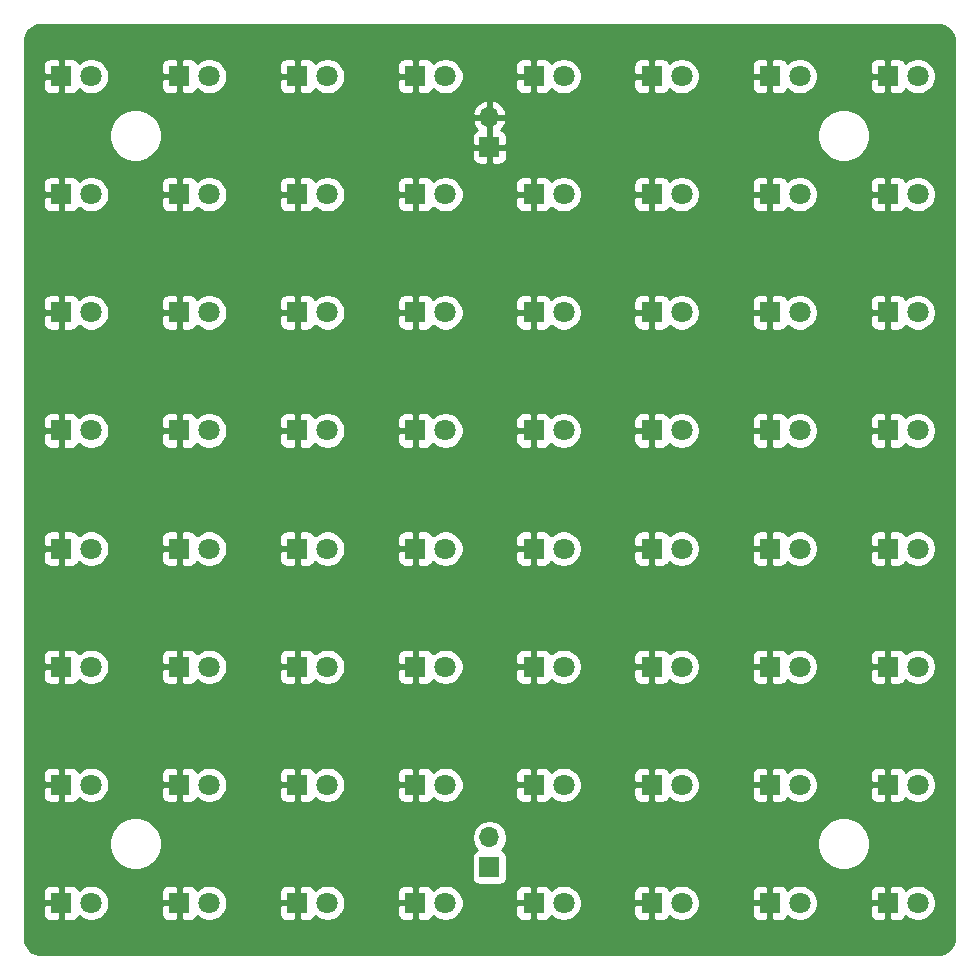
<source format=gbr>
%TF.GenerationSoftware,KiCad,Pcbnew,(5.1.9-0-10_14)*%
%TF.CreationDate,2022-01-06T22:40:05+01:00*%
%TF.ProjectId,8x8_supercomputer,3878385f-7375-4706-9572-636f6d707574,rev?*%
%TF.SameCoordinates,Original*%
%TF.FileFunction,Copper,L1,Top*%
%TF.FilePolarity,Positive*%
%FSLAX46Y46*%
G04 Gerber Fmt 4.6, Leading zero omitted, Abs format (unit mm)*
G04 Created by KiCad (PCBNEW (5.1.9-0-10_14)) date 2022-01-06 22:40:05*
%MOMM*%
%LPD*%
G01*
G04 APERTURE LIST*
%TA.AperFunction,ComponentPad*%
%ADD10C,1.800000*%
%TD*%
%TA.AperFunction,ComponentPad*%
%ADD11R,1.800000X1.800000*%
%TD*%
%TA.AperFunction,ComponentPad*%
%ADD12O,1.700000X1.700000*%
%TD*%
%TA.AperFunction,ComponentPad*%
%ADD13R,1.700000X1.700000*%
%TD*%
%TA.AperFunction,Conductor*%
%ADD14C,0.254000*%
%TD*%
%TA.AperFunction,Conductor*%
%ADD15C,0.100000*%
%TD*%
G04 APERTURE END LIST*
D10*
%TO.P,D1,2*%
%TO.N,Net-(D1-Pad2)*%
X76270000Y-75000000D03*
D11*
%TO.P,D1,1*%
%TO.N,Net-(D1-Pad1)*%
X73730000Y-75000000D03*
%TD*%
D10*
%TO.P,D1,2*%
%TO.N,Net-(D1-Pad2)*%
X66270000Y-75000000D03*
D11*
%TO.P,D1,1*%
%TO.N,Net-(D1-Pad1)*%
X63730000Y-75000000D03*
%TD*%
D10*
%TO.P,D1,2*%
%TO.N,Net-(D1-Pad2)*%
X56270000Y-75000000D03*
D11*
%TO.P,D1,1*%
%TO.N,Net-(D1-Pad1)*%
X53730000Y-75000000D03*
%TD*%
D10*
%TO.P,D1,2*%
%TO.N,Net-(D1-Pad2)*%
X46270000Y-75000000D03*
D11*
%TO.P,D1,1*%
%TO.N,Net-(D1-Pad1)*%
X43730000Y-75000000D03*
%TD*%
D10*
%TO.P,D1,2*%
%TO.N,Net-(D1-Pad2)*%
X36270000Y-75000000D03*
D11*
%TO.P,D1,1*%
%TO.N,Net-(D1-Pad1)*%
X33730000Y-75000000D03*
%TD*%
D10*
%TO.P,D1,2*%
%TO.N,Net-(D1-Pad2)*%
X26270000Y-75000000D03*
D11*
%TO.P,D1,1*%
%TO.N,Net-(D1-Pad1)*%
X23730000Y-75000000D03*
%TD*%
D10*
%TO.P,D1,2*%
%TO.N,Net-(D1-Pad2)*%
X16270000Y-75000000D03*
D11*
%TO.P,D1,1*%
%TO.N,Net-(D1-Pad1)*%
X13730000Y-75000000D03*
%TD*%
D10*
%TO.P,D1,2*%
%TO.N,Net-(D1-Pad2)*%
X6270000Y-75000000D03*
D11*
%TO.P,D1,1*%
%TO.N,Net-(D1-Pad1)*%
X3730000Y-75000000D03*
%TD*%
D10*
%TO.P,D1,2*%
%TO.N,Net-(D1-Pad2)*%
X76270000Y-65000000D03*
D11*
%TO.P,D1,1*%
%TO.N,Net-(D1-Pad1)*%
X73730000Y-65000000D03*
%TD*%
D10*
%TO.P,D1,2*%
%TO.N,Net-(D1-Pad2)*%
X66270000Y-65000000D03*
D11*
%TO.P,D1,1*%
%TO.N,Net-(D1-Pad1)*%
X63730000Y-65000000D03*
%TD*%
D10*
%TO.P,D1,2*%
%TO.N,Net-(D1-Pad2)*%
X56270000Y-65000000D03*
D11*
%TO.P,D1,1*%
%TO.N,Net-(D1-Pad1)*%
X53730000Y-65000000D03*
%TD*%
D10*
%TO.P,D1,2*%
%TO.N,Net-(D1-Pad2)*%
X46270000Y-65000000D03*
D11*
%TO.P,D1,1*%
%TO.N,Net-(D1-Pad1)*%
X43730000Y-65000000D03*
%TD*%
D10*
%TO.P,D1,2*%
%TO.N,Net-(D1-Pad2)*%
X36270000Y-65000000D03*
D11*
%TO.P,D1,1*%
%TO.N,Net-(D1-Pad1)*%
X33730000Y-65000000D03*
%TD*%
D10*
%TO.P,D1,2*%
%TO.N,Net-(D1-Pad2)*%
X26270000Y-65000000D03*
D11*
%TO.P,D1,1*%
%TO.N,Net-(D1-Pad1)*%
X23730000Y-65000000D03*
%TD*%
D10*
%TO.P,D1,2*%
%TO.N,Net-(D1-Pad2)*%
X16270000Y-65000000D03*
D11*
%TO.P,D1,1*%
%TO.N,Net-(D1-Pad1)*%
X13730000Y-65000000D03*
%TD*%
D10*
%TO.P,D1,2*%
%TO.N,Net-(D1-Pad2)*%
X6270000Y-65000000D03*
D11*
%TO.P,D1,1*%
%TO.N,Net-(D1-Pad1)*%
X3730000Y-65000000D03*
%TD*%
D10*
%TO.P,D1,2*%
%TO.N,Net-(D1-Pad2)*%
X76270000Y-55000000D03*
D11*
%TO.P,D1,1*%
%TO.N,Net-(D1-Pad1)*%
X73730000Y-55000000D03*
%TD*%
D10*
%TO.P,D1,2*%
%TO.N,Net-(D1-Pad2)*%
X66270000Y-55000000D03*
D11*
%TO.P,D1,1*%
%TO.N,Net-(D1-Pad1)*%
X63730000Y-55000000D03*
%TD*%
D10*
%TO.P,D1,2*%
%TO.N,Net-(D1-Pad2)*%
X56270000Y-55000000D03*
D11*
%TO.P,D1,1*%
%TO.N,Net-(D1-Pad1)*%
X53730000Y-55000000D03*
%TD*%
D10*
%TO.P,D1,2*%
%TO.N,Net-(D1-Pad2)*%
X46270000Y-55000000D03*
D11*
%TO.P,D1,1*%
%TO.N,Net-(D1-Pad1)*%
X43730000Y-55000000D03*
%TD*%
D10*
%TO.P,D1,2*%
%TO.N,Net-(D1-Pad2)*%
X36270000Y-55000000D03*
D11*
%TO.P,D1,1*%
%TO.N,Net-(D1-Pad1)*%
X33730000Y-55000000D03*
%TD*%
D10*
%TO.P,D1,2*%
%TO.N,Net-(D1-Pad2)*%
X26270000Y-55000000D03*
D11*
%TO.P,D1,1*%
%TO.N,Net-(D1-Pad1)*%
X23730000Y-55000000D03*
%TD*%
D10*
%TO.P,D1,2*%
%TO.N,Net-(D1-Pad2)*%
X16270000Y-55000000D03*
D11*
%TO.P,D1,1*%
%TO.N,Net-(D1-Pad1)*%
X13730000Y-55000000D03*
%TD*%
D10*
%TO.P,D1,2*%
%TO.N,Net-(D1-Pad2)*%
X6270000Y-55000000D03*
D11*
%TO.P,D1,1*%
%TO.N,Net-(D1-Pad1)*%
X3730000Y-55000000D03*
%TD*%
D10*
%TO.P,D1,2*%
%TO.N,Net-(D1-Pad2)*%
X76270000Y-45000000D03*
D11*
%TO.P,D1,1*%
%TO.N,Net-(D1-Pad1)*%
X73730000Y-45000000D03*
%TD*%
D10*
%TO.P,D1,2*%
%TO.N,Net-(D1-Pad2)*%
X66270000Y-45000000D03*
D11*
%TO.P,D1,1*%
%TO.N,Net-(D1-Pad1)*%
X63730000Y-45000000D03*
%TD*%
D10*
%TO.P,D1,2*%
%TO.N,Net-(D1-Pad2)*%
X56270000Y-45000000D03*
D11*
%TO.P,D1,1*%
%TO.N,Net-(D1-Pad1)*%
X53730000Y-45000000D03*
%TD*%
D10*
%TO.P,D1,2*%
%TO.N,Net-(D1-Pad2)*%
X46270000Y-45000000D03*
D11*
%TO.P,D1,1*%
%TO.N,Net-(D1-Pad1)*%
X43730000Y-45000000D03*
%TD*%
D10*
%TO.P,D1,2*%
%TO.N,Net-(D1-Pad2)*%
X36270000Y-45000000D03*
D11*
%TO.P,D1,1*%
%TO.N,Net-(D1-Pad1)*%
X33730000Y-45000000D03*
%TD*%
D10*
%TO.P,D1,2*%
%TO.N,Net-(D1-Pad2)*%
X26270000Y-45000000D03*
D11*
%TO.P,D1,1*%
%TO.N,Net-(D1-Pad1)*%
X23730000Y-45000000D03*
%TD*%
D10*
%TO.P,D1,2*%
%TO.N,Net-(D1-Pad2)*%
X16270000Y-45000000D03*
D11*
%TO.P,D1,1*%
%TO.N,Net-(D1-Pad1)*%
X13730000Y-45000000D03*
%TD*%
D10*
%TO.P,D1,2*%
%TO.N,Net-(D1-Pad2)*%
X6270000Y-45000000D03*
D11*
%TO.P,D1,1*%
%TO.N,Net-(D1-Pad1)*%
X3730000Y-45000000D03*
%TD*%
D10*
%TO.P,D1,2*%
%TO.N,Net-(D1-Pad2)*%
X76270000Y-35000000D03*
D11*
%TO.P,D1,1*%
%TO.N,Net-(D1-Pad1)*%
X73730000Y-35000000D03*
%TD*%
D10*
%TO.P,D1,2*%
%TO.N,Net-(D1-Pad2)*%
X66270000Y-35000000D03*
D11*
%TO.P,D1,1*%
%TO.N,Net-(D1-Pad1)*%
X63730000Y-35000000D03*
%TD*%
D10*
%TO.P,D1,2*%
%TO.N,Net-(D1-Pad2)*%
X56270000Y-35000000D03*
D11*
%TO.P,D1,1*%
%TO.N,Net-(D1-Pad1)*%
X53730000Y-35000000D03*
%TD*%
D10*
%TO.P,D1,2*%
%TO.N,Net-(D1-Pad2)*%
X46270000Y-35000000D03*
D11*
%TO.P,D1,1*%
%TO.N,Net-(D1-Pad1)*%
X43730000Y-35000000D03*
%TD*%
D10*
%TO.P,D1,2*%
%TO.N,Net-(D1-Pad2)*%
X36270000Y-35000000D03*
D11*
%TO.P,D1,1*%
%TO.N,Net-(D1-Pad1)*%
X33730000Y-35000000D03*
%TD*%
D10*
%TO.P,D1,2*%
%TO.N,Net-(D1-Pad2)*%
X26270000Y-35000000D03*
D11*
%TO.P,D1,1*%
%TO.N,Net-(D1-Pad1)*%
X23730000Y-35000000D03*
%TD*%
D10*
%TO.P,D1,2*%
%TO.N,Net-(D1-Pad2)*%
X16270000Y-35000000D03*
D11*
%TO.P,D1,1*%
%TO.N,Net-(D1-Pad1)*%
X13730000Y-35000000D03*
%TD*%
D10*
%TO.P,D1,2*%
%TO.N,Net-(D1-Pad2)*%
X6270000Y-35000000D03*
D11*
%TO.P,D1,1*%
%TO.N,Net-(D1-Pad1)*%
X3730000Y-35000000D03*
%TD*%
D10*
%TO.P,D1,2*%
%TO.N,Net-(D1-Pad2)*%
X76270000Y-25000000D03*
D11*
%TO.P,D1,1*%
%TO.N,Net-(D1-Pad1)*%
X73730000Y-25000000D03*
%TD*%
D10*
%TO.P,D1,2*%
%TO.N,Net-(D1-Pad2)*%
X66270000Y-25000000D03*
D11*
%TO.P,D1,1*%
%TO.N,Net-(D1-Pad1)*%
X63730000Y-25000000D03*
%TD*%
D10*
%TO.P,D1,2*%
%TO.N,Net-(D1-Pad2)*%
X56270000Y-25000000D03*
D11*
%TO.P,D1,1*%
%TO.N,Net-(D1-Pad1)*%
X53730000Y-25000000D03*
%TD*%
D10*
%TO.P,D1,2*%
%TO.N,Net-(D1-Pad2)*%
X46270000Y-25000000D03*
D11*
%TO.P,D1,1*%
%TO.N,Net-(D1-Pad1)*%
X43730000Y-25000000D03*
%TD*%
D10*
%TO.P,D1,2*%
%TO.N,Net-(D1-Pad2)*%
X36270000Y-25000000D03*
D11*
%TO.P,D1,1*%
%TO.N,Net-(D1-Pad1)*%
X33730000Y-25000000D03*
%TD*%
D10*
%TO.P,D1,2*%
%TO.N,Net-(D1-Pad2)*%
X26270000Y-25000000D03*
D11*
%TO.P,D1,1*%
%TO.N,Net-(D1-Pad1)*%
X23730000Y-25000000D03*
%TD*%
D10*
%TO.P,D1,2*%
%TO.N,Net-(D1-Pad2)*%
X16270000Y-25000000D03*
D11*
%TO.P,D1,1*%
%TO.N,Net-(D1-Pad1)*%
X13730000Y-25000000D03*
%TD*%
D10*
%TO.P,D1,2*%
%TO.N,Net-(D1-Pad2)*%
X6270000Y-25000000D03*
D11*
%TO.P,D1,1*%
%TO.N,Net-(D1-Pad1)*%
X3730000Y-25000000D03*
%TD*%
D10*
%TO.P,D1,2*%
%TO.N,Net-(D1-Pad2)*%
X76270000Y-15000000D03*
D11*
%TO.P,D1,1*%
%TO.N,Net-(D1-Pad1)*%
X73730000Y-15000000D03*
%TD*%
D10*
%TO.P,D1,2*%
%TO.N,Net-(D1-Pad2)*%
X66270000Y-15000000D03*
D11*
%TO.P,D1,1*%
%TO.N,Net-(D1-Pad1)*%
X63730000Y-15000000D03*
%TD*%
D10*
%TO.P,D1,2*%
%TO.N,Net-(D1-Pad2)*%
X56270000Y-15000000D03*
D11*
%TO.P,D1,1*%
%TO.N,Net-(D1-Pad1)*%
X53730000Y-15000000D03*
%TD*%
D10*
%TO.P,D1,2*%
%TO.N,Net-(D1-Pad2)*%
X46270000Y-15000000D03*
D11*
%TO.P,D1,1*%
%TO.N,Net-(D1-Pad1)*%
X43730000Y-15000000D03*
%TD*%
D10*
%TO.P,D1,2*%
%TO.N,Net-(D1-Pad2)*%
X36270000Y-15000000D03*
D11*
%TO.P,D1,1*%
%TO.N,Net-(D1-Pad1)*%
X33730000Y-15000000D03*
%TD*%
D10*
%TO.P,D1,2*%
%TO.N,Net-(D1-Pad2)*%
X26270000Y-15000000D03*
D11*
%TO.P,D1,1*%
%TO.N,Net-(D1-Pad1)*%
X23730000Y-15000000D03*
%TD*%
D10*
%TO.P,D1,2*%
%TO.N,Net-(D1-Pad2)*%
X16270000Y-15000000D03*
D11*
%TO.P,D1,1*%
%TO.N,Net-(D1-Pad1)*%
X13730000Y-15000000D03*
%TD*%
D10*
%TO.P,D1,2*%
%TO.N,Net-(D1-Pad2)*%
X6270000Y-15000000D03*
D11*
%TO.P,D1,1*%
%TO.N,Net-(D1-Pad1)*%
X3730000Y-15000000D03*
%TD*%
D10*
%TO.P,D1,2*%
%TO.N,Net-(D1-Pad2)*%
X76270000Y-5000000D03*
D11*
%TO.P,D1,1*%
%TO.N,Net-(D1-Pad1)*%
X73730000Y-5000000D03*
%TD*%
D10*
%TO.P,D1,2*%
%TO.N,Net-(D1-Pad2)*%
X66270000Y-5000000D03*
D11*
%TO.P,D1,1*%
%TO.N,Net-(D1-Pad1)*%
X63730000Y-5000000D03*
%TD*%
D10*
%TO.P,D1,2*%
%TO.N,Net-(D1-Pad2)*%
X56270000Y-5000000D03*
D11*
%TO.P,D1,1*%
%TO.N,Net-(D1-Pad1)*%
X53730000Y-5000000D03*
%TD*%
D10*
%TO.P,D1,2*%
%TO.N,Net-(D1-Pad2)*%
X46270000Y-5000000D03*
D11*
%TO.P,D1,1*%
%TO.N,Net-(D1-Pad1)*%
X43730000Y-5000000D03*
%TD*%
D10*
%TO.P,D1,2*%
%TO.N,Net-(D1-Pad2)*%
X36270000Y-5000000D03*
D11*
%TO.P,D1,1*%
%TO.N,Net-(D1-Pad1)*%
X33730000Y-5000000D03*
%TD*%
D10*
%TO.P,D1,2*%
%TO.N,Net-(D1-Pad2)*%
X26270000Y-5000000D03*
D11*
%TO.P,D1,1*%
%TO.N,Net-(D1-Pad1)*%
X23730000Y-5000000D03*
%TD*%
D10*
%TO.P,D1,2*%
%TO.N,Net-(D1-Pad2)*%
X16270000Y-5000000D03*
D11*
%TO.P,D1,1*%
%TO.N,Net-(D1-Pad1)*%
X13730000Y-5000000D03*
%TD*%
D10*
%TO.P,D1,2*%
%TO.N,Net-(D1-Pad2)*%
X6270000Y-5000000D03*
D11*
%TO.P,D1,1*%
%TO.N,Net-(D1-Pad1)*%
X3730000Y-5000000D03*
%TD*%
D12*
%TO.P,J2,2*%
%TO.N,Net-(J2-Pad1)*%
X40000000Y-69460000D03*
D13*
%TO.P,J2,1*%
X40000000Y-72000000D03*
%TD*%
D12*
%TO.P,J1,2*%
%TO.N,Net-(D1-Pad1)*%
X40000000Y-8460000D03*
D13*
%TO.P,J1,1*%
X40000000Y-11000000D03*
%TD*%
D14*
%TO.N,Net-(D1-Pad1)*%
X78259659Y-688625D02*
X78509429Y-764035D01*
X78739792Y-886522D01*
X78941980Y-1051422D01*
X79108286Y-1252450D01*
X79232378Y-1481954D01*
X79309531Y-1731195D01*
X79340000Y-2021088D01*
X79340001Y-77967711D01*
X79311375Y-78259660D01*
X79235965Y-78509429D01*
X79113477Y-78739794D01*
X78948579Y-78941979D01*
X78747546Y-79108288D01*
X78518046Y-79232378D01*
X78268805Y-79309531D01*
X77978911Y-79340000D01*
X2032279Y-79340000D01*
X1740340Y-79311375D01*
X1490571Y-79235965D01*
X1260206Y-79113477D01*
X1058021Y-78948579D01*
X891712Y-78747546D01*
X767622Y-78518046D01*
X690469Y-78268805D01*
X660000Y-77978911D01*
X660000Y-75900000D01*
X2191928Y-75900000D01*
X2204188Y-76024482D01*
X2240498Y-76144180D01*
X2299463Y-76254494D01*
X2378815Y-76351185D01*
X2475506Y-76430537D01*
X2585820Y-76489502D01*
X2705518Y-76525812D01*
X2830000Y-76538072D01*
X3444250Y-76535000D01*
X3603000Y-76376250D01*
X3603000Y-75127000D01*
X2353750Y-75127000D01*
X2195000Y-75285750D01*
X2191928Y-75900000D01*
X660000Y-75900000D01*
X660000Y-74100000D01*
X2191928Y-74100000D01*
X2195000Y-74714250D01*
X2353750Y-74873000D01*
X3603000Y-74873000D01*
X3603000Y-73623750D01*
X3857000Y-73623750D01*
X3857000Y-74873000D01*
X3877000Y-74873000D01*
X3877000Y-75127000D01*
X3857000Y-75127000D01*
X3857000Y-76376250D01*
X4015750Y-76535000D01*
X4630000Y-76538072D01*
X4754482Y-76525812D01*
X4874180Y-76489502D01*
X4984494Y-76430537D01*
X5081185Y-76351185D01*
X5160537Y-76254494D01*
X5219502Y-76144180D01*
X5225056Y-76125873D01*
X5291495Y-76192312D01*
X5542905Y-76360299D01*
X5822257Y-76476011D01*
X6118816Y-76535000D01*
X6421184Y-76535000D01*
X6717743Y-76476011D01*
X6997095Y-76360299D01*
X7248505Y-76192312D01*
X7462312Y-75978505D01*
X7514767Y-75900000D01*
X12191928Y-75900000D01*
X12204188Y-76024482D01*
X12240498Y-76144180D01*
X12299463Y-76254494D01*
X12378815Y-76351185D01*
X12475506Y-76430537D01*
X12585820Y-76489502D01*
X12705518Y-76525812D01*
X12830000Y-76538072D01*
X13444250Y-76535000D01*
X13603000Y-76376250D01*
X13603000Y-75127000D01*
X12353750Y-75127000D01*
X12195000Y-75285750D01*
X12191928Y-75900000D01*
X7514767Y-75900000D01*
X7630299Y-75727095D01*
X7746011Y-75447743D01*
X7805000Y-75151184D01*
X7805000Y-74848816D01*
X7746011Y-74552257D01*
X7630299Y-74272905D01*
X7514768Y-74100000D01*
X12191928Y-74100000D01*
X12195000Y-74714250D01*
X12353750Y-74873000D01*
X13603000Y-74873000D01*
X13603000Y-73623750D01*
X13857000Y-73623750D01*
X13857000Y-74873000D01*
X13877000Y-74873000D01*
X13877000Y-75127000D01*
X13857000Y-75127000D01*
X13857000Y-76376250D01*
X14015750Y-76535000D01*
X14630000Y-76538072D01*
X14754482Y-76525812D01*
X14874180Y-76489502D01*
X14984494Y-76430537D01*
X15081185Y-76351185D01*
X15160537Y-76254494D01*
X15219502Y-76144180D01*
X15225056Y-76125873D01*
X15291495Y-76192312D01*
X15542905Y-76360299D01*
X15822257Y-76476011D01*
X16118816Y-76535000D01*
X16421184Y-76535000D01*
X16717743Y-76476011D01*
X16997095Y-76360299D01*
X17248505Y-76192312D01*
X17462312Y-75978505D01*
X17514767Y-75900000D01*
X22191928Y-75900000D01*
X22204188Y-76024482D01*
X22240498Y-76144180D01*
X22299463Y-76254494D01*
X22378815Y-76351185D01*
X22475506Y-76430537D01*
X22585820Y-76489502D01*
X22705518Y-76525812D01*
X22830000Y-76538072D01*
X23444250Y-76535000D01*
X23603000Y-76376250D01*
X23603000Y-75127000D01*
X22353750Y-75127000D01*
X22195000Y-75285750D01*
X22191928Y-75900000D01*
X17514767Y-75900000D01*
X17630299Y-75727095D01*
X17746011Y-75447743D01*
X17805000Y-75151184D01*
X17805000Y-74848816D01*
X17746011Y-74552257D01*
X17630299Y-74272905D01*
X17514768Y-74100000D01*
X22191928Y-74100000D01*
X22195000Y-74714250D01*
X22353750Y-74873000D01*
X23603000Y-74873000D01*
X23603000Y-73623750D01*
X23857000Y-73623750D01*
X23857000Y-74873000D01*
X23877000Y-74873000D01*
X23877000Y-75127000D01*
X23857000Y-75127000D01*
X23857000Y-76376250D01*
X24015750Y-76535000D01*
X24630000Y-76538072D01*
X24754482Y-76525812D01*
X24874180Y-76489502D01*
X24984494Y-76430537D01*
X25081185Y-76351185D01*
X25160537Y-76254494D01*
X25219502Y-76144180D01*
X25225056Y-76125873D01*
X25291495Y-76192312D01*
X25542905Y-76360299D01*
X25822257Y-76476011D01*
X26118816Y-76535000D01*
X26421184Y-76535000D01*
X26717743Y-76476011D01*
X26997095Y-76360299D01*
X27248505Y-76192312D01*
X27462312Y-75978505D01*
X27514767Y-75900000D01*
X32191928Y-75900000D01*
X32204188Y-76024482D01*
X32240498Y-76144180D01*
X32299463Y-76254494D01*
X32378815Y-76351185D01*
X32475506Y-76430537D01*
X32585820Y-76489502D01*
X32705518Y-76525812D01*
X32830000Y-76538072D01*
X33444250Y-76535000D01*
X33603000Y-76376250D01*
X33603000Y-75127000D01*
X32353750Y-75127000D01*
X32195000Y-75285750D01*
X32191928Y-75900000D01*
X27514767Y-75900000D01*
X27630299Y-75727095D01*
X27746011Y-75447743D01*
X27805000Y-75151184D01*
X27805000Y-74848816D01*
X27746011Y-74552257D01*
X27630299Y-74272905D01*
X27514768Y-74100000D01*
X32191928Y-74100000D01*
X32195000Y-74714250D01*
X32353750Y-74873000D01*
X33603000Y-74873000D01*
X33603000Y-73623750D01*
X33857000Y-73623750D01*
X33857000Y-74873000D01*
X33877000Y-74873000D01*
X33877000Y-75127000D01*
X33857000Y-75127000D01*
X33857000Y-76376250D01*
X34015750Y-76535000D01*
X34630000Y-76538072D01*
X34754482Y-76525812D01*
X34874180Y-76489502D01*
X34984494Y-76430537D01*
X35081185Y-76351185D01*
X35160537Y-76254494D01*
X35219502Y-76144180D01*
X35225056Y-76125873D01*
X35291495Y-76192312D01*
X35542905Y-76360299D01*
X35822257Y-76476011D01*
X36118816Y-76535000D01*
X36421184Y-76535000D01*
X36717743Y-76476011D01*
X36997095Y-76360299D01*
X37248505Y-76192312D01*
X37462312Y-75978505D01*
X37514767Y-75900000D01*
X42191928Y-75900000D01*
X42204188Y-76024482D01*
X42240498Y-76144180D01*
X42299463Y-76254494D01*
X42378815Y-76351185D01*
X42475506Y-76430537D01*
X42585820Y-76489502D01*
X42705518Y-76525812D01*
X42830000Y-76538072D01*
X43444250Y-76535000D01*
X43603000Y-76376250D01*
X43603000Y-75127000D01*
X42353750Y-75127000D01*
X42195000Y-75285750D01*
X42191928Y-75900000D01*
X37514767Y-75900000D01*
X37630299Y-75727095D01*
X37746011Y-75447743D01*
X37805000Y-75151184D01*
X37805000Y-74848816D01*
X37746011Y-74552257D01*
X37630299Y-74272905D01*
X37514768Y-74100000D01*
X42191928Y-74100000D01*
X42195000Y-74714250D01*
X42353750Y-74873000D01*
X43603000Y-74873000D01*
X43603000Y-73623750D01*
X43857000Y-73623750D01*
X43857000Y-74873000D01*
X43877000Y-74873000D01*
X43877000Y-75127000D01*
X43857000Y-75127000D01*
X43857000Y-76376250D01*
X44015750Y-76535000D01*
X44630000Y-76538072D01*
X44754482Y-76525812D01*
X44874180Y-76489502D01*
X44984494Y-76430537D01*
X45081185Y-76351185D01*
X45160537Y-76254494D01*
X45219502Y-76144180D01*
X45225056Y-76125873D01*
X45291495Y-76192312D01*
X45542905Y-76360299D01*
X45822257Y-76476011D01*
X46118816Y-76535000D01*
X46421184Y-76535000D01*
X46717743Y-76476011D01*
X46997095Y-76360299D01*
X47248505Y-76192312D01*
X47462312Y-75978505D01*
X47514767Y-75900000D01*
X52191928Y-75900000D01*
X52204188Y-76024482D01*
X52240498Y-76144180D01*
X52299463Y-76254494D01*
X52378815Y-76351185D01*
X52475506Y-76430537D01*
X52585820Y-76489502D01*
X52705518Y-76525812D01*
X52830000Y-76538072D01*
X53444250Y-76535000D01*
X53603000Y-76376250D01*
X53603000Y-75127000D01*
X52353750Y-75127000D01*
X52195000Y-75285750D01*
X52191928Y-75900000D01*
X47514767Y-75900000D01*
X47630299Y-75727095D01*
X47746011Y-75447743D01*
X47805000Y-75151184D01*
X47805000Y-74848816D01*
X47746011Y-74552257D01*
X47630299Y-74272905D01*
X47514768Y-74100000D01*
X52191928Y-74100000D01*
X52195000Y-74714250D01*
X52353750Y-74873000D01*
X53603000Y-74873000D01*
X53603000Y-73623750D01*
X53857000Y-73623750D01*
X53857000Y-74873000D01*
X53877000Y-74873000D01*
X53877000Y-75127000D01*
X53857000Y-75127000D01*
X53857000Y-76376250D01*
X54015750Y-76535000D01*
X54630000Y-76538072D01*
X54754482Y-76525812D01*
X54874180Y-76489502D01*
X54984494Y-76430537D01*
X55081185Y-76351185D01*
X55160537Y-76254494D01*
X55219502Y-76144180D01*
X55225056Y-76125873D01*
X55291495Y-76192312D01*
X55542905Y-76360299D01*
X55822257Y-76476011D01*
X56118816Y-76535000D01*
X56421184Y-76535000D01*
X56717743Y-76476011D01*
X56997095Y-76360299D01*
X57248505Y-76192312D01*
X57462312Y-75978505D01*
X57514767Y-75900000D01*
X62191928Y-75900000D01*
X62204188Y-76024482D01*
X62240498Y-76144180D01*
X62299463Y-76254494D01*
X62378815Y-76351185D01*
X62475506Y-76430537D01*
X62585820Y-76489502D01*
X62705518Y-76525812D01*
X62830000Y-76538072D01*
X63444250Y-76535000D01*
X63603000Y-76376250D01*
X63603000Y-75127000D01*
X62353750Y-75127000D01*
X62195000Y-75285750D01*
X62191928Y-75900000D01*
X57514767Y-75900000D01*
X57630299Y-75727095D01*
X57746011Y-75447743D01*
X57805000Y-75151184D01*
X57805000Y-74848816D01*
X57746011Y-74552257D01*
X57630299Y-74272905D01*
X57514768Y-74100000D01*
X62191928Y-74100000D01*
X62195000Y-74714250D01*
X62353750Y-74873000D01*
X63603000Y-74873000D01*
X63603000Y-73623750D01*
X63857000Y-73623750D01*
X63857000Y-74873000D01*
X63877000Y-74873000D01*
X63877000Y-75127000D01*
X63857000Y-75127000D01*
X63857000Y-76376250D01*
X64015750Y-76535000D01*
X64630000Y-76538072D01*
X64754482Y-76525812D01*
X64874180Y-76489502D01*
X64984494Y-76430537D01*
X65081185Y-76351185D01*
X65160537Y-76254494D01*
X65219502Y-76144180D01*
X65225056Y-76125873D01*
X65291495Y-76192312D01*
X65542905Y-76360299D01*
X65822257Y-76476011D01*
X66118816Y-76535000D01*
X66421184Y-76535000D01*
X66717743Y-76476011D01*
X66997095Y-76360299D01*
X67248505Y-76192312D01*
X67462312Y-75978505D01*
X67514767Y-75900000D01*
X72191928Y-75900000D01*
X72204188Y-76024482D01*
X72240498Y-76144180D01*
X72299463Y-76254494D01*
X72378815Y-76351185D01*
X72475506Y-76430537D01*
X72585820Y-76489502D01*
X72705518Y-76525812D01*
X72830000Y-76538072D01*
X73444250Y-76535000D01*
X73603000Y-76376250D01*
X73603000Y-75127000D01*
X72353750Y-75127000D01*
X72195000Y-75285750D01*
X72191928Y-75900000D01*
X67514767Y-75900000D01*
X67630299Y-75727095D01*
X67746011Y-75447743D01*
X67805000Y-75151184D01*
X67805000Y-74848816D01*
X67746011Y-74552257D01*
X67630299Y-74272905D01*
X67514768Y-74100000D01*
X72191928Y-74100000D01*
X72195000Y-74714250D01*
X72353750Y-74873000D01*
X73603000Y-74873000D01*
X73603000Y-73623750D01*
X73857000Y-73623750D01*
X73857000Y-74873000D01*
X73877000Y-74873000D01*
X73877000Y-75127000D01*
X73857000Y-75127000D01*
X73857000Y-76376250D01*
X74015750Y-76535000D01*
X74630000Y-76538072D01*
X74754482Y-76525812D01*
X74874180Y-76489502D01*
X74984494Y-76430537D01*
X75081185Y-76351185D01*
X75160537Y-76254494D01*
X75219502Y-76144180D01*
X75225056Y-76125873D01*
X75291495Y-76192312D01*
X75542905Y-76360299D01*
X75822257Y-76476011D01*
X76118816Y-76535000D01*
X76421184Y-76535000D01*
X76717743Y-76476011D01*
X76997095Y-76360299D01*
X77248505Y-76192312D01*
X77462312Y-75978505D01*
X77630299Y-75727095D01*
X77746011Y-75447743D01*
X77805000Y-75151184D01*
X77805000Y-74848816D01*
X77746011Y-74552257D01*
X77630299Y-74272905D01*
X77462312Y-74021495D01*
X77248505Y-73807688D01*
X76997095Y-73639701D01*
X76717743Y-73523989D01*
X76421184Y-73465000D01*
X76118816Y-73465000D01*
X75822257Y-73523989D01*
X75542905Y-73639701D01*
X75291495Y-73807688D01*
X75225056Y-73874127D01*
X75219502Y-73855820D01*
X75160537Y-73745506D01*
X75081185Y-73648815D01*
X74984494Y-73569463D01*
X74874180Y-73510498D01*
X74754482Y-73474188D01*
X74630000Y-73461928D01*
X74015750Y-73465000D01*
X73857000Y-73623750D01*
X73603000Y-73623750D01*
X73444250Y-73465000D01*
X72830000Y-73461928D01*
X72705518Y-73474188D01*
X72585820Y-73510498D01*
X72475506Y-73569463D01*
X72378815Y-73648815D01*
X72299463Y-73745506D01*
X72240498Y-73855820D01*
X72204188Y-73975518D01*
X72191928Y-74100000D01*
X67514768Y-74100000D01*
X67462312Y-74021495D01*
X67248505Y-73807688D01*
X66997095Y-73639701D01*
X66717743Y-73523989D01*
X66421184Y-73465000D01*
X66118816Y-73465000D01*
X65822257Y-73523989D01*
X65542905Y-73639701D01*
X65291495Y-73807688D01*
X65225056Y-73874127D01*
X65219502Y-73855820D01*
X65160537Y-73745506D01*
X65081185Y-73648815D01*
X64984494Y-73569463D01*
X64874180Y-73510498D01*
X64754482Y-73474188D01*
X64630000Y-73461928D01*
X64015750Y-73465000D01*
X63857000Y-73623750D01*
X63603000Y-73623750D01*
X63444250Y-73465000D01*
X62830000Y-73461928D01*
X62705518Y-73474188D01*
X62585820Y-73510498D01*
X62475506Y-73569463D01*
X62378815Y-73648815D01*
X62299463Y-73745506D01*
X62240498Y-73855820D01*
X62204188Y-73975518D01*
X62191928Y-74100000D01*
X57514768Y-74100000D01*
X57462312Y-74021495D01*
X57248505Y-73807688D01*
X56997095Y-73639701D01*
X56717743Y-73523989D01*
X56421184Y-73465000D01*
X56118816Y-73465000D01*
X55822257Y-73523989D01*
X55542905Y-73639701D01*
X55291495Y-73807688D01*
X55225056Y-73874127D01*
X55219502Y-73855820D01*
X55160537Y-73745506D01*
X55081185Y-73648815D01*
X54984494Y-73569463D01*
X54874180Y-73510498D01*
X54754482Y-73474188D01*
X54630000Y-73461928D01*
X54015750Y-73465000D01*
X53857000Y-73623750D01*
X53603000Y-73623750D01*
X53444250Y-73465000D01*
X52830000Y-73461928D01*
X52705518Y-73474188D01*
X52585820Y-73510498D01*
X52475506Y-73569463D01*
X52378815Y-73648815D01*
X52299463Y-73745506D01*
X52240498Y-73855820D01*
X52204188Y-73975518D01*
X52191928Y-74100000D01*
X47514768Y-74100000D01*
X47462312Y-74021495D01*
X47248505Y-73807688D01*
X46997095Y-73639701D01*
X46717743Y-73523989D01*
X46421184Y-73465000D01*
X46118816Y-73465000D01*
X45822257Y-73523989D01*
X45542905Y-73639701D01*
X45291495Y-73807688D01*
X45225056Y-73874127D01*
X45219502Y-73855820D01*
X45160537Y-73745506D01*
X45081185Y-73648815D01*
X44984494Y-73569463D01*
X44874180Y-73510498D01*
X44754482Y-73474188D01*
X44630000Y-73461928D01*
X44015750Y-73465000D01*
X43857000Y-73623750D01*
X43603000Y-73623750D01*
X43444250Y-73465000D01*
X42830000Y-73461928D01*
X42705518Y-73474188D01*
X42585820Y-73510498D01*
X42475506Y-73569463D01*
X42378815Y-73648815D01*
X42299463Y-73745506D01*
X42240498Y-73855820D01*
X42204188Y-73975518D01*
X42191928Y-74100000D01*
X37514768Y-74100000D01*
X37462312Y-74021495D01*
X37248505Y-73807688D01*
X36997095Y-73639701D01*
X36717743Y-73523989D01*
X36421184Y-73465000D01*
X36118816Y-73465000D01*
X35822257Y-73523989D01*
X35542905Y-73639701D01*
X35291495Y-73807688D01*
X35225056Y-73874127D01*
X35219502Y-73855820D01*
X35160537Y-73745506D01*
X35081185Y-73648815D01*
X34984494Y-73569463D01*
X34874180Y-73510498D01*
X34754482Y-73474188D01*
X34630000Y-73461928D01*
X34015750Y-73465000D01*
X33857000Y-73623750D01*
X33603000Y-73623750D01*
X33444250Y-73465000D01*
X32830000Y-73461928D01*
X32705518Y-73474188D01*
X32585820Y-73510498D01*
X32475506Y-73569463D01*
X32378815Y-73648815D01*
X32299463Y-73745506D01*
X32240498Y-73855820D01*
X32204188Y-73975518D01*
X32191928Y-74100000D01*
X27514768Y-74100000D01*
X27462312Y-74021495D01*
X27248505Y-73807688D01*
X26997095Y-73639701D01*
X26717743Y-73523989D01*
X26421184Y-73465000D01*
X26118816Y-73465000D01*
X25822257Y-73523989D01*
X25542905Y-73639701D01*
X25291495Y-73807688D01*
X25225056Y-73874127D01*
X25219502Y-73855820D01*
X25160537Y-73745506D01*
X25081185Y-73648815D01*
X24984494Y-73569463D01*
X24874180Y-73510498D01*
X24754482Y-73474188D01*
X24630000Y-73461928D01*
X24015750Y-73465000D01*
X23857000Y-73623750D01*
X23603000Y-73623750D01*
X23444250Y-73465000D01*
X22830000Y-73461928D01*
X22705518Y-73474188D01*
X22585820Y-73510498D01*
X22475506Y-73569463D01*
X22378815Y-73648815D01*
X22299463Y-73745506D01*
X22240498Y-73855820D01*
X22204188Y-73975518D01*
X22191928Y-74100000D01*
X17514768Y-74100000D01*
X17462312Y-74021495D01*
X17248505Y-73807688D01*
X16997095Y-73639701D01*
X16717743Y-73523989D01*
X16421184Y-73465000D01*
X16118816Y-73465000D01*
X15822257Y-73523989D01*
X15542905Y-73639701D01*
X15291495Y-73807688D01*
X15225056Y-73874127D01*
X15219502Y-73855820D01*
X15160537Y-73745506D01*
X15081185Y-73648815D01*
X14984494Y-73569463D01*
X14874180Y-73510498D01*
X14754482Y-73474188D01*
X14630000Y-73461928D01*
X14015750Y-73465000D01*
X13857000Y-73623750D01*
X13603000Y-73623750D01*
X13444250Y-73465000D01*
X12830000Y-73461928D01*
X12705518Y-73474188D01*
X12585820Y-73510498D01*
X12475506Y-73569463D01*
X12378815Y-73648815D01*
X12299463Y-73745506D01*
X12240498Y-73855820D01*
X12204188Y-73975518D01*
X12191928Y-74100000D01*
X7514768Y-74100000D01*
X7462312Y-74021495D01*
X7248505Y-73807688D01*
X6997095Y-73639701D01*
X6717743Y-73523989D01*
X6421184Y-73465000D01*
X6118816Y-73465000D01*
X5822257Y-73523989D01*
X5542905Y-73639701D01*
X5291495Y-73807688D01*
X5225056Y-73874127D01*
X5219502Y-73855820D01*
X5160537Y-73745506D01*
X5081185Y-73648815D01*
X4984494Y-73569463D01*
X4874180Y-73510498D01*
X4754482Y-73474188D01*
X4630000Y-73461928D01*
X4015750Y-73465000D01*
X3857000Y-73623750D01*
X3603000Y-73623750D01*
X3444250Y-73465000D01*
X2830000Y-73461928D01*
X2705518Y-73474188D01*
X2585820Y-73510498D01*
X2475506Y-73569463D01*
X2378815Y-73648815D01*
X2299463Y-73745506D01*
X2240498Y-73855820D01*
X2204188Y-73975518D01*
X2191928Y-74100000D01*
X660000Y-74100000D01*
X660000Y-69779872D01*
X7765000Y-69779872D01*
X7765000Y-70220128D01*
X7850890Y-70651925D01*
X8019369Y-71058669D01*
X8263962Y-71424729D01*
X8575271Y-71736038D01*
X8941331Y-71980631D01*
X9348075Y-72149110D01*
X9779872Y-72235000D01*
X10220128Y-72235000D01*
X10651925Y-72149110D01*
X11058669Y-71980631D01*
X11424729Y-71736038D01*
X11736038Y-71424729D01*
X11919605Y-71150000D01*
X38511928Y-71150000D01*
X38511928Y-72850000D01*
X38524188Y-72974482D01*
X38560498Y-73094180D01*
X38619463Y-73204494D01*
X38698815Y-73301185D01*
X38795506Y-73380537D01*
X38905820Y-73439502D01*
X39025518Y-73475812D01*
X39150000Y-73488072D01*
X40850000Y-73488072D01*
X40974482Y-73475812D01*
X41094180Y-73439502D01*
X41204494Y-73380537D01*
X41301185Y-73301185D01*
X41380537Y-73204494D01*
X41439502Y-73094180D01*
X41475812Y-72974482D01*
X41488072Y-72850000D01*
X41488072Y-71150000D01*
X41475812Y-71025518D01*
X41439502Y-70905820D01*
X41380537Y-70795506D01*
X41301185Y-70698815D01*
X41204494Y-70619463D01*
X41094180Y-70560498D01*
X41021620Y-70538487D01*
X41153475Y-70406632D01*
X41315990Y-70163411D01*
X41427932Y-69893158D01*
X41450466Y-69779872D01*
X67765000Y-69779872D01*
X67765000Y-70220128D01*
X67850890Y-70651925D01*
X68019369Y-71058669D01*
X68263962Y-71424729D01*
X68575271Y-71736038D01*
X68941331Y-71980631D01*
X69348075Y-72149110D01*
X69779872Y-72235000D01*
X70220128Y-72235000D01*
X70651925Y-72149110D01*
X71058669Y-71980631D01*
X71424729Y-71736038D01*
X71736038Y-71424729D01*
X71980631Y-71058669D01*
X72149110Y-70651925D01*
X72235000Y-70220128D01*
X72235000Y-69779872D01*
X72149110Y-69348075D01*
X71980631Y-68941331D01*
X71736038Y-68575271D01*
X71424729Y-68263962D01*
X71058669Y-68019369D01*
X70651925Y-67850890D01*
X70220128Y-67765000D01*
X69779872Y-67765000D01*
X69348075Y-67850890D01*
X68941331Y-68019369D01*
X68575271Y-68263962D01*
X68263962Y-68575271D01*
X68019369Y-68941331D01*
X67850890Y-69348075D01*
X67765000Y-69779872D01*
X41450466Y-69779872D01*
X41485000Y-69606260D01*
X41485000Y-69313740D01*
X41427932Y-69026842D01*
X41315990Y-68756589D01*
X41153475Y-68513368D01*
X40946632Y-68306525D01*
X40703411Y-68144010D01*
X40433158Y-68032068D01*
X40146260Y-67975000D01*
X39853740Y-67975000D01*
X39566842Y-68032068D01*
X39296589Y-68144010D01*
X39053368Y-68306525D01*
X38846525Y-68513368D01*
X38684010Y-68756589D01*
X38572068Y-69026842D01*
X38515000Y-69313740D01*
X38515000Y-69606260D01*
X38572068Y-69893158D01*
X38684010Y-70163411D01*
X38846525Y-70406632D01*
X38978380Y-70538487D01*
X38905820Y-70560498D01*
X38795506Y-70619463D01*
X38698815Y-70698815D01*
X38619463Y-70795506D01*
X38560498Y-70905820D01*
X38524188Y-71025518D01*
X38511928Y-71150000D01*
X11919605Y-71150000D01*
X11980631Y-71058669D01*
X12149110Y-70651925D01*
X12235000Y-70220128D01*
X12235000Y-69779872D01*
X12149110Y-69348075D01*
X11980631Y-68941331D01*
X11736038Y-68575271D01*
X11424729Y-68263962D01*
X11058669Y-68019369D01*
X10651925Y-67850890D01*
X10220128Y-67765000D01*
X9779872Y-67765000D01*
X9348075Y-67850890D01*
X8941331Y-68019369D01*
X8575271Y-68263962D01*
X8263962Y-68575271D01*
X8019369Y-68941331D01*
X7850890Y-69348075D01*
X7765000Y-69779872D01*
X660000Y-69779872D01*
X660000Y-65900000D01*
X2191928Y-65900000D01*
X2204188Y-66024482D01*
X2240498Y-66144180D01*
X2299463Y-66254494D01*
X2378815Y-66351185D01*
X2475506Y-66430537D01*
X2585820Y-66489502D01*
X2705518Y-66525812D01*
X2830000Y-66538072D01*
X3444250Y-66535000D01*
X3603000Y-66376250D01*
X3603000Y-65127000D01*
X2353750Y-65127000D01*
X2195000Y-65285750D01*
X2191928Y-65900000D01*
X660000Y-65900000D01*
X660000Y-64100000D01*
X2191928Y-64100000D01*
X2195000Y-64714250D01*
X2353750Y-64873000D01*
X3603000Y-64873000D01*
X3603000Y-63623750D01*
X3857000Y-63623750D01*
X3857000Y-64873000D01*
X3877000Y-64873000D01*
X3877000Y-65127000D01*
X3857000Y-65127000D01*
X3857000Y-66376250D01*
X4015750Y-66535000D01*
X4630000Y-66538072D01*
X4754482Y-66525812D01*
X4874180Y-66489502D01*
X4984494Y-66430537D01*
X5081185Y-66351185D01*
X5160537Y-66254494D01*
X5219502Y-66144180D01*
X5225056Y-66125873D01*
X5291495Y-66192312D01*
X5542905Y-66360299D01*
X5822257Y-66476011D01*
X6118816Y-66535000D01*
X6421184Y-66535000D01*
X6717743Y-66476011D01*
X6997095Y-66360299D01*
X7248505Y-66192312D01*
X7462312Y-65978505D01*
X7514767Y-65900000D01*
X12191928Y-65900000D01*
X12204188Y-66024482D01*
X12240498Y-66144180D01*
X12299463Y-66254494D01*
X12378815Y-66351185D01*
X12475506Y-66430537D01*
X12585820Y-66489502D01*
X12705518Y-66525812D01*
X12830000Y-66538072D01*
X13444250Y-66535000D01*
X13603000Y-66376250D01*
X13603000Y-65127000D01*
X12353750Y-65127000D01*
X12195000Y-65285750D01*
X12191928Y-65900000D01*
X7514767Y-65900000D01*
X7630299Y-65727095D01*
X7746011Y-65447743D01*
X7805000Y-65151184D01*
X7805000Y-64848816D01*
X7746011Y-64552257D01*
X7630299Y-64272905D01*
X7514768Y-64100000D01*
X12191928Y-64100000D01*
X12195000Y-64714250D01*
X12353750Y-64873000D01*
X13603000Y-64873000D01*
X13603000Y-63623750D01*
X13857000Y-63623750D01*
X13857000Y-64873000D01*
X13877000Y-64873000D01*
X13877000Y-65127000D01*
X13857000Y-65127000D01*
X13857000Y-66376250D01*
X14015750Y-66535000D01*
X14630000Y-66538072D01*
X14754482Y-66525812D01*
X14874180Y-66489502D01*
X14984494Y-66430537D01*
X15081185Y-66351185D01*
X15160537Y-66254494D01*
X15219502Y-66144180D01*
X15225056Y-66125873D01*
X15291495Y-66192312D01*
X15542905Y-66360299D01*
X15822257Y-66476011D01*
X16118816Y-66535000D01*
X16421184Y-66535000D01*
X16717743Y-66476011D01*
X16997095Y-66360299D01*
X17248505Y-66192312D01*
X17462312Y-65978505D01*
X17514767Y-65900000D01*
X22191928Y-65900000D01*
X22204188Y-66024482D01*
X22240498Y-66144180D01*
X22299463Y-66254494D01*
X22378815Y-66351185D01*
X22475506Y-66430537D01*
X22585820Y-66489502D01*
X22705518Y-66525812D01*
X22830000Y-66538072D01*
X23444250Y-66535000D01*
X23603000Y-66376250D01*
X23603000Y-65127000D01*
X22353750Y-65127000D01*
X22195000Y-65285750D01*
X22191928Y-65900000D01*
X17514767Y-65900000D01*
X17630299Y-65727095D01*
X17746011Y-65447743D01*
X17805000Y-65151184D01*
X17805000Y-64848816D01*
X17746011Y-64552257D01*
X17630299Y-64272905D01*
X17514768Y-64100000D01*
X22191928Y-64100000D01*
X22195000Y-64714250D01*
X22353750Y-64873000D01*
X23603000Y-64873000D01*
X23603000Y-63623750D01*
X23857000Y-63623750D01*
X23857000Y-64873000D01*
X23877000Y-64873000D01*
X23877000Y-65127000D01*
X23857000Y-65127000D01*
X23857000Y-66376250D01*
X24015750Y-66535000D01*
X24630000Y-66538072D01*
X24754482Y-66525812D01*
X24874180Y-66489502D01*
X24984494Y-66430537D01*
X25081185Y-66351185D01*
X25160537Y-66254494D01*
X25219502Y-66144180D01*
X25225056Y-66125873D01*
X25291495Y-66192312D01*
X25542905Y-66360299D01*
X25822257Y-66476011D01*
X26118816Y-66535000D01*
X26421184Y-66535000D01*
X26717743Y-66476011D01*
X26997095Y-66360299D01*
X27248505Y-66192312D01*
X27462312Y-65978505D01*
X27514767Y-65900000D01*
X32191928Y-65900000D01*
X32204188Y-66024482D01*
X32240498Y-66144180D01*
X32299463Y-66254494D01*
X32378815Y-66351185D01*
X32475506Y-66430537D01*
X32585820Y-66489502D01*
X32705518Y-66525812D01*
X32830000Y-66538072D01*
X33444250Y-66535000D01*
X33603000Y-66376250D01*
X33603000Y-65127000D01*
X32353750Y-65127000D01*
X32195000Y-65285750D01*
X32191928Y-65900000D01*
X27514767Y-65900000D01*
X27630299Y-65727095D01*
X27746011Y-65447743D01*
X27805000Y-65151184D01*
X27805000Y-64848816D01*
X27746011Y-64552257D01*
X27630299Y-64272905D01*
X27514768Y-64100000D01*
X32191928Y-64100000D01*
X32195000Y-64714250D01*
X32353750Y-64873000D01*
X33603000Y-64873000D01*
X33603000Y-63623750D01*
X33857000Y-63623750D01*
X33857000Y-64873000D01*
X33877000Y-64873000D01*
X33877000Y-65127000D01*
X33857000Y-65127000D01*
X33857000Y-66376250D01*
X34015750Y-66535000D01*
X34630000Y-66538072D01*
X34754482Y-66525812D01*
X34874180Y-66489502D01*
X34984494Y-66430537D01*
X35081185Y-66351185D01*
X35160537Y-66254494D01*
X35219502Y-66144180D01*
X35225056Y-66125873D01*
X35291495Y-66192312D01*
X35542905Y-66360299D01*
X35822257Y-66476011D01*
X36118816Y-66535000D01*
X36421184Y-66535000D01*
X36717743Y-66476011D01*
X36997095Y-66360299D01*
X37248505Y-66192312D01*
X37462312Y-65978505D01*
X37514767Y-65900000D01*
X42191928Y-65900000D01*
X42204188Y-66024482D01*
X42240498Y-66144180D01*
X42299463Y-66254494D01*
X42378815Y-66351185D01*
X42475506Y-66430537D01*
X42585820Y-66489502D01*
X42705518Y-66525812D01*
X42830000Y-66538072D01*
X43444250Y-66535000D01*
X43603000Y-66376250D01*
X43603000Y-65127000D01*
X42353750Y-65127000D01*
X42195000Y-65285750D01*
X42191928Y-65900000D01*
X37514767Y-65900000D01*
X37630299Y-65727095D01*
X37746011Y-65447743D01*
X37805000Y-65151184D01*
X37805000Y-64848816D01*
X37746011Y-64552257D01*
X37630299Y-64272905D01*
X37514768Y-64100000D01*
X42191928Y-64100000D01*
X42195000Y-64714250D01*
X42353750Y-64873000D01*
X43603000Y-64873000D01*
X43603000Y-63623750D01*
X43857000Y-63623750D01*
X43857000Y-64873000D01*
X43877000Y-64873000D01*
X43877000Y-65127000D01*
X43857000Y-65127000D01*
X43857000Y-66376250D01*
X44015750Y-66535000D01*
X44630000Y-66538072D01*
X44754482Y-66525812D01*
X44874180Y-66489502D01*
X44984494Y-66430537D01*
X45081185Y-66351185D01*
X45160537Y-66254494D01*
X45219502Y-66144180D01*
X45225056Y-66125873D01*
X45291495Y-66192312D01*
X45542905Y-66360299D01*
X45822257Y-66476011D01*
X46118816Y-66535000D01*
X46421184Y-66535000D01*
X46717743Y-66476011D01*
X46997095Y-66360299D01*
X47248505Y-66192312D01*
X47462312Y-65978505D01*
X47514767Y-65900000D01*
X52191928Y-65900000D01*
X52204188Y-66024482D01*
X52240498Y-66144180D01*
X52299463Y-66254494D01*
X52378815Y-66351185D01*
X52475506Y-66430537D01*
X52585820Y-66489502D01*
X52705518Y-66525812D01*
X52830000Y-66538072D01*
X53444250Y-66535000D01*
X53603000Y-66376250D01*
X53603000Y-65127000D01*
X52353750Y-65127000D01*
X52195000Y-65285750D01*
X52191928Y-65900000D01*
X47514767Y-65900000D01*
X47630299Y-65727095D01*
X47746011Y-65447743D01*
X47805000Y-65151184D01*
X47805000Y-64848816D01*
X47746011Y-64552257D01*
X47630299Y-64272905D01*
X47514768Y-64100000D01*
X52191928Y-64100000D01*
X52195000Y-64714250D01*
X52353750Y-64873000D01*
X53603000Y-64873000D01*
X53603000Y-63623750D01*
X53857000Y-63623750D01*
X53857000Y-64873000D01*
X53877000Y-64873000D01*
X53877000Y-65127000D01*
X53857000Y-65127000D01*
X53857000Y-66376250D01*
X54015750Y-66535000D01*
X54630000Y-66538072D01*
X54754482Y-66525812D01*
X54874180Y-66489502D01*
X54984494Y-66430537D01*
X55081185Y-66351185D01*
X55160537Y-66254494D01*
X55219502Y-66144180D01*
X55225056Y-66125873D01*
X55291495Y-66192312D01*
X55542905Y-66360299D01*
X55822257Y-66476011D01*
X56118816Y-66535000D01*
X56421184Y-66535000D01*
X56717743Y-66476011D01*
X56997095Y-66360299D01*
X57248505Y-66192312D01*
X57462312Y-65978505D01*
X57514767Y-65900000D01*
X62191928Y-65900000D01*
X62204188Y-66024482D01*
X62240498Y-66144180D01*
X62299463Y-66254494D01*
X62378815Y-66351185D01*
X62475506Y-66430537D01*
X62585820Y-66489502D01*
X62705518Y-66525812D01*
X62830000Y-66538072D01*
X63444250Y-66535000D01*
X63603000Y-66376250D01*
X63603000Y-65127000D01*
X62353750Y-65127000D01*
X62195000Y-65285750D01*
X62191928Y-65900000D01*
X57514767Y-65900000D01*
X57630299Y-65727095D01*
X57746011Y-65447743D01*
X57805000Y-65151184D01*
X57805000Y-64848816D01*
X57746011Y-64552257D01*
X57630299Y-64272905D01*
X57514768Y-64100000D01*
X62191928Y-64100000D01*
X62195000Y-64714250D01*
X62353750Y-64873000D01*
X63603000Y-64873000D01*
X63603000Y-63623750D01*
X63857000Y-63623750D01*
X63857000Y-64873000D01*
X63877000Y-64873000D01*
X63877000Y-65127000D01*
X63857000Y-65127000D01*
X63857000Y-66376250D01*
X64015750Y-66535000D01*
X64630000Y-66538072D01*
X64754482Y-66525812D01*
X64874180Y-66489502D01*
X64984494Y-66430537D01*
X65081185Y-66351185D01*
X65160537Y-66254494D01*
X65219502Y-66144180D01*
X65225056Y-66125873D01*
X65291495Y-66192312D01*
X65542905Y-66360299D01*
X65822257Y-66476011D01*
X66118816Y-66535000D01*
X66421184Y-66535000D01*
X66717743Y-66476011D01*
X66997095Y-66360299D01*
X67248505Y-66192312D01*
X67462312Y-65978505D01*
X67514767Y-65900000D01*
X72191928Y-65900000D01*
X72204188Y-66024482D01*
X72240498Y-66144180D01*
X72299463Y-66254494D01*
X72378815Y-66351185D01*
X72475506Y-66430537D01*
X72585820Y-66489502D01*
X72705518Y-66525812D01*
X72830000Y-66538072D01*
X73444250Y-66535000D01*
X73603000Y-66376250D01*
X73603000Y-65127000D01*
X72353750Y-65127000D01*
X72195000Y-65285750D01*
X72191928Y-65900000D01*
X67514767Y-65900000D01*
X67630299Y-65727095D01*
X67746011Y-65447743D01*
X67805000Y-65151184D01*
X67805000Y-64848816D01*
X67746011Y-64552257D01*
X67630299Y-64272905D01*
X67514768Y-64100000D01*
X72191928Y-64100000D01*
X72195000Y-64714250D01*
X72353750Y-64873000D01*
X73603000Y-64873000D01*
X73603000Y-63623750D01*
X73857000Y-63623750D01*
X73857000Y-64873000D01*
X73877000Y-64873000D01*
X73877000Y-65127000D01*
X73857000Y-65127000D01*
X73857000Y-66376250D01*
X74015750Y-66535000D01*
X74630000Y-66538072D01*
X74754482Y-66525812D01*
X74874180Y-66489502D01*
X74984494Y-66430537D01*
X75081185Y-66351185D01*
X75160537Y-66254494D01*
X75219502Y-66144180D01*
X75225056Y-66125873D01*
X75291495Y-66192312D01*
X75542905Y-66360299D01*
X75822257Y-66476011D01*
X76118816Y-66535000D01*
X76421184Y-66535000D01*
X76717743Y-66476011D01*
X76997095Y-66360299D01*
X77248505Y-66192312D01*
X77462312Y-65978505D01*
X77630299Y-65727095D01*
X77746011Y-65447743D01*
X77805000Y-65151184D01*
X77805000Y-64848816D01*
X77746011Y-64552257D01*
X77630299Y-64272905D01*
X77462312Y-64021495D01*
X77248505Y-63807688D01*
X76997095Y-63639701D01*
X76717743Y-63523989D01*
X76421184Y-63465000D01*
X76118816Y-63465000D01*
X75822257Y-63523989D01*
X75542905Y-63639701D01*
X75291495Y-63807688D01*
X75225056Y-63874127D01*
X75219502Y-63855820D01*
X75160537Y-63745506D01*
X75081185Y-63648815D01*
X74984494Y-63569463D01*
X74874180Y-63510498D01*
X74754482Y-63474188D01*
X74630000Y-63461928D01*
X74015750Y-63465000D01*
X73857000Y-63623750D01*
X73603000Y-63623750D01*
X73444250Y-63465000D01*
X72830000Y-63461928D01*
X72705518Y-63474188D01*
X72585820Y-63510498D01*
X72475506Y-63569463D01*
X72378815Y-63648815D01*
X72299463Y-63745506D01*
X72240498Y-63855820D01*
X72204188Y-63975518D01*
X72191928Y-64100000D01*
X67514768Y-64100000D01*
X67462312Y-64021495D01*
X67248505Y-63807688D01*
X66997095Y-63639701D01*
X66717743Y-63523989D01*
X66421184Y-63465000D01*
X66118816Y-63465000D01*
X65822257Y-63523989D01*
X65542905Y-63639701D01*
X65291495Y-63807688D01*
X65225056Y-63874127D01*
X65219502Y-63855820D01*
X65160537Y-63745506D01*
X65081185Y-63648815D01*
X64984494Y-63569463D01*
X64874180Y-63510498D01*
X64754482Y-63474188D01*
X64630000Y-63461928D01*
X64015750Y-63465000D01*
X63857000Y-63623750D01*
X63603000Y-63623750D01*
X63444250Y-63465000D01*
X62830000Y-63461928D01*
X62705518Y-63474188D01*
X62585820Y-63510498D01*
X62475506Y-63569463D01*
X62378815Y-63648815D01*
X62299463Y-63745506D01*
X62240498Y-63855820D01*
X62204188Y-63975518D01*
X62191928Y-64100000D01*
X57514768Y-64100000D01*
X57462312Y-64021495D01*
X57248505Y-63807688D01*
X56997095Y-63639701D01*
X56717743Y-63523989D01*
X56421184Y-63465000D01*
X56118816Y-63465000D01*
X55822257Y-63523989D01*
X55542905Y-63639701D01*
X55291495Y-63807688D01*
X55225056Y-63874127D01*
X55219502Y-63855820D01*
X55160537Y-63745506D01*
X55081185Y-63648815D01*
X54984494Y-63569463D01*
X54874180Y-63510498D01*
X54754482Y-63474188D01*
X54630000Y-63461928D01*
X54015750Y-63465000D01*
X53857000Y-63623750D01*
X53603000Y-63623750D01*
X53444250Y-63465000D01*
X52830000Y-63461928D01*
X52705518Y-63474188D01*
X52585820Y-63510498D01*
X52475506Y-63569463D01*
X52378815Y-63648815D01*
X52299463Y-63745506D01*
X52240498Y-63855820D01*
X52204188Y-63975518D01*
X52191928Y-64100000D01*
X47514768Y-64100000D01*
X47462312Y-64021495D01*
X47248505Y-63807688D01*
X46997095Y-63639701D01*
X46717743Y-63523989D01*
X46421184Y-63465000D01*
X46118816Y-63465000D01*
X45822257Y-63523989D01*
X45542905Y-63639701D01*
X45291495Y-63807688D01*
X45225056Y-63874127D01*
X45219502Y-63855820D01*
X45160537Y-63745506D01*
X45081185Y-63648815D01*
X44984494Y-63569463D01*
X44874180Y-63510498D01*
X44754482Y-63474188D01*
X44630000Y-63461928D01*
X44015750Y-63465000D01*
X43857000Y-63623750D01*
X43603000Y-63623750D01*
X43444250Y-63465000D01*
X42830000Y-63461928D01*
X42705518Y-63474188D01*
X42585820Y-63510498D01*
X42475506Y-63569463D01*
X42378815Y-63648815D01*
X42299463Y-63745506D01*
X42240498Y-63855820D01*
X42204188Y-63975518D01*
X42191928Y-64100000D01*
X37514768Y-64100000D01*
X37462312Y-64021495D01*
X37248505Y-63807688D01*
X36997095Y-63639701D01*
X36717743Y-63523989D01*
X36421184Y-63465000D01*
X36118816Y-63465000D01*
X35822257Y-63523989D01*
X35542905Y-63639701D01*
X35291495Y-63807688D01*
X35225056Y-63874127D01*
X35219502Y-63855820D01*
X35160537Y-63745506D01*
X35081185Y-63648815D01*
X34984494Y-63569463D01*
X34874180Y-63510498D01*
X34754482Y-63474188D01*
X34630000Y-63461928D01*
X34015750Y-63465000D01*
X33857000Y-63623750D01*
X33603000Y-63623750D01*
X33444250Y-63465000D01*
X32830000Y-63461928D01*
X32705518Y-63474188D01*
X32585820Y-63510498D01*
X32475506Y-63569463D01*
X32378815Y-63648815D01*
X32299463Y-63745506D01*
X32240498Y-63855820D01*
X32204188Y-63975518D01*
X32191928Y-64100000D01*
X27514768Y-64100000D01*
X27462312Y-64021495D01*
X27248505Y-63807688D01*
X26997095Y-63639701D01*
X26717743Y-63523989D01*
X26421184Y-63465000D01*
X26118816Y-63465000D01*
X25822257Y-63523989D01*
X25542905Y-63639701D01*
X25291495Y-63807688D01*
X25225056Y-63874127D01*
X25219502Y-63855820D01*
X25160537Y-63745506D01*
X25081185Y-63648815D01*
X24984494Y-63569463D01*
X24874180Y-63510498D01*
X24754482Y-63474188D01*
X24630000Y-63461928D01*
X24015750Y-63465000D01*
X23857000Y-63623750D01*
X23603000Y-63623750D01*
X23444250Y-63465000D01*
X22830000Y-63461928D01*
X22705518Y-63474188D01*
X22585820Y-63510498D01*
X22475506Y-63569463D01*
X22378815Y-63648815D01*
X22299463Y-63745506D01*
X22240498Y-63855820D01*
X22204188Y-63975518D01*
X22191928Y-64100000D01*
X17514768Y-64100000D01*
X17462312Y-64021495D01*
X17248505Y-63807688D01*
X16997095Y-63639701D01*
X16717743Y-63523989D01*
X16421184Y-63465000D01*
X16118816Y-63465000D01*
X15822257Y-63523989D01*
X15542905Y-63639701D01*
X15291495Y-63807688D01*
X15225056Y-63874127D01*
X15219502Y-63855820D01*
X15160537Y-63745506D01*
X15081185Y-63648815D01*
X14984494Y-63569463D01*
X14874180Y-63510498D01*
X14754482Y-63474188D01*
X14630000Y-63461928D01*
X14015750Y-63465000D01*
X13857000Y-63623750D01*
X13603000Y-63623750D01*
X13444250Y-63465000D01*
X12830000Y-63461928D01*
X12705518Y-63474188D01*
X12585820Y-63510498D01*
X12475506Y-63569463D01*
X12378815Y-63648815D01*
X12299463Y-63745506D01*
X12240498Y-63855820D01*
X12204188Y-63975518D01*
X12191928Y-64100000D01*
X7514768Y-64100000D01*
X7462312Y-64021495D01*
X7248505Y-63807688D01*
X6997095Y-63639701D01*
X6717743Y-63523989D01*
X6421184Y-63465000D01*
X6118816Y-63465000D01*
X5822257Y-63523989D01*
X5542905Y-63639701D01*
X5291495Y-63807688D01*
X5225056Y-63874127D01*
X5219502Y-63855820D01*
X5160537Y-63745506D01*
X5081185Y-63648815D01*
X4984494Y-63569463D01*
X4874180Y-63510498D01*
X4754482Y-63474188D01*
X4630000Y-63461928D01*
X4015750Y-63465000D01*
X3857000Y-63623750D01*
X3603000Y-63623750D01*
X3444250Y-63465000D01*
X2830000Y-63461928D01*
X2705518Y-63474188D01*
X2585820Y-63510498D01*
X2475506Y-63569463D01*
X2378815Y-63648815D01*
X2299463Y-63745506D01*
X2240498Y-63855820D01*
X2204188Y-63975518D01*
X2191928Y-64100000D01*
X660000Y-64100000D01*
X660000Y-55900000D01*
X2191928Y-55900000D01*
X2204188Y-56024482D01*
X2240498Y-56144180D01*
X2299463Y-56254494D01*
X2378815Y-56351185D01*
X2475506Y-56430537D01*
X2585820Y-56489502D01*
X2705518Y-56525812D01*
X2830000Y-56538072D01*
X3444250Y-56535000D01*
X3603000Y-56376250D01*
X3603000Y-55127000D01*
X2353750Y-55127000D01*
X2195000Y-55285750D01*
X2191928Y-55900000D01*
X660000Y-55900000D01*
X660000Y-54100000D01*
X2191928Y-54100000D01*
X2195000Y-54714250D01*
X2353750Y-54873000D01*
X3603000Y-54873000D01*
X3603000Y-53623750D01*
X3857000Y-53623750D01*
X3857000Y-54873000D01*
X3877000Y-54873000D01*
X3877000Y-55127000D01*
X3857000Y-55127000D01*
X3857000Y-56376250D01*
X4015750Y-56535000D01*
X4630000Y-56538072D01*
X4754482Y-56525812D01*
X4874180Y-56489502D01*
X4984494Y-56430537D01*
X5081185Y-56351185D01*
X5160537Y-56254494D01*
X5219502Y-56144180D01*
X5225056Y-56125873D01*
X5291495Y-56192312D01*
X5542905Y-56360299D01*
X5822257Y-56476011D01*
X6118816Y-56535000D01*
X6421184Y-56535000D01*
X6717743Y-56476011D01*
X6997095Y-56360299D01*
X7248505Y-56192312D01*
X7462312Y-55978505D01*
X7514767Y-55900000D01*
X12191928Y-55900000D01*
X12204188Y-56024482D01*
X12240498Y-56144180D01*
X12299463Y-56254494D01*
X12378815Y-56351185D01*
X12475506Y-56430537D01*
X12585820Y-56489502D01*
X12705518Y-56525812D01*
X12830000Y-56538072D01*
X13444250Y-56535000D01*
X13603000Y-56376250D01*
X13603000Y-55127000D01*
X12353750Y-55127000D01*
X12195000Y-55285750D01*
X12191928Y-55900000D01*
X7514767Y-55900000D01*
X7630299Y-55727095D01*
X7746011Y-55447743D01*
X7805000Y-55151184D01*
X7805000Y-54848816D01*
X7746011Y-54552257D01*
X7630299Y-54272905D01*
X7514768Y-54100000D01*
X12191928Y-54100000D01*
X12195000Y-54714250D01*
X12353750Y-54873000D01*
X13603000Y-54873000D01*
X13603000Y-53623750D01*
X13857000Y-53623750D01*
X13857000Y-54873000D01*
X13877000Y-54873000D01*
X13877000Y-55127000D01*
X13857000Y-55127000D01*
X13857000Y-56376250D01*
X14015750Y-56535000D01*
X14630000Y-56538072D01*
X14754482Y-56525812D01*
X14874180Y-56489502D01*
X14984494Y-56430537D01*
X15081185Y-56351185D01*
X15160537Y-56254494D01*
X15219502Y-56144180D01*
X15225056Y-56125873D01*
X15291495Y-56192312D01*
X15542905Y-56360299D01*
X15822257Y-56476011D01*
X16118816Y-56535000D01*
X16421184Y-56535000D01*
X16717743Y-56476011D01*
X16997095Y-56360299D01*
X17248505Y-56192312D01*
X17462312Y-55978505D01*
X17514767Y-55900000D01*
X22191928Y-55900000D01*
X22204188Y-56024482D01*
X22240498Y-56144180D01*
X22299463Y-56254494D01*
X22378815Y-56351185D01*
X22475506Y-56430537D01*
X22585820Y-56489502D01*
X22705518Y-56525812D01*
X22830000Y-56538072D01*
X23444250Y-56535000D01*
X23603000Y-56376250D01*
X23603000Y-55127000D01*
X22353750Y-55127000D01*
X22195000Y-55285750D01*
X22191928Y-55900000D01*
X17514767Y-55900000D01*
X17630299Y-55727095D01*
X17746011Y-55447743D01*
X17805000Y-55151184D01*
X17805000Y-54848816D01*
X17746011Y-54552257D01*
X17630299Y-54272905D01*
X17514768Y-54100000D01*
X22191928Y-54100000D01*
X22195000Y-54714250D01*
X22353750Y-54873000D01*
X23603000Y-54873000D01*
X23603000Y-53623750D01*
X23857000Y-53623750D01*
X23857000Y-54873000D01*
X23877000Y-54873000D01*
X23877000Y-55127000D01*
X23857000Y-55127000D01*
X23857000Y-56376250D01*
X24015750Y-56535000D01*
X24630000Y-56538072D01*
X24754482Y-56525812D01*
X24874180Y-56489502D01*
X24984494Y-56430537D01*
X25081185Y-56351185D01*
X25160537Y-56254494D01*
X25219502Y-56144180D01*
X25225056Y-56125873D01*
X25291495Y-56192312D01*
X25542905Y-56360299D01*
X25822257Y-56476011D01*
X26118816Y-56535000D01*
X26421184Y-56535000D01*
X26717743Y-56476011D01*
X26997095Y-56360299D01*
X27248505Y-56192312D01*
X27462312Y-55978505D01*
X27514767Y-55900000D01*
X32191928Y-55900000D01*
X32204188Y-56024482D01*
X32240498Y-56144180D01*
X32299463Y-56254494D01*
X32378815Y-56351185D01*
X32475506Y-56430537D01*
X32585820Y-56489502D01*
X32705518Y-56525812D01*
X32830000Y-56538072D01*
X33444250Y-56535000D01*
X33603000Y-56376250D01*
X33603000Y-55127000D01*
X32353750Y-55127000D01*
X32195000Y-55285750D01*
X32191928Y-55900000D01*
X27514767Y-55900000D01*
X27630299Y-55727095D01*
X27746011Y-55447743D01*
X27805000Y-55151184D01*
X27805000Y-54848816D01*
X27746011Y-54552257D01*
X27630299Y-54272905D01*
X27514768Y-54100000D01*
X32191928Y-54100000D01*
X32195000Y-54714250D01*
X32353750Y-54873000D01*
X33603000Y-54873000D01*
X33603000Y-53623750D01*
X33857000Y-53623750D01*
X33857000Y-54873000D01*
X33877000Y-54873000D01*
X33877000Y-55127000D01*
X33857000Y-55127000D01*
X33857000Y-56376250D01*
X34015750Y-56535000D01*
X34630000Y-56538072D01*
X34754482Y-56525812D01*
X34874180Y-56489502D01*
X34984494Y-56430537D01*
X35081185Y-56351185D01*
X35160537Y-56254494D01*
X35219502Y-56144180D01*
X35225056Y-56125873D01*
X35291495Y-56192312D01*
X35542905Y-56360299D01*
X35822257Y-56476011D01*
X36118816Y-56535000D01*
X36421184Y-56535000D01*
X36717743Y-56476011D01*
X36997095Y-56360299D01*
X37248505Y-56192312D01*
X37462312Y-55978505D01*
X37514767Y-55900000D01*
X42191928Y-55900000D01*
X42204188Y-56024482D01*
X42240498Y-56144180D01*
X42299463Y-56254494D01*
X42378815Y-56351185D01*
X42475506Y-56430537D01*
X42585820Y-56489502D01*
X42705518Y-56525812D01*
X42830000Y-56538072D01*
X43444250Y-56535000D01*
X43603000Y-56376250D01*
X43603000Y-55127000D01*
X42353750Y-55127000D01*
X42195000Y-55285750D01*
X42191928Y-55900000D01*
X37514767Y-55900000D01*
X37630299Y-55727095D01*
X37746011Y-55447743D01*
X37805000Y-55151184D01*
X37805000Y-54848816D01*
X37746011Y-54552257D01*
X37630299Y-54272905D01*
X37514768Y-54100000D01*
X42191928Y-54100000D01*
X42195000Y-54714250D01*
X42353750Y-54873000D01*
X43603000Y-54873000D01*
X43603000Y-53623750D01*
X43857000Y-53623750D01*
X43857000Y-54873000D01*
X43877000Y-54873000D01*
X43877000Y-55127000D01*
X43857000Y-55127000D01*
X43857000Y-56376250D01*
X44015750Y-56535000D01*
X44630000Y-56538072D01*
X44754482Y-56525812D01*
X44874180Y-56489502D01*
X44984494Y-56430537D01*
X45081185Y-56351185D01*
X45160537Y-56254494D01*
X45219502Y-56144180D01*
X45225056Y-56125873D01*
X45291495Y-56192312D01*
X45542905Y-56360299D01*
X45822257Y-56476011D01*
X46118816Y-56535000D01*
X46421184Y-56535000D01*
X46717743Y-56476011D01*
X46997095Y-56360299D01*
X47248505Y-56192312D01*
X47462312Y-55978505D01*
X47514767Y-55900000D01*
X52191928Y-55900000D01*
X52204188Y-56024482D01*
X52240498Y-56144180D01*
X52299463Y-56254494D01*
X52378815Y-56351185D01*
X52475506Y-56430537D01*
X52585820Y-56489502D01*
X52705518Y-56525812D01*
X52830000Y-56538072D01*
X53444250Y-56535000D01*
X53603000Y-56376250D01*
X53603000Y-55127000D01*
X52353750Y-55127000D01*
X52195000Y-55285750D01*
X52191928Y-55900000D01*
X47514767Y-55900000D01*
X47630299Y-55727095D01*
X47746011Y-55447743D01*
X47805000Y-55151184D01*
X47805000Y-54848816D01*
X47746011Y-54552257D01*
X47630299Y-54272905D01*
X47514768Y-54100000D01*
X52191928Y-54100000D01*
X52195000Y-54714250D01*
X52353750Y-54873000D01*
X53603000Y-54873000D01*
X53603000Y-53623750D01*
X53857000Y-53623750D01*
X53857000Y-54873000D01*
X53877000Y-54873000D01*
X53877000Y-55127000D01*
X53857000Y-55127000D01*
X53857000Y-56376250D01*
X54015750Y-56535000D01*
X54630000Y-56538072D01*
X54754482Y-56525812D01*
X54874180Y-56489502D01*
X54984494Y-56430537D01*
X55081185Y-56351185D01*
X55160537Y-56254494D01*
X55219502Y-56144180D01*
X55225056Y-56125873D01*
X55291495Y-56192312D01*
X55542905Y-56360299D01*
X55822257Y-56476011D01*
X56118816Y-56535000D01*
X56421184Y-56535000D01*
X56717743Y-56476011D01*
X56997095Y-56360299D01*
X57248505Y-56192312D01*
X57462312Y-55978505D01*
X57514767Y-55900000D01*
X62191928Y-55900000D01*
X62204188Y-56024482D01*
X62240498Y-56144180D01*
X62299463Y-56254494D01*
X62378815Y-56351185D01*
X62475506Y-56430537D01*
X62585820Y-56489502D01*
X62705518Y-56525812D01*
X62830000Y-56538072D01*
X63444250Y-56535000D01*
X63603000Y-56376250D01*
X63603000Y-55127000D01*
X62353750Y-55127000D01*
X62195000Y-55285750D01*
X62191928Y-55900000D01*
X57514767Y-55900000D01*
X57630299Y-55727095D01*
X57746011Y-55447743D01*
X57805000Y-55151184D01*
X57805000Y-54848816D01*
X57746011Y-54552257D01*
X57630299Y-54272905D01*
X57514768Y-54100000D01*
X62191928Y-54100000D01*
X62195000Y-54714250D01*
X62353750Y-54873000D01*
X63603000Y-54873000D01*
X63603000Y-53623750D01*
X63857000Y-53623750D01*
X63857000Y-54873000D01*
X63877000Y-54873000D01*
X63877000Y-55127000D01*
X63857000Y-55127000D01*
X63857000Y-56376250D01*
X64015750Y-56535000D01*
X64630000Y-56538072D01*
X64754482Y-56525812D01*
X64874180Y-56489502D01*
X64984494Y-56430537D01*
X65081185Y-56351185D01*
X65160537Y-56254494D01*
X65219502Y-56144180D01*
X65225056Y-56125873D01*
X65291495Y-56192312D01*
X65542905Y-56360299D01*
X65822257Y-56476011D01*
X66118816Y-56535000D01*
X66421184Y-56535000D01*
X66717743Y-56476011D01*
X66997095Y-56360299D01*
X67248505Y-56192312D01*
X67462312Y-55978505D01*
X67514767Y-55900000D01*
X72191928Y-55900000D01*
X72204188Y-56024482D01*
X72240498Y-56144180D01*
X72299463Y-56254494D01*
X72378815Y-56351185D01*
X72475506Y-56430537D01*
X72585820Y-56489502D01*
X72705518Y-56525812D01*
X72830000Y-56538072D01*
X73444250Y-56535000D01*
X73603000Y-56376250D01*
X73603000Y-55127000D01*
X72353750Y-55127000D01*
X72195000Y-55285750D01*
X72191928Y-55900000D01*
X67514767Y-55900000D01*
X67630299Y-55727095D01*
X67746011Y-55447743D01*
X67805000Y-55151184D01*
X67805000Y-54848816D01*
X67746011Y-54552257D01*
X67630299Y-54272905D01*
X67514768Y-54100000D01*
X72191928Y-54100000D01*
X72195000Y-54714250D01*
X72353750Y-54873000D01*
X73603000Y-54873000D01*
X73603000Y-53623750D01*
X73857000Y-53623750D01*
X73857000Y-54873000D01*
X73877000Y-54873000D01*
X73877000Y-55127000D01*
X73857000Y-55127000D01*
X73857000Y-56376250D01*
X74015750Y-56535000D01*
X74630000Y-56538072D01*
X74754482Y-56525812D01*
X74874180Y-56489502D01*
X74984494Y-56430537D01*
X75081185Y-56351185D01*
X75160537Y-56254494D01*
X75219502Y-56144180D01*
X75225056Y-56125873D01*
X75291495Y-56192312D01*
X75542905Y-56360299D01*
X75822257Y-56476011D01*
X76118816Y-56535000D01*
X76421184Y-56535000D01*
X76717743Y-56476011D01*
X76997095Y-56360299D01*
X77248505Y-56192312D01*
X77462312Y-55978505D01*
X77630299Y-55727095D01*
X77746011Y-55447743D01*
X77805000Y-55151184D01*
X77805000Y-54848816D01*
X77746011Y-54552257D01*
X77630299Y-54272905D01*
X77462312Y-54021495D01*
X77248505Y-53807688D01*
X76997095Y-53639701D01*
X76717743Y-53523989D01*
X76421184Y-53465000D01*
X76118816Y-53465000D01*
X75822257Y-53523989D01*
X75542905Y-53639701D01*
X75291495Y-53807688D01*
X75225056Y-53874127D01*
X75219502Y-53855820D01*
X75160537Y-53745506D01*
X75081185Y-53648815D01*
X74984494Y-53569463D01*
X74874180Y-53510498D01*
X74754482Y-53474188D01*
X74630000Y-53461928D01*
X74015750Y-53465000D01*
X73857000Y-53623750D01*
X73603000Y-53623750D01*
X73444250Y-53465000D01*
X72830000Y-53461928D01*
X72705518Y-53474188D01*
X72585820Y-53510498D01*
X72475506Y-53569463D01*
X72378815Y-53648815D01*
X72299463Y-53745506D01*
X72240498Y-53855820D01*
X72204188Y-53975518D01*
X72191928Y-54100000D01*
X67514768Y-54100000D01*
X67462312Y-54021495D01*
X67248505Y-53807688D01*
X66997095Y-53639701D01*
X66717743Y-53523989D01*
X66421184Y-53465000D01*
X66118816Y-53465000D01*
X65822257Y-53523989D01*
X65542905Y-53639701D01*
X65291495Y-53807688D01*
X65225056Y-53874127D01*
X65219502Y-53855820D01*
X65160537Y-53745506D01*
X65081185Y-53648815D01*
X64984494Y-53569463D01*
X64874180Y-53510498D01*
X64754482Y-53474188D01*
X64630000Y-53461928D01*
X64015750Y-53465000D01*
X63857000Y-53623750D01*
X63603000Y-53623750D01*
X63444250Y-53465000D01*
X62830000Y-53461928D01*
X62705518Y-53474188D01*
X62585820Y-53510498D01*
X62475506Y-53569463D01*
X62378815Y-53648815D01*
X62299463Y-53745506D01*
X62240498Y-53855820D01*
X62204188Y-53975518D01*
X62191928Y-54100000D01*
X57514768Y-54100000D01*
X57462312Y-54021495D01*
X57248505Y-53807688D01*
X56997095Y-53639701D01*
X56717743Y-53523989D01*
X56421184Y-53465000D01*
X56118816Y-53465000D01*
X55822257Y-53523989D01*
X55542905Y-53639701D01*
X55291495Y-53807688D01*
X55225056Y-53874127D01*
X55219502Y-53855820D01*
X55160537Y-53745506D01*
X55081185Y-53648815D01*
X54984494Y-53569463D01*
X54874180Y-53510498D01*
X54754482Y-53474188D01*
X54630000Y-53461928D01*
X54015750Y-53465000D01*
X53857000Y-53623750D01*
X53603000Y-53623750D01*
X53444250Y-53465000D01*
X52830000Y-53461928D01*
X52705518Y-53474188D01*
X52585820Y-53510498D01*
X52475506Y-53569463D01*
X52378815Y-53648815D01*
X52299463Y-53745506D01*
X52240498Y-53855820D01*
X52204188Y-53975518D01*
X52191928Y-54100000D01*
X47514768Y-54100000D01*
X47462312Y-54021495D01*
X47248505Y-53807688D01*
X46997095Y-53639701D01*
X46717743Y-53523989D01*
X46421184Y-53465000D01*
X46118816Y-53465000D01*
X45822257Y-53523989D01*
X45542905Y-53639701D01*
X45291495Y-53807688D01*
X45225056Y-53874127D01*
X45219502Y-53855820D01*
X45160537Y-53745506D01*
X45081185Y-53648815D01*
X44984494Y-53569463D01*
X44874180Y-53510498D01*
X44754482Y-53474188D01*
X44630000Y-53461928D01*
X44015750Y-53465000D01*
X43857000Y-53623750D01*
X43603000Y-53623750D01*
X43444250Y-53465000D01*
X42830000Y-53461928D01*
X42705518Y-53474188D01*
X42585820Y-53510498D01*
X42475506Y-53569463D01*
X42378815Y-53648815D01*
X42299463Y-53745506D01*
X42240498Y-53855820D01*
X42204188Y-53975518D01*
X42191928Y-54100000D01*
X37514768Y-54100000D01*
X37462312Y-54021495D01*
X37248505Y-53807688D01*
X36997095Y-53639701D01*
X36717743Y-53523989D01*
X36421184Y-53465000D01*
X36118816Y-53465000D01*
X35822257Y-53523989D01*
X35542905Y-53639701D01*
X35291495Y-53807688D01*
X35225056Y-53874127D01*
X35219502Y-53855820D01*
X35160537Y-53745506D01*
X35081185Y-53648815D01*
X34984494Y-53569463D01*
X34874180Y-53510498D01*
X34754482Y-53474188D01*
X34630000Y-53461928D01*
X34015750Y-53465000D01*
X33857000Y-53623750D01*
X33603000Y-53623750D01*
X33444250Y-53465000D01*
X32830000Y-53461928D01*
X32705518Y-53474188D01*
X32585820Y-53510498D01*
X32475506Y-53569463D01*
X32378815Y-53648815D01*
X32299463Y-53745506D01*
X32240498Y-53855820D01*
X32204188Y-53975518D01*
X32191928Y-54100000D01*
X27514768Y-54100000D01*
X27462312Y-54021495D01*
X27248505Y-53807688D01*
X26997095Y-53639701D01*
X26717743Y-53523989D01*
X26421184Y-53465000D01*
X26118816Y-53465000D01*
X25822257Y-53523989D01*
X25542905Y-53639701D01*
X25291495Y-53807688D01*
X25225056Y-53874127D01*
X25219502Y-53855820D01*
X25160537Y-53745506D01*
X25081185Y-53648815D01*
X24984494Y-53569463D01*
X24874180Y-53510498D01*
X24754482Y-53474188D01*
X24630000Y-53461928D01*
X24015750Y-53465000D01*
X23857000Y-53623750D01*
X23603000Y-53623750D01*
X23444250Y-53465000D01*
X22830000Y-53461928D01*
X22705518Y-53474188D01*
X22585820Y-53510498D01*
X22475506Y-53569463D01*
X22378815Y-53648815D01*
X22299463Y-53745506D01*
X22240498Y-53855820D01*
X22204188Y-53975518D01*
X22191928Y-54100000D01*
X17514768Y-54100000D01*
X17462312Y-54021495D01*
X17248505Y-53807688D01*
X16997095Y-53639701D01*
X16717743Y-53523989D01*
X16421184Y-53465000D01*
X16118816Y-53465000D01*
X15822257Y-53523989D01*
X15542905Y-53639701D01*
X15291495Y-53807688D01*
X15225056Y-53874127D01*
X15219502Y-53855820D01*
X15160537Y-53745506D01*
X15081185Y-53648815D01*
X14984494Y-53569463D01*
X14874180Y-53510498D01*
X14754482Y-53474188D01*
X14630000Y-53461928D01*
X14015750Y-53465000D01*
X13857000Y-53623750D01*
X13603000Y-53623750D01*
X13444250Y-53465000D01*
X12830000Y-53461928D01*
X12705518Y-53474188D01*
X12585820Y-53510498D01*
X12475506Y-53569463D01*
X12378815Y-53648815D01*
X12299463Y-53745506D01*
X12240498Y-53855820D01*
X12204188Y-53975518D01*
X12191928Y-54100000D01*
X7514768Y-54100000D01*
X7462312Y-54021495D01*
X7248505Y-53807688D01*
X6997095Y-53639701D01*
X6717743Y-53523989D01*
X6421184Y-53465000D01*
X6118816Y-53465000D01*
X5822257Y-53523989D01*
X5542905Y-53639701D01*
X5291495Y-53807688D01*
X5225056Y-53874127D01*
X5219502Y-53855820D01*
X5160537Y-53745506D01*
X5081185Y-53648815D01*
X4984494Y-53569463D01*
X4874180Y-53510498D01*
X4754482Y-53474188D01*
X4630000Y-53461928D01*
X4015750Y-53465000D01*
X3857000Y-53623750D01*
X3603000Y-53623750D01*
X3444250Y-53465000D01*
X2830000Y-53461928D01*
X2705518Y-53474188D01*
X2585820Y-53510498D01*
X2475506Y-53569463D01*
X2378815Y-53648815D01*
X2299463Y-53745506D01*
X2240498Y-53855820D01*
X2204188Y-53975518D01*
X2191928Y-54100000D01*
X660000Y-54100000D01*
X660000Y-45900000D01*
X2191928Y-45900000D01*
X2204188Y-46024482D01*
X2240498Y-46144180D01*
X2299463Y-46254494D01*
X2378815Y-46351185D01*
X2475506Y-46430537D01*
X2585820Y-46489502D01*
X2705518Y-46525812D01*
X2830000Y-46538072D01*
X3444250Y-46535000D01*
X3603000Y-46376250D01*
X3603000Y-45127000D01*
X2353750Y-45127000D01*
X2195000Y-45285750D01*
X2191928Y-45900000D01*
X660000Y-45900000D01*
X660000Y-44100000D01*
X2191928Y-44100000D01*
X2195000Y-44714250D01*
X2353750Y-44873000D01*
X3603000Y-44873000D01*
X3603000Y-43623750D01*
X3857000Y-43623750D01*
X3857000Y-44873000D01*
X3877000Y-44873000D01*
X3877000Y-45127000D01*
X3857000Y-45127000D01*
X3857000Y-46376250D01*
X4015750Y-46535000D01*
X4630000Y-46538072D01*
X4754482Y-46525812D01*
X4874180Y-46489502D01*
X4984494Y-46430537D01*
X5081185Y-46351185D01*
X5160537Y-46254494D01*
X5219502Y-46144180D01*
X5225056Y-46125873D01*
X5291495Y-46192312D01*
X5542905Y-46360299D01*
X5822257Y-46476011D01*
X6118816Y-46535000D01*
X6421184Y-46535000D01*
X6717743Y-46476011D01*
X6997095Y-46360299D01*
X7248505Y-46192312D01*
X7462312Y-45978505D01*
X7514767Y-45900000D01*
X12191928Y-45900000D01*
X12204188Y-46024482D01*
X12240498Y-46144180D01*
X12299463Y-46254494D01*
X12378815Y-46351185D01*
X12475506Y-46430537D01*
X12585820Y-46489502D01*
X12705518Y-46525812D01*
X12830000Y-46538072D01*
X13444250Y-46535000D01*
X13603000Y-46376250D01*
X13603000Y-45127000D01*
X12353750Y-45127000D01*
X12195000Y-45285750D01*
X12191928Y-45900000D01*
X7514767Y-45900000D01*
X7630299Y-45727095D01*
X7746011Y-45447743D01*
X7805000Y-45151184D01*
X7805000Y-44848816D01*
X7746011Y-44552257D01*
X7630299Y-44272905D01*
X7514768Y-44100000D01*
X12191928Y-44100000D01*
X12195000Y-44714250D01*
X12353750Y-44873000D01*
X13603000Y-44873000D01*
X13603000Y-43623750D01*
X13857000Y-43623750D01*
X13857000Y-44873000D01*
X13877000Y-44873000D01*
X13877000Y-45127000D01*
X13857000Y-45127000D01*
X13857000Y-46376250D01*
X14015750Y-46535000D01*
X14630000Y-46538072D01*
X14754482Y-46525812D01*
X14874180Y-46489502D01*
X14984494Y-46430537D01*
X15081185Y-46351185D01*
X15160537Y-46254494D01*
X15219502Y-46144180D01*
X15225056Y-46125873D01*
X15291495Y-46192312D01*
X15542905Y-46360299D01*
X15822257Y-46476011D01*
X16118816Y-46535000D01*
X16421184Y-46535000D01*
X16717743Y-46476011D01*
X16997095Y-46360299D01*
X17248505Y-46192312D01*
X17462312Y-45978505D01*
X17514767Y-45900000D01*
X22191928Y-45900000D01*
X22204188Y-46024482D01*
X22240498Y-46144180D01*
X22299463Y-46254494D01*
X22378815Y-46351185D01*
X22475506Y-46430537D01*
X22585820Y-46489502D01*
X22705518Y-46525812D01*
X22830000Y-46538072D01*
X23444250Y-46535000D01*
X23603000Y-46376250D01*
X23603000Y-45127000D01*
X22353750Y-45127000D01*
X22195000Y-45285750D01*
X22191928Y-45900000D01*
X17514767Y-45900000D01*
X17630299Y-45727095D01*
X17746011Y-45447743D01*
X17805000Y-45151184D01*
X17805000Y-44848816D01*
X17746011Y-44552257D01*
X17630299Y-44272905D01*
X17514768Y-44100000D01*
X22191928Y-44100000D01*
X22195000Y-44714250D01*
X22353750Y-44873000D01*
X23603000Y-44873000D01*
X23603000Y-43623750D01*
X23857000Y-43623750D01*
X23857000Y-44873000D01*
X23877000Y-44873000D01*
X23877000Y-45127000D01*
X23857000Y-45127000D01*
X23857000Y-46376250D01*
X24015750Y-46535000D01*
X24630000Y-46538072D01*
X24754482Y-46525812D01*
X24874180Y-46489502D01*
X24984494Y-46430537D01*
X25081185Y-46351185D01*
X25160537Y-46254494D01*
X25219502Y-46144180D01*
X25225056Y-46125873D01*
X25291495Y-46192312D01*
X25542905Y-46360299D01*
X25822257Y-46476011D01*
X26118816Y-46535000D01*
X26421184Y-46535000D01*
X26717743Y-46476011D01*
X26997095Y-46360299D01*
X27248505Y-46192312D01*
X27462312Y-45978505D01*
X27514767Y-45900000D01*
X32191928Y-45900000D01*
X32204188Y-46024482D01*
X32240498Y-46144180D01*
X32299463Y-46254494D01*
X32378815Y-46351185D01*
X32475506Y-46430537D01*
X32585820Y-46489502D01*
X32705518Y-46525812D01*
X32830000Y-46538072D01*
X33444250Y-46535000D01*
X33603000Y-46376250D01*
X33603000Y-45127000D01*
X32353750Y-45127000D01*
X32195000Y-45285750D01*
X32191928Y-45900000D01*
X27514767Y-45900000D01*
X27630299Y-45727095D01*
X27746011Y-45447743D01*
X27805000Y-45151184D01*
X27805000Y-44848816D01*
X27746011Y-44552257D01*
X27630299Y-44272905D01*
X27514768Y-44100000D01*
X32191928Y-44100000D01*
X32195000Y-44714250D01*
X32353750Y-44873000D01*
X33603000Y-44873000D01*
X33603000Y-43623750D01*
X33857000Y-43623750D01*
X33857000Y-44873000D01*
X33877000Y-44873000D01*
X33877000Y-45127000D01*
X33857000Y-45127000D01*
X33857000Y-46376250D01*
X34015750Y-46535000D01*
X34630000Y-46538072D01*
X34754482Y-46525812D01*
X34874180Y-46489502D01*
X34984494Y-46430537D01*
X35081185Y-46351185D01*
X35160537Y-46254494D01*
X35219502Y-46144180D01*
X35225056Y-46125873D01*
X35291495Y-46192312D01*
X35542905Y-46360299D01*
X35822257Y-46476011D01*
X36118816Y-46535000D01*
X36421184Y-46535000D01*
X36717743Y-46476011D01*
X36997095Y-46360299D01*
X37248505Y-46192312D01*
X37462312Y-45978505D01*
X37514767Y-45900000D01*
X42191928Y-45900000D01*
X42204188Y-46024482D01*
X42240498Y-46144180D01*
X42299463Y-46254494D01*
X42378815Y-46351185D01*
X42475506Y-46430537D01*
X42585820Y-46489502D01*
X42705518Y-46525812D01*
X42830000Y-46538072D01*
X43444250Y-46535000D01*
X43603000Y-46376250D01*
X43603000Y-45127000D01*
X42353750Y-45127000D01*
X42195000Y-45285750D01*
X42191928Y-45900000D01*
X37514767Y-45900000D01*
X37630299Y-45727095D01*
X37746011Y-45447743D01*
X37805000Y-45151184D01*
X37805000Y-44848816D01*
X37746011Y-44552257D01*
X37630299Y-44272905D01*
X37514768Y-44100000D01*
X42191928Y-44100000D01*
X42195000Y-44714250D01*
X42353750Y-44873000D01*
X43603000Y-44873000D01*
X43603000Y-43623750D01*
X43857000Y-43623750D01*
X43857000Y-44873000D01*
X43877000Y-44873000D01*
X43877000Y-45127000D01*
X43857000Y-45127000D01*
X43857000Y-46376250D01*
X44015750Y-46535000D01*
X44630000Y-46538072D01*
X44754482Y-46525812D01*
X44874180Y-46489502D01*
X44984494Y-46430537D01*
X45081185Y-46351185D01*
X45160537Y-46254494D01*
X45219502Y-46144180D01*
X45225056Y-46125873D01*
X45291495Y-46192312D01*
X45542905Y-46360299D01*
X45822257Y-46476011D01*
X46118816Y-46535000D01*
X46421184Y-46535000D01*
X46717743Y-46476011D01*
X46997095Y-46360299D01*
X47248505Y-46192312D01*
X47462312Y-45978505D01*
X47514767Y-45900000D01*
X52191928Y-45900000D01*
X52204188Y-46024482D01*
X52240498Y-46144180D01*
X52299463Y-46254494D01*
X52378815Y-46351185D01*
X52475506Y-46430537D01*
X52585820Y-46489502D01*
X52705518Y-46525812D01*
X52830000Y-46538072D01*
X53444250Y-46535000D01*
X53603000Y-46376250D01*
X53603000Y-45127000D01*
X52353750Y-45127000D01*
X52195000Y-45285750D01*
X52191928Y-45900000D01*
X47514767Y-45900000D01*
X47630299Y-45727095D01*
X47746011Y-45447743D01*
X47805000Y-45151184D01*
X47805000Y-44848816D01*
X47746011Y-44552257D01*
X47630299Y-44272905D01*
X47514768Y-44100000D01*
X52191928Y-44100000D01*
X52195000Y-44714250D01*
X52353750Y-44873000D01*
X53603000Y-44873000D01*
X53603000Y-43623750D01*
X53857000Y-43623750D01*
X53857000Y-44873000D01*
X53877000Y-44873000D01*
X53877000Y-45127000D01*
X53857000Y-45127000D01*
X53857000Y-46376250D01*
X54015750Y-46535000D01*
X54630000Y-46538072D01*
X54754482Y-46525812D01*
X54874180Y-46489502D01*
X54984494Y-46430537D01*
X55081185Y-46351185D01*
X55160537Y-46254494D01*
X55219502Y-46144180D01*
X55225056Y-46125873D01*
X55291495Y-46192312D01*
X55542905Y-46360299D01*
X55822257Y-46476011D01*
X56118816Y-46535000D01*
X56421184Y-46535000D01*
X56717743Y-46476011D01*
X56997095Y-46360299D01*
X57248505Y-46192312D01*
X57462312Y-45978505D01*
X57514767Y-45900000D01*
X62191928Y-45900000D01*
X62204188Y-46024482D01*
X62240498Y-46144180D01*
X62299463Y-46254494D01*
X62378815Y-46351185D01*
X62475506Y-46430537D01*
X62585820Y-46489502D01*
X62705518Y-46525812D01*
X62830000Y-46538072D01*
X63444250Y-46535000D01*
X63603000Y-46376250D01*
X63603000Y-45127000D01*
X62353750Y-45127000D01*
X62195000Y-45285750D01*
X62191928Y-45900000D01*
X57514767Y-45900000D01*
X57630299Y-45727095D01*
X57746011Y-45447743D01*
X57805000Y-45151184D01*
X57805000Y-44848816D01*
X57746011Y-44552257D01*
X57630299Y-44272905D01*
X57514768Y-44100000D01*
X62191928Y-44100000D01*
X62195000Y-44714250D01*
X62353750Y-44873000D01*
X63603000Y-44873000D01*
X63603000Y-43623750D01*
X63857000Y-43623750D01*
X63857000Y-44873000D01*
X63877000Y-44873000D01*
X63877000Y-45127000D01*
X63857000Y-45127000D01*
X63857000Y-46376250D01*
X64015750Y-46535000D01*
X64630000Y-46538072D01*
X64754482Y-46525812D01*
X64874180Y-46489502D01*
X64984494Y-46430537D01*
X65081185Y-46351185D01*
X65160537Y-46254494D01*
X65219502Y-46144180D01*
X65225056Y-46125873D01*
X65291495Y-46192312D01*
X65542905Y-46360299D01*
X65822257Y-46476011D01*
X66118816Y-46535000D01*
X66421184Y-46535000D01*
X66717743Y-46476011D01*
X66997095Y-46360299D01*
X67248505Y-46192312D01*
X67462312Y-45978505D01*
X67514767Y-45900000D01*
X72191928Y-45900000D01*
X72204188Y-46024482D01*
X72240498Y-46144180D01*
X72299463Y-46254494D01*
X72378815Y-46351185D01*
X72475506Y-46430537D01*
X72585820Y-46489502D01*
X72705518Y-46525812D01*
X72830000Y-46538072D01*
X73444250Y-46535000D01*
X73603000Y-46376250D01*
X73603000Y-45127000D01*
X72353750Y-45127000D01*
X72195000Y-45285750D01*
X72191928Y-45900000D01*
X67514767Y-45900000D01*
X67630299Y-45727095D01*
X67746011Y-45447743D01*
X67805000Y-45151184D01*
X67805000Y-44848816D01*
X67746011Y-44552257D01*
X67630299Y-44272905D01*
X67514768Y-44100000D01*
X72191928Y-44100000D01*
X72195000Y-44714250D01*
X72353750Y-44873000D01*
X73603000Y-44873000D01*
X73603000Y-43623750D01*
X73857000Y-43623750D01*
X73857000Y-44873000D01*
X73877000Y-44873000D01*
X73877000Y-45127000D01*
X73857000Y-45127000D01*
X73857000Y-46376250D01*
X74015750Y-46535000D01*
X74630000Y-46538072D01*
X74754482Y-46525812D01*
X74874180Y-46489502D01*
X74984494Y-46430537D01*
X75081185Y-46351185D01*
X75160537Y-46254494D01*
X75219502Y-46144180D01*
X75225056Y-46125873D01*
X75291495Y-46192312D01*
X75542905Y-46360299D01*
X75822257Y-46476011D01*
X76118816Y-46535000D01*
X76421184Y-46535000D01*
X76717743Y-46476011D01*
X76997095Y-46360299D01*
X77248505Y-46192312D01*
X77462312Y-45978505D01*
X77630299Y-45727095D01*
X77746011Y-45447743D01*
X77805000Y-45151184D01*
X77805000Y-44848816D01*
X77746011Y-44552257D01*
X77630299Y-44272905D01*
X77462312Y-44021495D01*
X77248505Y-43807688D01*
X76997095Y-43639701D01*
X76717743Y-43523989D01*
X76421184Y-43465000D01*
X76118816Y-43465000D01*
X75822257Y-43523989D01*
X75542905Y-43639701D01*
X75291495Y-43807688D01*
X75225056Y-43874127D01*
X75219502Y-43855820D01*
X75160537Y-43745506D01*
X75081185Y-43648815D01*
X74984494Y-43569463D01*
X74874180Y-43510498D01*
X74754482Y-43474188D01*
X74630000Y-43461928D01*
X74015750Y-43465000D01*
X73857000Y-43623750D01*
X73603000Y-43623750D01*
X73444250Y-43465000D01*
X72830000Y-43461928D01*
X72705518Y-43474188D01*
X72585820Y-43510498D01*
X72475506Y-43569463D01*
X72378815Y-43648815D01*
X72299463Y-43745506D01*
X72240498Y-43855820D01*
X72204188Y-43975518D01*
X72191928Y-44100000D01*
X67514768Y-44100000D01*
X67462312Y-44021495D01*
X67248505Y-43807688D01*
X66997095Y-43639701D01*
X66717743Y-43523989D01*
X66421184Y-43465000D01*
X66118816Y-43465000D01*
X65822257Y-43523989D01*
X65542905Y-43639701D01*
X65291495Y-43807688D01*
X65225056Y-43874127D01*
X65219502Y-43855820D01*
X65160537Y-43745506D01*
X65081185Y-43648815D01*
X64984494Y-43569463D01*
X64874180Y-43510498D01*
X64754482Y-43474188D01*
X64630000Y-43461928D01*
X64015750Y-43465000D01*
X63857000Y-43623750D01*
X63603000Y-43623750D01*
X63444250Y-43465000D01*
X62830000Y-43461928D01*
X62705518Y-43474188D01*
X62585820Y-43510498D01*
X62475506Y-43569463D01*
X62378815Y-43648815D01*
X62299463Y-43745506D01*
X62240498Y-43855820D01*
X62204188Y-43975518D01*
X62191928Y-44100000D01*
X57514768Y-44100000D01*
X57462312Y-44021495D01*
X57248505Y-43807688D01*
X56997095Y-43639701D01*
X56717743Y-43523989D01*
X56421184Y-43465000D01*
X56118816Y-43465000D01*
X55822257Y-43523989D01*
X55542905Y-43639701D01*
X55291495Y-43807688D01*
X55225056Y-43874127D01*
X55219502Y-43855820D01*
X55160537Y-43745506D01*
X55081185Y-43648815D01*
X54984494Y-43569463D01*
X54874180Y-43510498D01*
X54754482Y-43474188D01*
X54630000Y-43461928D01*
X54015750Y-43465000D01*
X53857000Y-43623750D01*
X53603000Y-43623750D01*
X53444250Y-43465000D01*
X52830000Y-43461928D01*
X52705518Y-43474188D01*
X52585820Y-43510498D01*
X52475506Y-43569463D01*
X52378815Y-43648815D01*
X52299463Y-43745506D01*
X52240498Y-43855820D01*
X52204188Y-43975518D01*
X52191928Y-44100000D01*
X47514768Y-44100000D01*
X47462312Y-44021495D01*
X47248505Y-43807688D01*
X46997095Y-43639701D01*
X46717743Y-43523989D01*
X46421184Y-43465000D01*
X46118816Y-43465000D01*
X45822257Y-43523989D01*
X45542905Y-43639701D01*
X45291495Y-43807688D01*
X45225056Y-43874127D01*
X45219502Y-43855820D01*
X45160537Y-43745506D01*
X45081185Y-43648815D01*
X44984494Y-43569463D01*
X44874180Y-43510498D01*
X44754482Y-43474188D01*
X44630000Y-43461928D01*
X44015750Y-43465000D01*
X43857000Y-43623750D01*
X43603000Y-43623750D01*
X43444250Y-43465000D01*
X42830000Y-43461928D01*
X42705518Y-43474188D01*
X42585820Y-43510498D01*
X42475506Y-43569463D01*
X42378815Y-43648815D01*
X42299463Y-43745506D01*
X42240498Y-43855820D01*
X42204188Y-43975518D01*
X42191928Y-44100000D01*
X37514768Y-44100000D01*
X37462312Y-44021495D01*
X37248505Y-43807688D01*
X36997095Y-43639701D01*
X36717743Y-43523989D01*
X36421184Y-43465000D01*
X36118816Y-43465000D01*
X35822257Y-43523989D01*
X35542905Y-43639701D01*
X35291495Y-43807688D01*
X35225056Y-43874127D01*
X35219502Y-43855820D01*
X35160537Y-43745506D01*
X35081185Y-43648815D01*
X34984494Y-43569463D01*
X34874180Y-43510498D01*
X34754482Y-43474188D01*
X34630000Y-43461928D01*
X34015750Y-43465000D01*
X33857000Y-43623750D01*
X33603000Y-43623750D01*
X33444250Y-43465000D01*
X32830000Y-43461928D01*
X32705518Y-43474188D01*
X32585820Y-43510498D01*
X32475506Y-43569463D01*
X32378815Y-43648815D01*
X32299463Y-43745506D01*
X32240498Y-43855820D01*
X32204188Y-43975518D01*
X32191928Y-44100000D01*
X27514768Y-44100000D01*
X27462312Y-44021495D01*
X27248505Y-43807688D01*
X26997095Y-43639701D01*
X26717743Y-43523989D01*
X26421184Y-43465000D01*
X26118816Y-43465000D01*
X25822257Y-43523989D01*
X25542905Y-43639701D01*
X25291495Y-43807688D01*
X25225056Y-43874127D01*
X25219502Y-43855820D01*
X25160537Y-43745506D01*
X25081185Y-43648815D01*
X24984494Y-43569463D01*
X24874180Y-43510498D01*
X24754482Y-43474188D01*
X24630000Y-43461928D01*
X24015750Y-43465000D01*
X23857000Y-43623750D01*
X23603000Y-43623750D01*
X23444250Y-43465000D01*
X22830000Y-43461928D01*
X22705518Y-43474188D01*
X22585820Y-43510498D01*
X22475506Y-43569463D01*
X22378815Y-43648815D01*
X22299463Y-43745506D01*
X22240498Y-43855820D01*
X22204188Y-43975518D01*
X22191928Y-44100000D01*
X17514768Y-44100000D01*
X17462312Y-44021495D01*
X17248505Y-43807688D01*
X16997095Y-43639701D01*
X16717743Y-43523989D01*
X16421184Y-43465000D01*
X16118816Y-43465000D01*
X15822257Y-43523989D01*
X15542905Y-43639701D01*
X15291495Y-43807688D01*
X15225056Y-43874127D01*
X15219502Y-43855820D01*
X15160537Y-43745506D01*
X15081185Y-43648815D01*
X14984494Y-43569463D01*
X14874180Y-43510498D01*
X14754482Y-43474188D01*
X14630000Y-43461928D01*
X14015750Y-43465000D01*
X13857000Y-43623750D01*
X13603000Y-43623750D01*
X13444250Y-43465000D01*
X12830000Y-43461928D01*
X12705518Y-43474188D01*
X12585820Y-43510498D01*
X12475506Y-43569463D01*
X12378815Y-43648815D01*
X12299463Y-43745506D01*
X12240498Y-43855820D01*
X12204188Y-43975518D01*
X12191928Y-44100000D01*
X7514768Y-44100000D01*
X7462312Y-44021495D01*
X7248505Y-43807688D01*
X6997095Y-43639701D01*
X6717743Y-43523989D01*
X6421184Y-43465000D01*
X6118816Y-43465000D01*
X5822257Y-43523989D01*
X5542905Y-43639701D01*
X5291495Y-43807688D01*
X5225056Y-43874127D01*
X5219502Y-43855820D01*
X5160537Y-43745506D01*
X5081185Y-43648815D01*
X4984494Y-43569463D01*
X4874180Y-43510498D01*
X4754482Y-43474188D01*
X4630000Y-43461928D01*
X4015750Y-43465000D01*
X3857000Y-43623750D01*
X3603000Y-43623750D01*
X3444250Y-43465000D01*
X2830000Y-43461928D01*
X2705518Y-43474188D01*
X2585820Y-43510498D01*
X2475506Y-43569463D01*
X2378815Y-43648815D01*
X2299463Y-43745506D01*
X2240498Y-43855820D01*
X2204188Y-43975518D01*
X2191928Y-44100000D01*
X660000Y-44100000D01*
X660000Y-35900000D01*
X2191928Y-35900000D01*
X2204188Y-36024482D01*
X2240498Y-36144180D01*
X2299463Y-36254494D01*
X2378815Y-36351185D01*
X2475506Y-36430537D01*
X2585820Y-36489502D01*
X2705518Y-36525812D01*
X2830000Y-36538072D01*
X3444250Y-36535000D01*
X3603000Y-36376250D01*
X3603000Y-35127000D01*
X2353750Y-35127000D01*
X2195000Y-35285750D01*
X2191928Y-35900000D01*
X660000Y-35900000D01*
X660000Y-34100000D01*
X2191928Y-34100000D01*
X2195000Y-34714250D01*
X2353750Y-34873000D01*
X3603000Y-34873000D01*
X3603000Y-33623750D01*
X3857000Y-33623750D01*
X3857000Y-34873000D01*
X3877000Y-34873000D01*
X3877000Y-35127000D01*
X3857000Y-35127000D01*
X3857000Y-36376250D01*
X4015750Y-36535000D01*
X4630000Y-36538072D01*
X4754482Y-36525812D01*
X4874180Y-36489502D01*
X4984494Y-36430537D01*
X5081185Y-36351185D01*
X5160537Y-36254494D01*
X5219502Y-36144180D01*
X5225056Y-36125873D01*
X5291495Y-36192312D01*
X5542905Y-36360299D01*
X5822257Y-36476011D01*
X6118816Y-36535000D01*
X6421184Y-36535000D01*
X6717743Y-36476011D01*
X6997095Y-36360299D01*
X7248505Y-36192312D01*
X7462312Y-35978505D01*
X7514767Y-35900000D01*
X12191928Y-35900000D01*
X12204188Y-36024482D01*
X12240498Y-36144180D01*
X12299463Y-36254494D01*
X12378815Y-36351185D01*
X12475506Y-36430537D01*
X12585820Y-36489502D01*
X12705518Y-36525812D01*
X12830000Y-36538072D01*
X13444250Y-36535000D01*
X13603000Y-36376250D01*
X13603000Y-35127000D01*
X12353750Y-35127000D01*
X12195000Y-35285750D01*
X12191928Y-35900000D01*
X7514767Y-35900000D01*
X7630299Y-35727095D01*
X7746011Y-35447743D01*
X7805000Y-35151184D01*
X7805000Y-34848816D01*
X7746011Y-34552257D01*
X7630299Y-34272905D01*
X7514768Y-34100000D01*
X12191928Y-34100000D01*
X12195000Y-34714250D01*
X12353750Y-34873000D01*
X13603000Y-34873000D01*
X13603000Y-33623750D01*
X13857000Y-33623750D01*
X13857000Y-34873000D01*
X13877000Y-34873000D01*
X13877000Y-35127000D01*
X13857000Y-35127000D01*
X13857000Y-36376250D01*
X14015750Y-36535000D01*
X14630000Y-36538072D01*
X14754482Y-36525812D01*
X14874180Y-36489502D01*
X14984494Y-36430537D01*
X15081185Y-36351185D01*
X15160537Y-36254494D01*
X15219502Y-36144180D01*
X15225056Y-36125873D01*
X15291495Y-36192312D01*
X15542905Y-36360299D01*
X15822257Y-36476011D01*
X16118816Y-36535000D01*
X16421184Y-36535000D01*
X16717743Y-36476011D01*
X16997095Y-36360299D01*
X17248505Y-36192312D01*
X17462312Y-35978505D01*
X17514767Y-35900000D01*
X22191928Y-35900000D01*
X22204188Y-36024482D01*
X22240498Y-36144180D01*
X22299463Y-36254494D01*
X22378815Y-36351185D01*
X22475506Y-36430537D01*
X22585820Y-36489502D01*
X22705518Y-36525812D01*
X22830000Y-36538072D01*
X23444250Y-36535000D01*
X23603000Y-36376250D01*
X23603000Y-35127000D01*
X22353750Y-35127000D01*
X22195000Y-35285750D01*
X22191928Y-35900000D01*
X17514767Y-35900000D01*
X17630299Y-35727095D01*
X17746011Y-35447743D01*
X17805000Y-35151184D01*
X17805000Y-34848816D01*
X17746011Y-34552257D01*
X17630299Y-34272905D01*
X17514768Y-34100000D01*
X22191928Y-34100000D01*
X22195000Y-34714250D01*
X22353750Y-34873000D01*
X23603000Y-34873000D01*
X23603000Y-33623750D01*
X23857000Y-33623750D01*
X23857000Y-34873000D01*
X23877000Y-34873000D01*
X23877000Y-35127000D01*
X23857000Y-35127000D01*
X23857000Y-36376250D01*
X24015750Y-36535000D01*
X24630000Y-36538072D01*
X24754482Y-36525812D01*
X24874180Y-36489502D01*
X24984494Y-36430537D01*
X25081185Y-36351185D01*
X25160537Y-36254494D01*
X25219502Y-36144180D01*
X25225056Y-36125873D01*
X25291495Y-36192312D01*
X25542905Y-36360299D01*
X25822257Y-36476011D01*
X26118816Y-36535000D01*
X26421184Y-36535000D01*
X26717743Y-36476011D01*
X26997095Y-36360299D01*
X27248505Y-36192312D01*
X27462312Y-35978505D01*
X27514767Y-35900000D01*
X32191928Y-35900000D01*
X32204188Y-36024482D01*
X32240498Y-36144180D01*
X32299463Y-36254494D01*
X32378815Y-36351185D01*
X32475506Y-36430537D01*
X32585820Y-36489502D01*
X32705518Y-36525812D01*
X32830000Y-36538072D01*
X33444250Y-36535000D01*
X33603000Y-36376250D01*
X33603000Y-35127000D01*
X32353750Y-35127000D01*
X32195000Y-35285750D01*
X32191928Y-35900000D01*
X27514767Y-35900000D01*
X27630299Y-35727095D01*
X27746011Y-35447743D01*
X27805000Y-35151184D01*
X27805000Y-34848816D01*
X27746011Y-34552257D01*
X27630299Y-34272905D01*
X27514768Y-34100000D01*
X32191928Y-34100000D01*
X32195000Y-34714250D01*
X32353750Y-34873000D01*
X33603000Y-34873000D01*
X33603000Y-33623750D01*
X33857000Y-33623750D01*
X33857000Y-34873000D01*
X33877000Y-34873000D01*
X33877000Y-35127000D01*
X33857000Y-35127000D01*
X33857000Y-36376250D01*
X34015750Y-36535000D01*
X34630000Y-36538072D01*
X34754482Y-36525812D01*
X34874180Y-36489502D01*
X34984494Y-36430537D01*
X35081185Y-36351185D01*
X35160537Y-36254494D01*
X35219502Y-36144180D01*
X35225056Y-36125873D01*
X35291495Y-36192312D01*
X35542905Y-36360299D01*
X35822257Y-36476011D01*
X36118816Y-36535000D01*
X36421184Y-36535000D01*
X36717743Y-36476011D01*
X36997095Y-36360299D01*
X37248505Y-36192312D01*
X37462312Y-35978505D01*
X37514767Y-35900000D01*
X42191928Y-35900000D01*
X42204188Y-36024482D01*
X42240498Y-36144180D01*
X42299463Y-36254494D01*
X42378815Y-36351185D01*
X42475506Y-36430537D01*
X42585820Y-36489502D01*
X42705518Y-36525812D01*
X42830000Y-36538072D01*
X43444250Y-36535000D01*
X43603000Y-36376250D01*
X43603000Y-35127000D01*
X42353750Y-35127000D01*
X42195000Y-35285750D01*
X42191928Y-35900000D01*
X37514767Y-35900000D01*
X37630299Y-35727095D01*
X37746011Y-35447743D01*
X37805000Y-35151184D01*
X37805000Y-34848816D01*
X37746011Y-34552257D01*
X37630299Y-34272905D01*
X37514768Y-34100000D01*
X42191928Y-34100000D01*
X42195000Y-34714250D01*
X42353750Y-34873000D01*
X43603000Y-34873000D01*
X43603000Y-33623750D01*
X43857000Y-33623750D01*
X43857000Y-34873000D01*
X43877000Y-34873000D01*
X43877000Y-35127000D01*
X43857000Y-35127000D01*
X43857000Y-36376250D01*
X44015750Y-36535000D01*
X44630000Y-36538072D01*
X44754482Y-36525812D01*
X44874180Y-36489502D01*
X44984494Y-36430537D01*
X45081185Y-36351185D01*
X45160537Y-36254494D01*
X45219502Y-36144180D01*
X45225056Y-36125873D01*
X45291495Y-36192312D01*
X45542905Y-36360299D01*
X45822257Y-36476011D01*
X46118816Y-36535000D01*
X46421184Y-36535000D01*
X46717743Y-36476011D01*
X46997095Y-36360299D01*
X47248505Y-36192312D01*
X47462312Y-35978505D01*
X47514767Y-35900000D01*
X52191928Y-35900000D01*
X52204188Y-36024482D01*
X52240498Y-36144180D01*
X52299463Y-36254494D01*
X52378815Y-36351185D01*
X52475506Y-36430537D01*
X52585820Y-36489502D01*
X52705518Y-36525812D01*
X52830000Y-36538072D01*
X53444250Y-36535000D01*
X53603000Y-36376250D01*
X53603000Y-35127000D01*
X52353750Y-35127000D01*
X52195000Y-35285750D01*
X52191928Y-35900000D01*
X47514767Y-35900000D01*
X47630299Y-35727095D01*
X47746011Y-35447743D01*
X47805000Y-35151184D01*
X47805000Y-34848816D01*
X47746011Y-34552257D01*
X47630299Y-34272905D01*
X47514768Y-34100000D01*
X52191928Y-34100000D01*
X52195000Y-34714250D01*
X52353750Y-34873000D01*
X53603000Y-34873000D01*
X53603000Y-33623750D01*
X53857000Y-33623750D01*
X53857000Y-34873000D01*
X53877000Y-34873000D01*
X53877000Y-35127000D01*
X53857000Y-35127000D01*
X53857000Y-36376250D01*
X54015750Y-36535000D01*
X54630000Y-36538072D01*
X54754482Y-36525812D01*
X54874180Y-36489502D01*
X54984494Y-36430537D01*
X55081185Y-36351185D01*
X55160537Y-36254494D01*
X55219502Y-36144180D01*
X55225056Y-36125873D01*
X55291495Y-36192312D01*
X55542905Y-36360299D01*
X55822257Y-36476011D01*
X56118816Y-36535000D01*
X56421184Y-36535000D01*
X56717743Y-36476011D01*
X56997095Y-36360299D01*
X57248505Y-36192312D01*
X57462312Y-35978505D01*
X57514767Y-35900000D01*
X62191928Y-35900000D01*
X62204188Y-36024482D01*
X62240498Y-36144180D01*
X62299463Y-36254494D01*
X62378815Y-36351185D01*
X62475506Y-36430537D01*
X62585820Y-36489502D01*
X62705518Y-36525812D01*
X62830000Y-36538072D01*
X63444250Y-36535000D01*
X63603000Y-36376250D01*
X63603000Y-35127000D01*
X62353750Y-35127000D01*
X62195000Y-35285750D01*
X62191928Y-35900000D01*
X57514767Y-35900000D01*
X57630299Y-35727095D01*
X57746011Y-35447743D01*
X57805000Y-35151184D01*
X57805000Y-34848816D01*
X57746011Y-34552257D01*
X57630299Y-34272905D01*
X57514768Y-34100000D01*
X62191928Y-34100000D01*
X62195000Y-34714250D01*
X62353750Y-34873000D01*
X63603000Y-34873000D01*
X63603000Y-33623750D01*
X63857000Y-33623750D01*
X63857000Y-34873000D01*
X63877000Y-34873000D01*
X63877000Y-35127000D01*
X63857000Y-35127000D01*
X63857000Y-36376250D01*
X64015750Y-36535000D01*
X64630000Y-36538072D01*
X64754482Y-36525812D01*
X64874180Y-36489502D01*
X64984494Y-36430537D01*
X65081185Y-36351185D01*
X65160537Y-36254494D01*
X65219502Y-36144180D01*
X65225056Y-36125873D01*
X65291495Y-36192312D01*
X65542905Y-36360299D01*
X65822257Y-36476011D01*
X66118816Y-36535000D01*
X66421184Y-36535000D01*
X66717743Y-36476011D01*
X66997095Y-36360299D01*
X67248505Y-36192312D01*
X67462312Y-35978505D01*
X67514767Y-35900000D01*
X72191928Y-35900000D01*
X72204188Y-36024482D01*
X72240498Y-36144180D01*
X72299463Y-36254494D01*
X72378815Y-36351185D01*
X72475506Y-36430537D01*
X72585820Y-36489502D01*
X72705518Y-36525812D01*
X72830000Y-36538072D01*
X73444250Y-36535000D01*
X73603000Y-36376250D01*
X73603000Y-35127000D01*
X72353750Y-35127000D01*
X72195000Y-35285750D01*
X72191928Y-35900000D01*
X67514767Y-35900000D01*
X67630299Y-35727095D01*
X67746011Y-35447743D01*
X67805000Y-35151184D01*
X67805000Y-34848816D01*
X67746011Y-34552257D01*
X67630299Y-34272905D01*
X67514768Y-34100000D01*
X72191928Y-34100000D01*
X72195000Y-34714250D01*
X72353750Y-34873000D01*
X73603000Y-34873000D01*
X73603000Y-33623750D01*
X73857000Y-33623750D01*
X73857000Y-34873000D01*
X73877000Y-34873000D01*
X73877000Y-35127000D01*
X73857000Y-35127000D01*
X73857000Y-36376250D01*
X74015750Y-36535000D01*
X74630000Y-36538072D01*
X74754482Y-36525812D01*
X74874180Y-36489502D01*
X74984494Y-36430537D01*
X75081185Y-36351185D01*
X75160537Y-36254494D01*
X75219502Y-36144180D01*
X75225056Y-36125873D01*
X75291495Y-36192312D01*
X75542905Y-36360299D01*
X75822257Y-36476011D01*
X76118816Y-36535000D01*
X76421184Y-36535000D01*
X76717743Y-36476011D01*
X76997095Y-36360299D01*
X77248505Y-36192312D01*
X77462312Y-35978505D01*
X77630299Y-35727095D01*
X77746011Y-35447743D01*
X77805000Y-35151184D01*
X77805000Y-34848816D01*
X77746011Y-34552257D01*
X77630299Y-34272905D01*
X77462312Y-34021495D01*
X77248505Y-33807688D01*
X76997095Y-33639701D01*
X76717743Y-33523989D01*
X76421184Y-33465000D01*
X76118816Y-33465000D01*
X75822257Y-33523989D01*
X75542905Y-33639701D01*
X75291495Y-33807688D01*
X75225056Y-33874127D01*
X75219502Y-33855820D01*
X75160537Y-33745506D01*
X75081185Y-33648815D01*
X74984494Y-33569463D01*
X74874180Y-33510498D01*
X74754482Y-33474188D01*
X74630000Y-33461928D01*
X74015750Y-33465000D01*
X73857000Y-33623750D01*
X73603000Y-33623750D01*
X73444250Y-33465000D01*
X72830000Y-33461928D01*
X72705518Y-33474188D01*
X72585820Y-33510498D01*
X72475506Y-33569463D01*
X72378815Y-33648815D01*
X72299463Y-33745506D01*
X72240498Y-33855820D01*
X72204188Y-33975518D01*
X72191928Y-34100000D01*
X67514768Y-34100000D01*
X67462312Y-34021495D01*
X67248505Y-33807688D01*
X66997095Y-33639701D01*
X66717743Y-33523989D01*
X66421184Y-33465000D01*
X66118816Y-33465000D01*
X65822257Y-33523989D01*
X65542905Y-33639701D01*
X65291495Y-33807688D01*
X65225056Y-33874127D01*
X65219502Y-33855820D01*
X65160537Y-33745506D01*
X65081185Y-33648815D01*
X64984494Y-33569463D01*
X64874180Y-33510498D01*
X64754482Y-33474188D01*
X64630000Y-33461928D01*
X64015750Y-33465000D01*
X63857000Y-33623750D01*
X63603000Y-33623750D01*
X63444250Y-33465000D01*
X62830000Y-33461928D01*
X62705518Y-33474188D01*
X62585820Y-33510498D01*
X62475506Y-33569463D01*
X62378815Y-33648815D01*
X62299463Y-33745506D01*
X62240498Y-33855820D01*
X62204188Y-33975518D01*
X62191928Y-34100000D01*
X57514768Y-34100000D01*
X57462312Y-34021495D01*
X57248505Y-33807688D01*
X56997095Y-33639701D01*
X56717743Y-33523989D01*
X56421184Y-33465000D01*
X56118816Y-33465000D01*
X55822257Y-33523989D01*
X55542905Y-33639701D01*
X55291495Y-33807688D01*
X55225056Y-33874127D01*
X55219502Y-33855820D01*
X55160537Y-33745506D01*
X55081185Y-33648815D01*
X54984494Y-33569463D01*
X54874180Y-33510498D01*
X54754482Y-33474188D01*
X54630000Y-33461928D01*
X54015750Y-33465000D01*
X53857000Y-33623750D01*
X53603000Y-33623750D01*
X53444250Y-33465000D01*
X52830000Y-33461928D01*
X52705518Y-33474188D01*
X52585820Y-33510498D01*
X52475506Y-33569463D01*
X52378815Y-33648815D01*
X52299463Y-33745506D01*
X52240498Y-33855820D01*
X52204188Y-33975518D01*
X52191928Y-34100000D01*
X47514768Y-34100000D01*
X47462312Y-34021495D01*
X47248505Y-33807688D01*
X46997095Y-33639701D01*
X46717743Y-33523989D01*
X46421184Y-33465000D01*
X46118816Y-33465000D01*
X45822257Y-33523989D01*
X45542905Y-33639701D01*
X45291495Y-33807688D01*
X45225056Y-33874127D01*
X45219502Y-33855820D01*
X45160537Y-33745506D01*
X45081185Y-33648815D01*
X44984494Y-33569463D01*
X44874180Y-33510498D01*
X44754482Y-33474188D01*
X44630000Y-33461928D01*
X44015750Y-33465000D01*
X43857000Y-33623750D01*
X43603000Y-33623750D01*
X43444250Y-33465000D01*
X42830000Y-33461928D01*
X42705518Y-33474188D01*
X42585820Y-33510498D01*
X42475506Y-33569463D01*
X42378815Y-33648815D01*
X42299463Y-33745506D01*
X42240498Y-33855820D01*
X42204188Y-33975518D01*
X42191928Y-34100000D01*
X37514768Y-34100000D01*
X37462312Y-34021495D01*
X37248505Y-33807688D01*
X36997095Y-33639701D01*
X36717743Y-33523989D01*
X36421184Y-33465000D01*
X36118816Y-33465000D01*
X35822257Y-33523989D01*
X35542905Y-33639701D01*
X35291495Y-33807688D01*
X35225056Y-33874127D01*
X35219502Y-33855820D01*
X35160537Y-33745506D01*
X35081185Y-33648815D01*
X34984494Y-33569463D01*
X34874180Y-33510498D01*
X34754482Y-33474188D01*
X34630000Y-33461928D01*
X34015750Y-33465000D01*
X33857000Y-33623750D01*
X33603000Y-33623750D01*
X33444250Y-33465000D01*
X32830000Y-33461928D01*
X32705518Y-33474188D01*
X32585820Y-33510498D01*
X32475506Y-33569463D01*
X32378815Y-33648815D01*
X32299463Y-33745506D01*
X32240498Y-33855820D01*
X32204188Y-33975518D01*
X32191928Y-34100000D01*
X27514768Y-34100000D01*
X27462312Y-34021495D01*
X27248505Y-33807688D01*
X26997095Y-33639701D01*
X26717743Y-33523989D01*
X26421184Y-33465000D01*
X26118816Y-33465000D01*
X25822257Y-33523989D01*
X25542905Y-33639701D01*
X25291495Y-33807688D01*
X25225056Y-33874127D01*
X25219502Y-33855820D01*
X25160537Y-33745506D01*
X25081185Y-33648815D01*
X24984494Y-33569463D01*
X24874180Y-33510498D01*
X24754482Y-33474188D01*
X24630000Y-33461928D01*
X24015750Y-33465000D01*
X23857000Y-33623750D01*
X23603000Y-33623750D01*
X23444250Y-33465000D01*
X22830000Y-33461928D01*
X22705518Y-33474188D01*
X22585820Y-33510498D01*
X22475506Y-33569463D01*
X22378815Y-33648815D01*
X22299463Y-33745506D01*
X22240498Y-33855820D01*
X22204188Y-33975518D01*
X22191928Y-34100000D01*
X17514768Y-34100000D01*
X17462312Y-34021495D01*
X17248505Y-33807688D01*
X16997095Y-33639701D01*
X16717743Y-33523989D01*
X16421184Y-33465000D01*
X16118816Y-33465000D01*
X15822257Y-33523989D01*
X15542905Y-33639701D01*
X15291495Y-33807688D01*
X15225056Y-33874127D01*
X15219502Y-33855820D01*
X15160537Y-33745506D01*
X15081185Y-33648815D01*
X14984494Y-33569463D01*
X14874180Y-33510498D01*
X14754482Y-33474188D01*
X14630000Y-33461928D01*
X14015750Y-33465000D01*
X13857000Y-33623750D01*
X13603000Y-33623750D01*
X13444250Y-33465000D01*
X12830000Y-33461928D01*
X12705518Y-33474188D01*
X12585820Y-33510498D01*
X12475506Y-33569463D01*
X12378815Y-33648815D01*
X12299463Y-33745506D01*
X12240498Y-33855820D01*
X12204188Y-33975518D01*
X12191928Y-34100000D01*
X7514768Y-34100000D01*
X7462312Y-34021495D01*
X7248505Y-33807688D01*
X6997095Y-33639701D01*
X6717743Y-33523989D01*
X6421184Y-33465000D01*
X6118816Y-33465000D01*
X5822257Y-33523989D01*
X5542905Y-33639701D01*
X5291495Y-33807688D01*
X5225056Y-33874127D01*
X5219502Y-33855820D01*
X5160537Y-33745506D01*
X5081185Y-33648815D01*
X4984494Y-33569463D01*
X4874180Y-33510498D01*
X4754482Y-33474188D01*
X4630000Y-33461928D01*
X4015750Y-33465000D01*
X3857000Y-33623750D01*
X3603000Y-33623750D01*
X3444250Y-33465000D01*
X2830000Y-33461928D01*
X2705518Y-33474188D01*
X2585820Y-33510498D01*
X2475506Y-33569463D01*
X2378815Y-33648815D01*
X2299463Y-33745506D01*
X2240498Y-33855820D01*
X2204188Y-33975518D01*
X2191928Y-34100000D01*
X660000Y-34100000D01*
X660000Y-25900000D01*
X2191928Y-25900000D01*
X2204188Y-26024482D01*
X2240498Y-26144180D01*
X2299463Y-26254494D01*
X2378815Y-26351185D01*
X2475506Y-26430537D01*
X2585820Y-26489502D01*
X2705518Y-26525812D01*
X2830000Y-26538072D01*
X3444250Y-26535000D01*
X3603000Y-26376250D01*
X3603000Y-25127000D01*
X2353750Y-25127000D01*
X2195000Y-25285750D01*
X2191928Y-25900000D01*
X660000Y-25900000D01*
X660000Y-24100000D01*
X2191928Y-24100000D01*
X2195000Y-24714250D01*
X2353750Y-24873000D01*
X3603000Y-24873000D01*
X3603000Y-23623750D01*
X3857000Y-23623750D01*
X3857000Y-24873000D01*
X3877000Y-24873000D01*
X3877000Y-25127000D01*
X3857000Y-25127000D01*
X3857000Y-26376250D01*
X4015750Y-26535000D01*
X4630000Y-26538072D01*
X4754482Y-26525812D01*
X4874180Y-26489502D01*
X4984494Y-26430537D01*
X5081185Y-26351185D01*
X5160537Y-26254494D01*
X5219502Y-26144180D01*
X5225056Y-26125873D01*
X5291495Y-26192312D01*
X5542905Y-26360299D01*
X5822257Y-26476011D01*
X6118816Y-26535000D01*
X6421184Y-26535000D01*
X6717743Y-26476011D01*
X6997095Y-26360299D01*
X7248505Y-26192312D01*
X7462312Y-25978505D01*
X7514767Y-25900000D01*
X12191928Y-25900000D01*
X12204188Y-26024482D01*
X12240498Y-26144180D01*
X12299463Y-26254494D01*
X12378815Y-26351185D01*
X12475506Y-26430537D01*
X12585820Y-26489502D01*
X12705518Y-26525812D01*
X12830000Y-26538072D01*
X13444250Y-26535000D01*
X13603000Y-26376250D01*
X13603000Y-25127000D01*
X12353750Y-25127000D01*
X12195000Y-25285750D01*
X12191928Y-25900000D01*
X7514767Y-25900000D01*
X7630299Y-25727095D01*
X7746011Y-25447743D01*
X7805000Y-25151184D01*
X7805000Y-24848816D01*
X7746011Y-24552257D01*
X7630299Y-24272905D01*
X7514768Y-24100000D01*
X12191928Y-24100000D01*
X12195000Y-24714250D01*
X12353750Y-24873000D01*
X13603000Y-24873000D01*
X13603000Y-23623750D01*
X13857000Y-23623750D01*
X13857000Y-24873000D01*
X13877000Y-24873000D01*
X13877000Y-25127000D01*
X13857000Y-25127000D01*
X13857000Y-26376250D01*
X14015750Y-26535000D01*
X14630000Y-26538072D01*
X14754482Y-26525812D01*
X14874180Y-26489502D01*
X14984494Y-26430537D01*
X15081185Y-26351185D01*
X15160537Y-26254494D01*
X15219502Y-26144180D01*
X15225056Y-26125873D01*
X15291495Y-26192312D01*
X15542905Y-26360299D01*
X15822257Y-26476011D01*
X16118816Y-26535000D01*
X16421184Y-26535000D01*
X16717743Y-26476011D01*
X16997095Y-26360299D01*
X17248505Y-26192312D01*
X17462312Y-25978505D01*
X17514767Y-25900000D01*
X22191928Y-25900000D01*
X22204188Y-26024482D01*
X22240498Y-26144180D01*
X22299463Y-26254494D01*
X22378815Y-26351185D01*
X22475506Y-26430537D01*
X22585820Y-26489502D01*
X22705518Y-26525812D01*
X22830000Y-26538072D01*
X23444250Y-26535000D01*
X23603000Y-26376250D01*
X23603000Y-25127000D01*
X22353750Y-25127000D01*
X22195000Y-25285750D01*
X22191928Y-25900000D01*
X17514767Y-25900000D01*
X17630299Y-25727095D01*
X17746011Y-25447743D01*
X17805000Y-25151184D01*
X17805000Y-24848816D01*
X17746011Y-24552257D01*
X17630299Y-24272905D01*
X17514768Y-24100000D01*
X22191928Y-24100000D01*
X22195000Y-24714250D01*
X22353750Y-24873000D01*
X23603000Y-24873000D01*
X23603000Y-23623750D01*
X23857000Y-23623750D01*
X23857000Y-24873000D01*
X23877000Y-24873000D01*
X23877000Y-25127000D01*
X23857000Y-25127000D01*
X23857000Y-26376250D01*
X24015750Y-26535000D01*
X24630000Y-26538072D01*
X24754482Y-26525812D01*
X24874180Y-26489502D01*
X24984494Y-26430537D01*
X25081185Y-26351185D01*
X25160537Y-26254494D01*
X25219502Y-26144180D01*
X25225056Y-26125873D01*
X25291495Y-26192312D01*
X25542905Y-26360299D01*
X25822257Y-26476011D01*
X26118816Y-26535000D01*
X26421184Y-26535000D01*
X26717743Y-26476011D01*
X26997095Y-26360299D01*
X27248505Y-26192312D01*
X27462312Y-25978505D01*
X27514767Y-25900000D01*
X32191928Y-25900000D01*
X32204188Y-26024482D01*
X32240498Y-26144180D01*
X32299463Y-26254494D01*
X32378815Y-26351185D01*
X32475506Y-26430537D01*
X32585820Y-26489502D01*
X32705518Y-26525812D01*
X32830000Y-26538072D01*
X33444250Y-26535000D01*
X33603000Y-26376250D01*
X33603000Y-25127000D01*
X32353750Y-25127000D01*
X32195000Y-25285750D01*
X32191928Y-25900000D01*
X27514767Y-25900000D01*
X27630299Y-25727095D01*
X27746011Y-25447743D01*
X27805000Y-25151184D01*
X27805000Y-24848816D01*
X27746011Y-24552257D01*
X27630299Y-24272905D01*
X27514768Y-24100000D01*
X32191928Y-24100000D01*
X32195000Y-24714250D01*
X32353750Y-24873000D01*
X33603000Y-24873000D01*
X33603000Y-23623750D01*
X33857000Y-23623750D01*
X33857000Y-24873000D01*
X33877000Y-24873000D01*
X33877000Y-25127000D01*
X33857000Y-25127000D01*
X33857000Y-26376250D01*
X34015750Y-26535000D01*
X34630000Y-26538072D01*
X34754482Y-26525812D01*
X34874180Y-26489502D01*
X34984494Y-26430537D01*
X35081185Y-26351185D01*
X35160537Y-26254494D01*
X35219502Y-26144180D01*
X35225056Y-26125873D01*
X35291495Y-26192312D01*
X35542905Y-26360299D01*
X35822257Y-26476011D01*
X36118816Y-26535000D01*
X36421184Y-26535000D01*
X36717743Y-26476011D01*
X36997095Y-26360299D01*
X37248505Y-26192312D01*
X37462312Y-25978505D01*
X37514767Y-25900000D01*
X42191928Y-25900000D01*
X42204188Y-26024482D01*
X42240498Y-26144180D01*
X42299463Y-26254494D01*
X42378815Y-26351185D01*
X42475506Y-26430537D01*
X42585820Y-26489502D01*
X42705518Y-26525812D01*
X42830000Y-26538072D01*
X43444250Y-26535000D01*
X43603000Y-26376250D01*
X43603000Y-25127000D01*
X42353750Y-25127000D01*
X42195000Y-25285750D01*
X42191928Y-25900000D01*
X37514767Y-25900000D01*
X37630299Y-25727095D01*
X37746011Y-25447743D01*
X37805000Y-25151184D01*
X37805000Y-24848816D01*
X37746011Y-24552257D01*
X37630299Y-24272905D01*
X37514768Y-24100000D01*
X42191928Y-24100000D01*
X42195000Y-24714250D01*
X42353750Y-24873000D01*
X43603000Y-24873000D01*
X43603000Y-23623750D01*
X43857000Y-23623750D01*
X43857000Y-24873000D01*
X43877000Y-24873000D01*
X43877000Y-25127000D01*
X43857000Y-25127000D01*
X43857000Y-26376250D01*
X44015750Y-26535000D01*
X44630000Y-26538072D01*
X44754482Y-26525812D01*
X44874180Y-26489502D01*
X44984494Y-26430537D01*
X45081185Y-26351185D01*
X45160537Y-26254494D01*
X45219502Y-26144180D01*
X45225056Y-26125873D01*
X45291495Y-26192312D01*
X45542905Y-26360299D01*
X45822257Y-26476011D01*
X46118816Y-26535000D01*
X46421184Y-26535000D01*
X46717743Y-26476011D01*
X46997095Y-26360299D01*
X47248505Y-26192312D01*
X47462312Y-25978505D01*
X47514767Y-25900000D01*
X52191928Y-25900000D01*
X52204188Y-26024482D01*
X52240498Y-26144180D01*
X52299463Y-26254494D01*
X52378815Y-26351185D01*
X52475506Y-26430537D01*
X52585820Y-26489502D01*
X52705518Y-26525812D01*
X52830000Y-26538072D01*
X53444250Y-26535000D01*
X53603000Y-26376250D01*
X53603000Y-25127000D01*
X52353750Y-25127000D01*
X52195000Y-25285750D01*
X52191928Y-25900000D01*
X47514767Y-25900000D01*
X47630299Y-25727095D01*
X47746011Y-25447743D01*
X47805000Y-25151184D01*
X47805000Y-24848816D01*
X47746011Y-24552257D01*
X47630299Y-24272905D01*
X47514768Y-24100000D01*
X52191928Y-24100000D01*
X52195000Y-24714250D01*
X52353750Y-24873000D01*
X53603000Y-24873000D01*
X53603000Y-23623750D01*
X53857000Y-23623750D01*
X53857000Y-24873000D01*
X53877000Y-24873000D01*
X53877000Y-25127000D01*
X53857000Y-25127000D01*
X53857000Y-26376250D01*
X54015750Y-26535000D01*
X54630000Y-26538072D01*
X54754482Y-26525812D01*
X54874180Y-26489502D01*
X54984494Y-26430537D01*
X55081185Y-26351185D01*
X55160537Y-26254494D01*
X55219502Y-26144180D01*
X55225056Y-26125873D01*
X55291495Y-26192312D01*
X55542905Y-26360299D01*
X55822257Y-26476011D01*
X56118816Y-26535000D01*
X56421184Y-26535000D01*
X56717743Y-26476011D01*
X56997095Y-26360299D01*
X57248505Y-26192312D01*
X57462312Y-25978505D01*
X57514767Y-25900000D01*
X62191928Y-25900000D01*
X62204188Y-26024482D01*
X62240498Y-26144180D01*
X62299463Y-26254494D01*
X62378815Y-26351185D01*
X62475506Y-26430537D01*
X62585820Y-26489502D01*
X62705518Y-26525812D01*
X62830000Y-26538072D01*
X63444250Y-26535000D01*
X63603000Y-26376250D01*
X63603000Y-25127000D01*
X62353750Y-25127000D01*
X62195000Y-25285750D01*
X62191928Y-25900000D01*
X57514767Y-25900000D01*
X57630299Y-25727095D01*
X57746011Y-25447743D01*
X57805000Y-25151184D01*
X57805000Y-24848816D01*
X57746011Y-24552257D01*
X57630299Y-24272905D01*
X57514768Y-24100000D01*
X62191928Y-24100000D01*
X62195000Y-24714250D01*
X62353750Y-24873000D01*
X63603000Y-24873000D01*
X63603000Y-23623750D01*
X63857000Y-23623750D01*
X63857000Y-24873000D01*
X63877000Y-24873000D01*
X63877000Y-25127000D01*
X63857000Y-25127000D01*
X63857000Y-26376250D01*
X64015750Y-26535000D01*
X64630000Y-26538072D01*
X64754482Y-26525812D01*
X64874180Y-26489502D01*
X64984494Y-26430537D01*
X65081185Y-26351185D01*
X65160537Y-26254494D01*
X65219502Y-26144180D01*
X65225056Y-26125873D01*
X65291495Y-26192312D01*
X65542905Y-26360299D01*
X65822257Y-26476011D01*
X66118816Y-26535000D01*
X66421184Y-26535000D01*
X66717743Y-26476011D01*
X66997095Y-26360299D01*
X67248505Y-26192312D01*
X67462312Y-25978505D01*
X67514767Y-25900000D01*
X72191928Y-25900000D01*
X72204188Y-26024482D01*
X72240498Y-26144180D01*
X72299463Y-26254494D01*
X72378815Y-26351185D01*
X72475506Y-26430537D01*
X72585820Y-26489502D01*
X72705518Y-26525812D01*
X72830000Y-26538072D01*
X73444250Y-26535000D01*
X73603000Y-26376250D01*
X73603000Y-25127000D01*
X72353750Y-25127000D01*
X72195000Y-25285750D01*
X72191928Y-25900000D01*
X67514767Y-25900000D01*
X67630299Y-25727095D01*
X67746011Y-25447743D01*
X67805000Y-25151184D01*
X67805000Y-24848816D01*
X67746011Y-24552257D01*
X67630299Y-24272905D01*
X67514768Y-24100000D01*
X72191928Y-24100000D01*
X72195000Y-24714250D01*
X72353750Y-24873000D01*
X73603000Y-24873000D01*
X73603000Y-23623750D01*
X73857000Y-23623750D01*
X73857000Y-24873000D01*
X73877000Y-24873000D01*
X73877000Y-25127000D01*
X73857000Y-25127000D01*
X73857000Y-26376250D01*
X74015750Y-26535000D01*
X74630000Y-26538072D01*
X74754482Y-26525812D01*
X74874180Y-26489502D01*
X74984494Y-26430537D01*
X75081185Y-26351185D01*
X75160537Y-26254494D01*
X75219502Y-26144180D01*
X75225056Y-26125873D01*
X75291495Y-26192312D01*
X75542905Y-26360299D01*
X75822257Y-26476011D01*
X76118816Y-26535000D01*
X76421184Y-26535000D01*
X76717743Y-26476011D01*
X76997095Y-26360299D01*
X77248505Y-26192312D01*
X77462312Y-25978505D01*
X77630299Y-25727095D01*
X77746011Y-25447743D01*
X77805000Y-25151184D01*
X77805000Y-24848816D01*
X77746011Y-24552257D01*
X77630299Y-24272905D01*
X77462312Y-24021495D01*
X77248505Y-23807688D01*
X76997095Y-23639701D01*
X76717743Y-23523989D01*
X76421184Y-23465000D01*
X76118816Y-23465000D01*
X75822257Y-23523989D01*
X75542905Y-23639701D01*
X75291495Y-23807688D01*
X75225056Y-23874127D01*
X75219502Y-23855820D01*
X75160537Y-23745506D01*
X75081185Y-23648815D01*
X74984494Y-23569463D01*
X74874180Y-23510498D01*
X74754482Y-23474188D01*
X74630000Y-23461928D01*
X74015750Y-23465000D01*
X73857000Y-23623750D01*
X73603000Y-23623750D01*
X73444250Y-23465000D01*
X72830000Y-23461928D01*
X72705518Y-23474188D01*
X72585820Y-23510498D01*
X72475506Y-23569463D01*
X72378815Y-23648815D01*
X72299463Y-23745506D01*
X72240498Y-23855820D01*
X72204188Y-23975518D01*
X72191928Y-24100000D01*
X67514768Y-24100000D01*
X67462312Y-24021495D01*
X67248505Y-23807688D01*
X66997095Y-23639701D01*
X66717743Y-23523989D01*
X66421184Y-23465000D01*
X66118816Y-23465000D01*
X65822257Y-23523989D01*
X65542905Y-23639701D01*
X65291495Y-23807688D01*
X65225056Y-23874127D01*
X65219502Y-23855820D01*
X65160537Y-23745506D01*
X65081185Y-23648815D01*
X64984494Y-23569463D01*
X64874180Y-23510498D01*
X64754482Y-23474188D01*
X64630000Y-23461928D01*
X64015750Y-23465000D01*
X63857000Y-23623750D01*
X63603000Y-23623750D01*
X63444250Y-23465000D01*
X62830000Y-23461928D01*
X62705518Y-23474188D01*
X62585820Y-23510498D01*
X62475506Y-23569463D01*
X62378815Y-23648815D01*
X62299463Y-23745506D01*
X62240498Y-23855820D01*
X62204188Y-23975518D01*
X62191928Y-24100000D01*
X57514768Y-24100000D01*
X57462312Y-24021495D01*
X57248505Y-23807688D01*
X56997095Y-23639701D01*
X56717743Y-23523989D01*
X56421184Y-23465000D01*
X56118816Y-23465000D01*
X55822257Y-23523989D01*
X55542905Y-23639701D01*
X55291495Y-23807688D01*
X55225056Y-23874127D01*
X55219502Y-23855820D01*
X55160537Y-23745506D01*
X55081185Y-23648815D01*
X54984494Y-23569463D01*
X54874180Y-23510498D01*
X54754482Y-23474188D01*
X54630000Y-23461928D01*
X54015750Y-23465000D01*
X53857000Y-23623750D01*
X53603000Y-23623750D01*
X53444250Y-23465000D01*
X52830000Y-23461928D01*
X52705518Y-23474188D01*
X52585820Y-23510498D01*
X52475506Y-23569463D01*
X52378815Y-23648815D01*
X52299463Y-23745506D01*
X52240498Y-23855820D01*
X52204188Y-23975518D01*
X52191928Y-24100000D01*
X47514768Y-24100000D01*
X47462312Y-24021495D01*
X47248505Y-23807688D01*
X46997095Y-23639701D01*
X46717743Y-23523989D01*
X46421184Y-23465000D01*
X46118816Y-23465000D01*
X45822257Y-23523989D01*
X45542905Y-23639701D01*
X45291495Y-23807688D01*
X45225056Y-23874127D01*
X45219502Y-23855820D01*
X45160537Y-23745506D01*
X45081185Y-23648815D01*
X44984494Y-23569463D01*
X44874180Y-23510498D01*
X44754482Y-23474188D01*
X44630000Y-23461928D01*
X44015750Y-23465000D01*
X43857000Y-23623750D01*
X43603000Y-23623750D01*
X43444250Y-23465000D01*
X42830000Y-23461928D01*
X42705518Y-23474188D01*
X42585820Y-23510498D01*
X42475506Y-23569463D01*
X42378815Y-23648815D01*
X42299463Y-23745506D01*
X42240498Y-23855820D01*
X42204188Y-23975518D01*
X42191928Y-24100000D01*
X37514768Y-24100000D01*
X37462312Y-24021495D01*
X37248505Y-23807688D01*
X36997095Y-23639701D01*
X36717743Y-23523989D01*
X36421184Y-23465000D01*
X36118816Y-23465000D01*
X35822257Y-23523989D01*
X35542905Y-23639701D01*
X35291495Y-23807688D01*
X35225056Y-23874127D01*
X35219502Y-23855820D01*
X35160537Y-23745506D01*
X35081185Y-23648815D01*
X34984494Y-23569463D01*
X34874180Y-23510498D01*
X34754482Y-23474188D01*
X34630000Y-23461928D01*
X34015750Y-23465000D01*
X33857000Y-23623750D01*
X33603000Y-23623750D01*
X33444250Y-23465000D01*
X32830000Y-23461928D01*
X32705518Y-23474188D01*
X32585820Y-23510498D01*
X32475506Y-23569463D01*
X32378815Y-23648815D01*
X32299463Y-23745506D01*
X32240498Y-23855820D01*
X32204188Y-23975518D01*
X32191928Y-24100000D01*
X27514768Y-24100000D01*
X27462312Y-24021495D01*
X27248505Y-23807688D01*
X26997095Y-23639701D01*
X26717743Y-23523989D01*
X26421184Y-23465000D01*
X26118816Y-23465000D01*
X25822257Y-23523989D01*
X25542905Y-23639701D01*
X25291495Y-23807688D01*
X25225056Y-23874127D01*
X25219502Y-23855820D01*
X25160537Y-23745506D01*
X25081185Y-23648815D01*
X24984494Y-23569463D01*
X24874180Y-23510498D01*
X24754482Y-23474188D01*
X24630000Y-23461928D01*
X24015750Y-23465000D01*
X23857000Y-23623750D01*
X23603000Y-23623750D01*
X23444250Y-23465000D01*
X22830000Y-23461928D01*
X22705518Y-23474188D01*
X22585820Y-23510498D01*
X22475506Y-23569463D01*
X22378815Y-23648815D01*
X22299463Y-23745506D01*
X22240498Y-23855820D01*
X22204188Y-23975518D01*
X22191928Y-24100000D01*
X17514768Y-24100000D01*
X17462312Y-24021495D01*
X17248505Y-23807688D01*
X16997095Y-23639701D01*
X16717743Y-23523989D01*
X16421184Y-23465000D01*
X16118816Y-23465000D01*
X15822257Y-23523989D01*
X15542905Y-23639701D01*
X15291495Y-23807688D01*
X15225056Y-23874127D01*
X15219502Y-23855820D01*
X15160537Y-23745506D01*
X15081185Y-23648815D01*
X14984494Y-23569463D01*
X14874180Y-23510498D01*
X14754482Y-23474188D01*
X14630000Y-23461928D01*
X14015750Y-23465000D01*
X13857000Y-23623750D01*
X13603000Y-23623750D01*
X13444250Y-23465000D01*
X12830000Y-23461928D01*
X12705518Y-23474188D01*
X12585820Y-23510498D01*
X12475506Y-23569463D01*
X12378815Y-23648815D01*
X12299463Y-23745506D01*
X12240498Y-23855820D01*
X12204188Y-23975518D01*
X12191928Y-24100000D01*
X7514768Y-24100000D01*
X7462312Y-24021495D01*
X7248505Y-23807688D01*
X6997095Y-23639701D01*
X6717743Y-23523989D01*
X6421184Y-23465000D01*
X6118816Y-23465000D01*
X5822257Y-23523989D01*
X5542905Y-23639701D01*
X5291495Y-23807688D01*
X5225056Y-23874127D01*
X5219502Y-23855820D01*
X5160537Y-23745506D01*
X5081185Y-23648815D01*
X4984494Y-23569463D01*
X4874180Y-23510498D01*
X4754482Y-23474188D01*
X4630000Y-23461928D01*
X4015750Y-23465000D01*
X3857000Y-23623750D01*
X3603000Y-23623750D01*
X3444250Y-23465000D01*
X2830000Y-23461928D01*
X2705518Y-23474188D01*
X2585820Y-23510498D01*
X2475506Y-23569463D01*
X2378815Y-23648815D01*
X2299463Y-23745506D01*
X2240498Y-23855820D01*
X2204188Y-23975518D01*
X2191928Y-24100000D01*
X660000Y-24100000D01*
X660000Y-15900000D01*
X2191928Y-15900000D01*
X2204188Y-16024482D01*
X2240498Y-16144180D01*
X2299463Y-16254494D01*
X2378815Y-16351185D01*
X2475506Y-16430537D01*
X2585820Y-16489502D01*
X2705518Y-16525812D01*
X2830000Y-16538072D01*
X3444250Y-16535000D01*
X3603000Y-16376250D01*
X3603000Y-15127000D01*
X2353750Y-15127000D01*
X2195000Y-15285750D01*
X2191928Y-15900000D01*
X660000Y-15900000D01*
X660000Y-14100000D01*
X2191928Y-14100000D01*
X2195000Y-14714250D01*
X2353750Y-14873000D01*
X3603000Y-14873000D01*
X3603000Y-13623750D01*
X3857000Y-13623750D01*
X3857000Y-14873000D01*
X3877000Y-14873000D01*
X3877000Y-15127000D01*
X3857000Y-15127000D01*
X3857000Y-16376250D01*
X4015750Y-16535000D01*
X4630000Y-16538072D01*
X4754482Y-16525812D01*
X4874180Y-16489502D01*
X4984494Y-16430537D01*
X5081185Y-16351185D01*
X5160537Y-16254494D01*
X5219502Y-16144180D01*
X5225056Y-16125873D01*
X5291495Y-16192312D01*
X5542905Y-16360299D01*
X5822257Y-16476011D01*
X6118816Y-16535000D01*
X6421184Y-16535000D01*
X6717743Y-16476011D01*
X6997095Y-16360299D01*
X7248505Y-16192312D01*
X7462312Y-15978505D01*
X7514767Y-15900000D01*
X12191928Y-15900000D01*
X12204188Y-16024482D01*
X12240498Y-16144180D01*
X12299463Y-16254494D01*
X12378815Y-16351185D01*
X12475506Y-16430537D01*
X12585820Y-16489502D01*
X12705518Y-16525812D01*
X12830000Y-16538072D01*
X13444250Y-16535000D01*
X13603000Y-16376250D01*
X13603000Y-15127000D01*
X12353750Y-15127000D01*
X12195000Y-15285750D01*
X12191928Y-15900000D01*
X7514767Y-15900000D01*
X7630299Y-15727095D01*
X7746011Y-15447743D01*
X7805000Y-15151184D01*
X7805000Y-14848816D01*
X7746011Y-14552257D01*
X7630299Y-14272905D01*
X7514768Y-14100000D01*
X12191928Y-14100000D01*
X12195000Y-14714250D01*
X12353750Y-14873000D01*
X13603000Y-14873000D01*
X13603000Y-13623750D01*
X13857000Y-13623750D01*
X13857000Y-14873000D01*
X13877000Y-14873000D01*
X13877000Y-15127000D01*
X13857000Y-15127000D01*
X13857000Y-16376250D01*
X14015750Y-16535000D01*
X14630000Y-16538072D01*
X14754482Y-16525812D01*
X14874180Y-16489502D01*
X14984494Y-16430537D01*
X15081185Y-16351185D01*
X15160537Y-16254494D01*
X15219502Y-16144180D01*
X15225056Y-16125873D01*
X15291495Y-16192312D01*
X15542905Y-16360299D01*
X15822257Y-16476011D01*
X16118816Y-16535000D01*
X16421184Y-16535000D01*
X16717743Y-16476011D01*
X16997095Y-16360299D01*
X17248505Y-16192312D01*
X17462312Y-15978505D01*
X17514767Y-15900000D01*
X22191928Y-15900000D01*
X22204188Y-16024482D01*
X22240498Y-16144180D01*
X22299463Y-16254494D01*
X22378815Y-16351185D01*
X22475506Y-16430537D01*
X22585820Y-16489502D01*
X22705518Y-16525812D01*
X22830000Y-16538072D01*
X23444250Y-16535000D01*
X23603000Y-16376250D01*
X23603000Y-15127000D01*
X22353750Y-15127000D01*
X22195000Y-15285750D01*
X22191928Y-15900000D01*
X17514767Y-15900000D01*
X17630299Y-15727095D01*
X17746011Y-15447743D01*
X17805000Y-15151184D01*
X17805000Y-14848816D01*
X17746011Y-14552257D01*
X17630299Y-14272905D01*
X17514768Y-14100000D01*
X22191928Y-14100000D01*
X22195000Y-14714250D01*
X22353750Y-14873000D01*
X23603000Y-14873000D01*
X23603000Y-13623750D01*
X23857000Y-13623750D01*
X23857000Y-14873000D01*
X23877000Y-14873000D01*
X23877000Y-15127000D01*
X23857000Y-15127000D01*
X23857000Y-16376250D01*
X24015750Y-16535000D01*
X24630000Y-16538072D01*
X24754482Y-16525812D01*
X24874180Y-16489502D01*
X24984494Y-16430537D01*
X25081185Y-16351185D01*
X25160537Y-16254494D01*
X25219502Y-16144180D01*
X25225056Y-16125873D01*
X25291495Y-16192312D01*
X25542905Y-16360299D01*
X25822257Y-16476011D01*
X26118816Y-16535000D01*
X26421184Y-16535000D01*
X26717743Y-16476011D01*
X26997095Y-16360299D01*
X27248505Y-16192312D01*
X27462312Y-15978505D01*
X27514767Y-15900000D01*
X32191928Y-15900000D01*
X32204188Y-16024482D01*
X32240498Y-16144180D01*
X32299463Y-16254494D01*
X32378815Y-16351185D01*
X32475506Y-16430537D01*
X32585820Y-16489502D01*
X32705518Y-16525812D01*
X32830000Y-16538072D01*
X33444250Y-16535000D01*
X33603000Y-16376250D01*
X33603000Y-15127000D01*
X32353750Y-15127000D01*
X32195000Y-15285750D01*
X32191928Y-15900000D01*
X27514767Y-15900000D01*
X27630299Y-15727095D01*
X27746011Y-15447743D01*
X27805000Y-15151184D01*
X27805000Y-14848816D01*
X27746011Y-14552257D01*
X27630299Y-14272905D01*
X27514768Y-14100000D01*
X32191928Y-14100000D01*
X32195000Y-14714250D01*
X32353750Y-14873000D01*
X33603000Y-14873000D01*
X33603000Y-13623750D01*
X33857000Y-13623750D01*
X33857000Y-14873000D01*
X33877000Y-14873000D01*
X33877000Y-15127000D01*
X33857000Y-15127000D01*
X33857000Y-16376250D01*
X34015750Y-16535000D01*
X34630000Y-16538072D01*
X34754482Y-16525812D01*
X34874180Y-16489502D01*
X34984494Y-16430537D01*
X35081185Y-16351185D01*
X35160537Y-16254494D01*
X35219502Y-16144180D01*
X35225056Y-16125873D01*
X35291495Y-16192312D01*
X35542905Y-16360299D01*
X35822257Y-16476011D01*
X36118816Y-16535000D01*
X36421184Y-16535000D01*
X36717743Y-16476011D01*
X36997095Y-16360299D01*
X37248505Y-16192312D01*
X37462312Y-15978505D01*
X37514767Y-15900000D01*
X42191928Y-15900000D01*
X42204188Y-16024482D01*
X42240498Y-16144180D01*
X42299463Y-16254494D01*
X42378815Y-16351185D01*
X42475506Y-16430537D01*
X42585820Y-16489502D01*
X42705518Y-16525812D01*
X42830000Y-16538072D01*
X43444250Y-16535000D01*
X43603000Y-16376250D01*
X43603000Y-15127000D01*
X42353750Y-15127000D01*
X42195000Y-15285750D01*
X42191928Y-15900000D01*
X37514767Y-15900000D01*
X37630299Y-15727095D01*
X37746011Y-15447743D01*
X37805000Y-15151184D01*
X37805000Y-14848816D01*
X37746011Y-14552257D01*
X37630299Y-14272905D01*
X37514768Y-14100000D01*
X42191928Y-14100000D01*
X42195000Y-14714250D01*
X42353750Y-14873000D01*
X43603000Y-14873000D01*
X43603000Y-13623750D01*
X43857000Y-13623750D01*
X43857000Y-14873000D01*
X43877000Y-14873000D01*
X43877000Y-15127000D01*
X43857000Y-15127000D01*
X43857000Y-16376250D01*
X44015750Y-16535000D01*
X44630000Y-16538072D01*
X44754482Y-16525812D01*
X44874180Y-16489502D01*
X44984494Y-16430537D01*
X45081185Y-16351185D01*
X45160537Y-16254494D01*
X45219502Y-16144180D01*
X45225056Y-16125873D01*
X45291495Y-16192312D01*
X45542905Y-16360299D01*
X45822257Y-16476011D01*
X46118816Y-16535000D01*
X46421184Y-16535000D01*
X46717743Y-16476011D01*
X46997095Y-16360299D01*
X47248505Y-16192312D01*
X47462312Y-15978505D01*
X47514767Y-15900000D01*
X52191928Y-15900000D01*
X52204188Y-16024482D01*
X52240498Y-16144180D01*
X52299463Y-16254494D01*
X52378815Y-16351185D01*
X52475506Y-16430537D01*
X52585820Y-16489502D01*
X52705518Y-16525812D01*
X52830000Y-16538072D01*
X53444250Y-16535000D01*
X53603000Y-16376250D01*
X53603000Y-15127000D01*
X52353750Y-15127000D01*
X52195000Y-15285750D01*
X52191928Y-15900000D01*
X47514767Y-15900000D01*
X47630299Y-15727095D01*
X47746011Y-15447743D01*
X47805000Y-15151184D01*
X47805000Y-14848816D01*
X47746011Y-14552257D01*
X47630299Y-14272905D01*
X47514768Y-14100000D01*
X52191928Y-14100000D01*
X52195000Y-14714250D01*
X52353750Y-14873000D01*
X53603000Y-14873000D01*
X53603000Y-13623750D01*
X53857000Y-13623750D01*
X53857000Y-14873000D01*
X53877000Y-14873000D01*
X53877000Y-15127000D01*
X53857000Y-15127000D01*
X53857000Y-16376250D01*
X54015750Y-16535000D01*
X54630000Y-16538072D01*
X54754482Y-16525812D01*
X54874180Y-16489502D01*
X54984494Y-16430537D01*
X55081185Y-16351185D01*
X55160537Y-16254494D01*
X55219502Y-16144180D01*
X55225056Y-16125873D01*
X55291495Y-16192312D01*
X55542905Y-16360299D01*
X55822257Y-16476011D01*
X56118816Y-16535000D01*
X56421184Y-16535000D01*
X56717743Y-16476011D01*
X56997095Y-16360299D01*
X57248505Y-16192312D01*
X57462312Y-15978505D01*
X57514767Y-15900000D01*
X62191928Y-15900000D01*
X62204188Y-16024482D01*
X62240498Y-16144180D01*
X62299463Y-16254494D01*
X62378815Y-16351185D01*
X62475506Y-16430537D01*
X62585820Y-16489502D01*
X62705518Y-16525812D01*
X62830000Y-16538072D01*
X63444250Y-16535000D01*
X63603000Y-16376250D01*
X63603000Y-15127000D01*
X62353750Y-15127000D01*
X62195000Y-15285750D01*
X62191928Y-15900000D01*
X57514767Y-15900000D01*
X57630299Y-15727095D01*
X57746011Y-15447743D01*
X57805000Y-15151184D01*
X57805000Y-14848816D01*
X57746011Y-14552257D01*
X57630299Y-14272905D01*
X57514768Y-14100000D01*
X62191928Y-14100000D01*
X62195000Y-14714250D01*
X62353750Y-14873000D01*
X63603000Y-14873000D01*
X63603000Y-13623750D01*
X63857000Y-13623750D01*
X63857000Y-14873000D01*
X63877000Y-14873000D01*
X63877000Y-15127000D01*
X63857000Y-15127000D01*
X63857000Y-16376250D01*
X64015750Y-16535000D01*
X64630000Y-16538072D01*
X64754482Y-16525812D01*
X64874180Y-16489502D01*
X64984494Y-16430537D01*
X65081185Y-16351185D01*
X65160537Y-16254494D01*
X65219502Y-16144180D01*
X65225056Y-16125873D01*
X65291495Y-16192312D01*
X65542905Y-16360299D01*
X65822257Y-16476011D01*
X66118816Y-16535000D01*
X66421184Y-16535000D01*
X66717743Y-16476011D01*
X66997095Y-16360299D01*
X67248505Y-16192312D01*
X67462312Y-15978505D01*
X67514767Y-15900000D01*
X72191928Y-15900000D01*
X72204188Y-16024482D01*
X72240498Y-16144180D01*
X72299463Y-16254494D01*
X72378815Y-16351185D01*
X72475506Y-16430537D01*
X72585820Y-16489502D01*
X72705518Y-16525812D01*
X72830000Y-16538072D01*
X73444250Y-16535000D01*
X73603000Y-16376250D01*
X73603000Y-15127000D01*
X72353750Y-15127000D01*
X72195000Y-15285750D01*
X72191928Y-15900000D01*
X67514767Y-15900000D01*
X67630299Y-15727095D01*
X67746011Y-15447743D01*
X67805000Y-15151184D01*
X67805000Y-14848816D01*
X67746011Y-14552257D01*
X67630299Y-14272905D01*
X67514768Y-14100000D01*
X72191928Y-14100000D01*
X72195000Y-14714250D01*
X72353750Y-14873000D01*
X73603000Y-14873000D01*
X73603000Y-13623750D01*
X73857000Y-13623750D01*
X73857000Y-14873000D01*
X73877000Y-14873000D01*
X73877000Y-15127000D01*
X73857000Y-15127000D01*
X73857000Y-16376250D01*
X74015750Y-16535000D01*
X74630000Y-16538072D01*
X74754482Y-16525812D01*
X74874180Y-16489502D01*
X74984494Y-16430537D01*
X75081185Y-16351185D01*
X75160537Y-16254494D01*
X75219502Y-16144180D01*
X75225056Y-16125873D01*
X75291495Y-16192312D01*
X75542905Y-16360299D01*
X75822257Y-16476011D01*
X76118816Y-16535000D01*
X76421184Y-16535000D01*
X76717743Y-16476011D01*
X76997095Y-16360299D01*
X77248505Y-16192312D01*
X77462312Y-15978505D01*
X77630299Y-15727095D01*
X77746011Y-15447743D01*
X77805000Y-15151184D01*
X77805000Y-14848816D01*
X77746011Y-14552257D01*
X77630299Y-14272905D01*
X77462312Y-14021495D01*
X77248505Y-13807688D01*
X76997095Y-13639701D01*
X76717743Y-13523989D01*
X76421184Y-13465000D01*
X76118816Y-13465000D01*
X75822257Y-13523989D01*
X75542905Y-13639701D01*
X75291495Y-13807688D01*
X75225056Y-13874127D01*
X75219502Y-13855820D01*
X75160537Y-13745506D01*
X75081185Y-13648815D01*
X74984494Y-13569463D01*
X74874180Y-13510498D01*
X74754482Y-13474188D01*
X74630000Y-13461928D01*
X74015750Y-13465000D01*
X73857000Y-13623750D01*
X73603000Y-13623750D01*
X73444250Y-13465000D01*
X72830000Y-13461928D01*
X72705518Y-13474188D01*
X72585820Y-13510498D01*
X72475506Y-13569463D01*
X72378815Y-13648815D01*
X72299463Y-13745506D01*
X72240498Y-13855820D01*
X72204188Y-13975518D01*
X72191928Y-14100000D01*
X67514768Y-14100000D01*
X67462312Y-14021495D01*
X67248505Y-13807688D01*
X66997095Y-13639701D01*
X66717743Y-13523989D01*
X66421184Y-13465000D01*
X66118816Y-13465000D01*
X65822257Y-13523989D01*
X65542905Y-13639701D01*
X65291495Y-13807688D01*
X65225056Y-13874127D01*
X65219502Y-13855820D01*
X65160537Y-13745506D01*
X65081185Y-13648815D01*
X64984494Y-13569463D01*
X64874180Y-13510498D01*
X64754482Y-13474188D01*
X64630000Y-13461928D01*
X64015750Y-13465000D01*
X63857000Y-13623750D01*
X63603000Y-13623750D01*
X63444250Y-13465000D01*
X62830000Y-13461928D01*
X62705518Y-13474188D01*
X62585820Y-13510498D01*
X62475506Y-13569463D01*
X62378815Y-13648815D01*
X62299463Y-13745506D01*
X62240498Y-13855820D01*
X62204188Y-13975518D01*
X62191928Y-14100000D01*
X57514768Y-14100000D01*
X57462312Y-14021495D01*
X57248505Y-13807688D01*
X56997095Y-13639701D01*
X56717743Y-13523989D01*
X56421184Y-13465000D01*
X56118816Y-13465000D01*
X55822257Y-13523989D01*
X55542905Y-13639701D01*
X55291495Y-13807688D01*
X55225056Y-13874127D01*
X55219502Y-13855820D01*
X55160537Y-13745506D01*
X55081185Y-13648815D01*
X54984494Y-13569463D01*
X54874180Y-13510498D01*
X54754482Y-13474188D01*
X54630000Y-13461928D01*
X54015750Y-13465000D01*
X53857000Y-13623750D01*
X53603000Y-13623750D01*
X53444250Y-13465000D01*
X52830000Y-13461928D01*
X52705518Y-13474188D01*
X52585820Y-13510498D01*
X52475506Y-13569463D01*
X52378815Y-13648815D01*
X52299463Y-13745506D01*
X52240498Y-13855820D01*
X52204188Y-13975518D01*
X52191928Y-14100000D01*
X47514768Y-14100000D01*
X47462312Y-14021495D01*
X47248505Y-13807688D01*
X46997095Y-13639701D01*
X46717743Y-13523989D01*
X46421184Y-13465000D01*
X46118816Y-13465000D01*
X45822257Y-13523989D01*
X45542905Y-13639701D01*
X45291495Y-13807688D01*
X45225056Y-13874127D01*
X45219502Y-13855820D01*
X45160537Y-13745506D01*
X45081185Y-13648815D01*
X44984494Y-13569463D01*
X44874180Y-13510498D01*
X44754482Y-13474188D01*
X44630000Y-13461928D01*
X44015750Y-13465000D01*
X43857000Y-13623750D01*
X43603000Y-13623750D01*
X43444250Y-13465000D01*
X42830000Y-13461928D01*
X42705518Y-13474188D01*
X42585820Y-13510498D01*
X42475506Y-13569463D01*
X42378815Y-13648815D01*
X42299463Y-13745506D01*
X42240498Y-13855820D01*
X42204188Y-13975518D01*
X42191928Y-14100000D01*
X37514768Y-14100000D01*
X37462312Y-14021495D01*
X37248505Y-13807688D01*
X36997095Y-13639701D01*
X36717743Y-13523989D01*
X36421184Y-13465000D01*
X36118816Y-13465000D01*
X35822257Y-13523989D01*
X35542905Y-13639701D01*
X35291495Y-13807688D01*
X35225056Y-13874127D01*
X35219502Y-13855820D01*
X35160537Y-13745506D01*
X35081185Y-13648815D01*
X34984494Y-13569463D01*
X34874180Y-13510498D01*
X34754482Y-13474188D01*
X34630000Y-13461928D01*
X34015750Y-13465000D01*
X33857000Y-13623750D01*
X33603000Y-13623750D01*
X33444250Y-13465000D01*
X32830000Y-13461928D01*
X32705518Y-13474188D01*
X32585820Y-13510498D01*
X32475506Y-13569463D01*
X32378815Y-13648815D01*
X32299463Y-13745506D01*
X32240498Y-13855820D01*
X32204188Y-13975518D01*
X32191928Y-14100000D01*
X27514768Y-14100000D01*
X27462312Y-14021495D01*
X27248505Y-13807688D01*
X26997095Y-13639701D01*
X26717743Y-13523989D01*
X26421184Y-13465000D01*
X26118816Y-13465000D01*
X25822257Y-13523989D01*
X25542905Y-13639701D01*
X25291495Y-13807688D01*
X25225056Y-13874127D01*
X25219502Y-13855820D01*
X25160537Y-13745506D01*
X25081185Y-13648815D01*
X24984494Y-13569463D01*
X24874180Y-13510498D01*
X24754482Y-13474188D01*
X24630000Y-13461928D01*
X24015750Y-13465000D01*
X23857000Y-13623750D01*
X23603000Y-13623750D01*
X23444250Y-13465000D01*
X22830000Y-13461928D01*
X22705518Y-13474188D01*
X22585820Y-13510498D01*
X22475506Y-13569463D01*
X22378815Y-13648815D01*
X22299463Y-13745506D01*
X22240498Y-13855820D01*
X22204188Y-13975518D01*
X22191928Y-14100000D01*
X17514768Y-14100000D01*
X17462312Y-14021495D01*
X17248505Y-13807688D01*
X16997095Y-13639701D01*
X16717743Y-13523989D01*
X16421184Y-13465000D01*
X16118816Y-13465000D01*
X15822257Y-13523989D01*
X15542905Y-13639701D01*
X15291495Y-13807688D01*
X15225056Y-13874127D01*
X15219502Y-13855820D01*
X15160537Y-13745506D01*
X15081185Y-13648815D01*
X14984494Y-13569463D01*
X14874180Y-13510498D01*
X14754482Y-13474188D01*
X14630000Y-13461928D01*
X14015750Y-13465000D01*
X13857000Y-13623750D01*
X13603000Y-13623750D01*
X13444250Y-13465000D01*
X12830000Y-13461928D01*
X12705518Y-13474188D01*
X12585820Y-13510498D01*
X12475506Y-13569463D01*
X12378815Y-13648815D01*
X12299463Y-13745506D01*
X12240498Y-13855820D01*
X12204188Y-13975518D01*
X12191928Y-14100000D01*
X7514768Y-14100000D01*
X7462312Y-14021495D01*
X7248505Y-13807688D01*
X6997095Y-13639701D01*
X6717743Y-13523989D01*
X6421184Y-13465000D01*
X6118816Y-13465000D01*
X5822257Y-13523989D01*
X5542905Y-13639701D01*
X5291495Y-13807688D01*
X5225056Y-13874127D01*
X5219502Y-13855820D01*
X5160537Y-13745506D01*
X5081185Y-13648815D01*
X4984494Y-13569463D01*
X4874180Y-13510498D01*
X4754482Y-13474188D01*
X4630000Y-13461928D01*
X4015750Y-13465000D01*
X3857000Y-13623750D01*
X3603000Y-13623750D01*
X3444250Y-13465000D01*
X2830000Y-13461928D01*
X2705518Y-13474188D01*
X2585820Y-13510498D01*
X2475506Y-13569463D01*
X2378815Y-13648815D01*
X2299463Y-13745506D01*
X2240498Y-13855820D01*
X2204188Y-13975518D01*
X2191928Y-14100000D01*
X660000Y-14100000D01*
X660000Y-9779872D01*
X7765000Y-9779872D01*
X7765000Y-10220128D01*
X7850890Y-10651925D01*
X8019369Y-11058669D01*
X8263962Y-11424729D01*
X8575271Y-11736038D01*
X8941331Y-11980631D01*
X9348075Y-12149110D01*
X9779872Y-12235000D01*
X10220128Y-12235000D01*
X10651925Y-12149110D01*
X11058669Y-11980631D01*
X11254172Y-11850000D01*
X38511928Y-11850000D01*
X38524188Y-11974482D01*
X38560498Y-12094180D01*
X38619463Y-12204494D01*
X38698815Y-12301185D01*
X38795506Y-12380537D01*
X38905820Y-12439502D01*
X39025518Y-12475812D01*
X39150000Y-12488072D01*
X39714250Y-12485000D01*
X39873000Y-12326250D01*
X39873000Y-11127000D01*
X40127000Y-11127000D01*
X40127000Y-12326250D01*
X40285750Y-12485000D01*
X40850000Y-12488072D01*
X40974482Y-12475812D01*
X41094180Y-12439502D01*
X41204494Y-12380537D01*
X41301185Y-12301185D01*
X41380537Y-12204494D01*
X41439502Y-12094180D01*
X41475812Y-11974482D01*
X41488072Y-11850000D01*
X41485000Y-11285750D01*
X41326250Y-11127000D01*
X40127000Y-11127000D01*
X39873000Y-11127000D01*
X38673750Y-11127000D01*
X38515000Y-11285750D01*
X38511928Y-11850000D01*
X11254172Y-11850000D01*
X11424729Y-11736038D01*
X11736038Y-11424729D01*
X11980631Y-11058669D01*
X12149110Y-10651925D01*
X12235000Y-10220128D01*
X12235000Y-10150000D01*
X38511928Y-10150000D01*
X38515000Y-10714250D01*
X38673750Y-10873000D01*
X39873000Y-10873000D01*
X39873000Y-8587000D01*
X40127000Y-8587000D01*
X40127000Y-10873000D01*
X41326250Y-10873000D01*
X41485000Y-10714250D01*
X41488072Y-10150000D01*
X41475812Y-10025518D01*
X41439502Y-9905820D01*
X41380537Y-9795506D01*
X41367707Y-9779872D01*
X67765000Y-9779872D01*
X67765000Y-10220128D01*
X67850890Y-10651925D01*
X68019369Y-11058669D01*
X68263962Y-11424729D01*
X68575271Y-11736038D01*
X68941331Y-11980631D01*
X69348075Y-12149110D01*
X69779872Y-12235000D01*
X70220128Y-12235000D01*
X70651925Y-12149110D01*
X71058669Y-11980631D01*
X71424729Y-11736038D01*
X71736038Y-11424729D01*
X71980631Y-11058669D01*
X72149110Y-10651925D01*
X72235000Y-10220128D01*
X72235000Y-9779872D01*
X72149110Y-9348075D01*
X71980631Y-8941331D01*
X71736038Y-8575271D01*
X71424729Y-8263962D01*
X71058669Y-8019369D01*
X70651925Y-7850890D01*
X70220128Y-7765000D01*
X69779872Y-7765000D01*
X69348075Y-7850890D01*
X68941331Y-8019369D01*
X68575271Y-8263962D01*
X68263962Y-8575271D01*
X68019369Y-8941331D01*
X67850890Y-9348075D01*
X67765000Y-9779872D01*
X41367707Y-9779872D01*
X41301185Y-9698815D01*
X41204494Y-9619463D01*
X41094180Y-9560498D01*
X41013534Y-9536034D01*
X41097588Y-9460269D01*
X41271641Y-9226920D01*
X41396825Y-8964099D01*
X41441476Y-8816890D01*
X41320155Y-8587000D01*
X40127000Y-8587000D01*
X39873000Y-8587000D01*
X38679845Y-8587000D01*
X38558524Y-8816890D01*
X38603175Y-8964099D01*
X38728359Y-9226920D01*
X38902412Y-9460269D01*
X38986466Y-9536034D01*
X38905820Y-9560498D01*
X38795506Y-9619463D01*
X38698815Y-9698815D01*
X38619463Y-9795506D01*
X38560498Y-9905820D01*
X38524188Y-10025518D01*
X38511928Y-10150000D01*
X12235000Y-10150000D01*
X12235000Y-9779872D01*
X12149110Y-9348075D01*
X11980631Y-8941331D01*
X11736038Y-8575271D01*
X11424729Y-8263962D01*
X11183997Y-8103110D01*
X38558524Y-8103110D01*
X38679845Y-8333000D01*
X39873000Y-8333000D01*
X39873000Y-7139186D01*
X40127000Y-7139186D01*
X40127000Y-8333000D01*
X41320155Y-8333000D01*
X41441476Y-8103110D01*
X41396825Y-7955901D01*
X41271641Y-7693080D01*
X41097588Y-7459731D01*
X40881355Y-7264822D01*
X40631252Y-7115843D01*
X40356891Y-7018519D01*
X40127000Y-7139186D01*
X39873000Y-7139186D01*
X39643109Y-7018519D01*
X39368748Y-7115843D01*
X39118645Y-7264822D01*
X38902412Y-7459731D01*
X38728359Y-7693080D01*
X38603175Y-7955901D01*
X38558524Y-8103110D01*
X11183997Y-8103110D01*
X11058669Y-8019369D01*
X10651925Y-7850890D01*
X10220128Y-7765000D01*
X9779872Y-7765000D01*
X9348075Y-7850890D01*
X8941331Y-8019369D01*
X8575271Y-8263962D01*
X8263962Y-8575271D01*
X8019369Y-8941331D01*
X7850890Y-9348075D01*
X7765000Y-9779872D01*
X660000Y-9779872D01*
X660000Y-5900000D01*
X2191928Y-5900000D01*
X2204188Y-6024482D01*
X2240498Y-6144180D01*
X2299463Y-6254494D01*
X2378815Y-6351185D01*
X2475506Y-6430537D01*
X2585820Y-6489502D01*
X2705518Y-6525812D01*
X2830000Y-6538072D01*
X3444250Y-6535000D01*
X3603000Y-6376250D01*
X3603000Y-5127000D01*
X2353750Y-5127000D01*
X2195000Y-5285750D01*
X2191928Y-5900000D01*
X660000Y-5900000D01*
X660000Y-4100000D01*
X2191928Y-4100000D01*
X2195000Y-4714250D01*
X2353750Y-4873000D01*
X3603000Y-4873000D01*
X3603000Y-3623750D01*
X3857000Y-3623750D01*
X3857000Y-4873000D01*
X3877000Y-4873000D01*
X3877000Y-5127000D01*
X3857000Y-5127000D01*
X3857000Y-6376250D01*
X4015750Y-6535000D01*
X4630000Y-6538072D01*
X4754482Y-6525812D01*
X4874180Y-6489502D01*
X4984494Y-6430537D01*
X5081185Y-6351185D01*
X5160537Y-6254494D01*
X5219502Y-6144180D01*
X5225056Y-6125873D01*
X5291495Y-6192312D01*
X5542905Y-6360299D01*
X5822257Y-6476011D01*
X6118816Y-6535000D01*
X6421184Y-6535000D01*
X6717743Y-6476011D01*
X6997095Y-6360299D01*
X7248505Y-6192312D01*
X7462312Y-5978505D01*
X7514767Y-5900000D01*
X12191928Y-5900000D01*
X12204188Y-6024482D01*
X12240498Y-6144180D01*
X12299463Y-6254494D01*
X12378815Y-6351185D01*
X12475506Y-6430537D01*
X12585820Y-6489502D01*
X12705518Y-6525812D01*
X12830000Y-6538072D01*
X13444250Y-6535000D01*
X13603000Y-6376250D01*
X13603000Y-5127000D01*
X12353750Y-5127000D01*
X12195000Y-5285750D01*
X12191928Y-5900000D01*
X7514767Y-5900000D01*
X7630299Y-5727095D01*
X7746011Y-5447743D01*
X7805000Y-5151184D01*
X7805000Y-4848816D01*
X7746011Y-4552257D01*
X7630299Y-4272905D01*
X7514768Y-4100000D01*
X12191928Y-4100000D01*
X12195000Y-4714250D01*
X12353750Y-4873000D01*
X13603000Y-4873000D01*
X13603000Y-3623750D01*
X13857000Y-3623750D01*
X13857000Y-4873000D01*
X13877000Y-4873000D01*
X13877000Y-5127000D01*
X13857000Y-5127000D01*
X13857000Y-6376250D01*
X14015750Y-6535000D01*
X14630000Y-6538072D01*
X14754482Y-6525812D01*
X14874180Y-6489502D01*
X14984494Y-6430537D01*
X15081185Y-6351185D01*
X15160537Y-6254494D01*
X15219502Y-6144180D01*
X15225056Y-6125873D01*
X15291495Y-6192312D01*
X15542905Y-6360299D01*
X15822257Y-6476011D01*
X16118816Y-6535000D01*
X16421184Y-6535000D01*
X16717743Y-6476011D01*
X16997095Y-6360299D01*
X17248505Y-6192312D01*
X17462312Y-5978505D01*
X17514767Y-5900000D01*
X22191928Y-5900000D01*
X22204188Y-6024482D01*
X22240498Y-6144180D01*
X22299463Y-6254494D01*
X22378815Y-6351185D01*
X22475506Y-6430537D01*
X22585820Y-6489502D01*
X22705518Y-6525812D01*
X22830000Y-6538072D01*
X23444250Y-6535000D01*
X23603000Y-6376250D01*
X23603000Y-5127000D01*
X22353750Y-5127000D01*
X22195000Y-5285750D01*
X22191928Y-5900000D01*
X17514767Y-5900000D01*
X17630299Y-5727095D01*
X17746011Y-5447743D01*
X17805000Y-5151184D01*
X17805000Y-4848816D01*
X17746011Y-4552257D01*
X17630299Y-4272905D01*
X17514768Y-4100000D01*
X22191928Y-4100000D01*
X22195000Y-4714250D01*
X22353750Y-4873000D01*
X23603000Y-4873000D01*
X23603000Y-3623750D01*
X23857000Y-3623750D01*
X23857000Y-4873000D01*
X23877000Y-4873000D01*
X23877000Y-5127000D01*
X23857000Y-5127000D01*
X23857000Y-6376250D01*
X24015750Y-6535000D01*
X24630000Y-6538072D01*
X24754482Y-6525812D01*
X24874180Y-6489502D01*
X24984494Y-6430537D01*
X25081185Y-6351185D01*
X25160537Y-6254494D01*
X25219502Y-6144180D01*
X25225056Y-6125873D01*
X25291495Y-6192312D01*
X25542905Y-6360299D01*
X25822257Y-6476011D01*
X26118816Y-6535000D01*
X26421184Y-6535000D01*
X26717743Y-6476011D01*
X26997095Y-6360299D01*
X27248505Y-6192312D01*
X27462312Y-5978505D01*
X27514767Y-5900000D01*
X32191928Y-5900000D01*
X32204188Y-6024482D01*
X32240498Y-6144180D01*
X32299463Y-6254494D01*
X32378815Y-6351185D01*
X32475506Y-6430537D01*
X32585820Y-6489502D01*
X32705518Y-6525812D01*
X32830000Y-6538072D01*
X33444250Y-6535000D01*
X33603000Y-6376250D01*
X33603000Y-5127000D01*
X32353750Y-5127000D01*
X32195000Y-5285750D01*
X32191928Y-5900000D01*
X27514767Y-5900000D01*
X27630299Y-5727095D01*
X27746011Y-5447743D01*
X27805000Y-5151184D01*
X27805000Y-4848816D01*
X27746011Y-4552257D01*
X27630299Y-4272905D01*
X27514768Y-4100000D01*
X32191928Y-4100000D01*
X32195000Y-4714250D01*
X32353750Y-4873000D01*
X33603000Y-4873000D01*
X33603000Y-3623750D01*
X33857000Y-3623750D01*
X33857000Y-4873000D01*
X33877000Y-4873000D01*
X33877000Y-5127000D01*
X33857000Y-5127000D01*
X33857000Y-6376250D01*
X34015750Y-6535000D01*
X34630000Y-6538072D01*
X34754482Y-6525812D01*
X34874180Y-6489502D01*
X34984494Y-6430537D01*
X35081185Y-6351185D01*
X35160537Y-6254494D01*
X35219502Y-6144180D01*
X35225056Y-6125873D01*
X35291495Y-6192312D01*
X35542905Y-6360299D01*
X35822257Y-6476011D01*
X36118816Y-6535000D01*
X36421184Y-6535000D01*
X36717743Y-6476011D01*
X36997095Y-6360299D01*
X37248505Y-6192312D01*
X37462312Y-5978505D01*
X37514767Y-5900000D01*
X42191928Y-5900000D01*
X42204188Y-6024482D01*
X42240498Y-6144180D01*
X42299463Y-6254494D01*
X42378815Y-6351185D01*
X42475506Y-6430537D01*
X42585820Y-6489502D01*
X42705518Y-6525812D01*
X42830000Y-6538072D01*
X43444250Y-6535000D01*
X43603000Y-6376250D01*
X43603000Y-5127000D01*
X42353750Y-5127000D01*
X42195000Y-5285750D01*
X42191928Y-5900000D01*
X37514767Y-5900000D01*
X37630299Y-5727095D01*
X37746011Y-5447743D01*
X37805000Y-5151184D01*
X37805000Y-4848816D01*
X37746011Y-4552257D01*
X37630299Y-4272905D01*
X37514768Y-4100000D01*
X42191928Y-4100000D01*
X42195000Y-4714250D01*
X42353750Y-4873000D01*
X43603000Y-4873000D01*
X43603000Y-3623750D01*
X43857000Y-3623750D01*
X43857000Y-4873000D01*
X43877000Y-4873000D01*
X43877000Y-5127000D01*
X43857000Y-5127000D01*
X43857000Y-6376250D01*
X44015750Y-6535000D01*
X44630000Y-6538072D01*
X44754482Y-6525812D01*
X44874180Y-6489502D01*
X44984494Y-6430537D01*
X45081185Y-6351185D01*
X45160537Y-6254494D01*
X45219502Y-6144180D01*
X45225056Y-6125873D01*
X45291495Y-6192312D01*
X45542905Y-6360299D01*
X45822257Y-6476011D01*
X46118816Y-6535000D01*
X46421184Y-6535000D01*
X46717743Y-6476011D01*
X46997095Y-6360299D01*
X47248505Y-6192312D01*
X47462312Y-5978505D01*
X47514767Y-5900000D01*
X52191928Y-5900000D01*
X52204188Y-6024482D01*
X52240498Y-6144180D01*
X52299463Y-6254494D01*
X52378815Y-6351185D01*
X52475506Y-6430537D01*
X52585820Y-6489502D01*
X52705518Y-6525812D01*
X52830000Y-6538072D01*
X53444250Y-6535000D01*
X53603000Y-6376250D01*
X53603000Y-5127000D01*
X52353750Y-5127000D01*
X52195000Y-5285750D01*
X52191928Y-5900000D01*
X47514767Y-5900000D01*
X47630299Y-5727095D01*
X47746011Y-5447743D01*
X47805000Y-5151184D01*
X47805000Y-4848816D01*
X47746011Y-4552257D01*
X47630299Y-4272905D01*
X47514768Y-4100000D01*
X52191928Y-4100000D01*
X52195000Y-4714250D01*
X52353750Y-4873000D01*
X53603000Y-4873000D01*
X53603000Y-3623750D01*
X53857000Y-3623750D01*
X53857000Y-4873000D01*
X53877000Y-4873000D01*
X53877000Y-5127000D01*
X53857000Y-5127000D01*
X53857000Y-6376250D01*
X54015750Y-6535000D01*
X54630000Y-6538072D01*
X54754482Y-6525812D01*
X54874180Y-6489502D01*
X54984494Y-6430537D01*
X55081185Y-6351185D01*
X55160537Y-6254494D01*
X55219502Y-6144180D01*
X55225056Y-6125873D01*
X55291495Y-6192312D01*
X55542905Y-6360299D01*
X55822257Y-6476011D01*
X56118816Y-6535000D01*
X56421184Y-6535000D01*
X56717743Y-6476011D01*
X56997095Y-6360299D01*
X57248505Y-6192312D01*
X57462312Y-5978505D01*
X57514767Y-5900000D01*
X62191928Y-5900000D01*
X62204188Y-6024482D01*
X62240498Y-6144180D01*
X62299463Y-6254494D01*
X62378815Y-6351185D01*
X62475506Y-6430537D01*
X62585820Y-6489502D01*
X62705518Y-6525812D01*
X62830000Y-6538072D01*
X63444250Y-6535000D01*
X63603000Y-6376250D01*
X63603000Y-5127000D01*
X62353750Y-5127000D01*
X62195000Y-5285750D01*
X62191928Y-5900000D01*
X57514767Y-5900000D01*
X57630299Y-5727095D01*
X57746011Y-5447743D01*
X57805000Y-5151184D01*
X57805000Y-4848816D01*
X57746011Y-4552257D01*
X57630299Y-4272905D01*
X57514768Y-4100000D01*
X62191928Y-4100000D01*
X62195000Y-4714250D01*
X62353750Y-4873000D01*
X63603000Y-4873000D01*
X63603000Y-3623750D01*
X63857000Y-3623750D01*
X63857000Y-4873000D01*
X63877000Y-4873000D01*
X63877000Y-5127000D01*
X63857000Y-5127000D01*
X63857000Y-6376250D01*
X64015750Y-6535000D01*
X64630000Y-6538072D01*
X64754482Y-6525812D01*
X64874180Y-6489502D01*
X64984494Y-6430537D01*
X65081185Y-6351185D01*
X65160537Y-6254494D01*
X65219502Y-6144180D01*
X65225056Y-6125873D01*
X65291495Y-6192312D01*
X65542905Y-6360299D01*
X65822257Y-6476011D01*
X66118816Y-6535000D01*
X66421184Y-6535000D01*
X66717743Y-6476011D01*
X66997095Y-6360299D01*
X67248505Y-6192312D01*
X67462312Y-5978505D01*
X67514767Y-5900000D01*
X72191928Y-5900000D01*
X72204188Y-6024482D01*
X72240498Y-6144180D01*
X72299463Y-6254494D01*
X72378815Y-6351185D01*
X72475506Y-6430537D01*
X72585820Y-6489502D01*
X72705518Y-6525812D01*
X72830000Y-6538072D01*
X73444250Y-6535000D01*
X73603000Y-6376250D01*
X73603000Y-5127000D01*
X72353750Y-5127000D01*
X72195000Y-5285750D01*
X72191928Y-5900000D01*
X67514767Y-5900000D01*
X67630299Y-5727095D01*
X67746011Y-5447743D01*
X67805000Y-5151184D01*
X67805000Y-4848816D01*
X67746011Y-4552257D01*
X67630299Y-4272905D01*
X67514768Y-4100000D01*
X72191928Y-4100000D01*
X72195000Y-4714250D01*
X72353750Y-4873000D01*
X73603000Y-4873000D01*
X73603000Y-3623750D01*
X73857000Y-3623750D01*
X73857000Y-4873000D01*
X73877000Y-4873000D01*
X73877000Y-5127000D01*
X73857000Y-5127000D01*
X73857000Y-6376250D01*
X74015750Y-6535000D01*
X74630000Y-6538072D01*
X74754482Y-6525812D01*
X74874180Y-6489502D01*
X74984494Y-6430537D01*
X75081185Y-6351185D01*
X75160537Y-6254494D01*
X75219502Y-6144180D01*
X75225056Y-6125873D01*
X75291495Y-6192312D01*
X75542905Y-6360299D01*
X75822257Y-6476011D01*
X76118816Y-6535000D01*
X76421184Y-6535000D01*
X76717743Y-6476011D01*
X76997095Y-6360299D01*
X77248505Y-6192312D01*
X77462312Y-5978505D01*
X77630299Y-5727095D01*
X77746011Y-5447743D01*
X77805000Y-5151184D01*
X77805000Y-4848816D01*
X77746011Y-4552257D01*
X77630299Y-4272905D01*
X77462312Y-4021495D01*
X77248505Y-3807688D01*
X76997095Y-3639701D01*
X76717743Y-3523989D01*
X76421184Y-3465000D01*
X76118816Y-3465000D01*
X75822257Y-3523989D01*
X75542905Y-3639701D01*
X75291495Y-3807688D01*
X75225056Y-3874127D01*
X75219502Y-3855820D01*
X75160537Y-3745506D01*
X75081185Y-3648815D01*
X74984494Y-3569463D01*
X74874180Y-3510498D01*
X74754482Y-3474188D01*
X74630000Y-3461928D01*
X74015750Y-3465000D01*
X73857000Y-3623750D01*
X73603000Y-3623750D01*
X73444250Y-3465000D01*
X72830000Y-3461928D01*
X72705518Y-3474188D01*
X72585820Y-3510498D01*
X72475506Y-3569463D01*
X72378815Y-3648815D01*
X72299463Y-3745506D01*
X72240498Y-3855820D01*
X72204188Y-3975518D01*
X72191928Y-4100000D01*
X67514768Y-4100000D01*
X67462312Y-4021495D01*
X67248505Y-3807688D01*
X66997095Y-3639701D01*
X66717743Y-3523989D01*
X66421184Y-3465000D01*
X66118816Y-3465000D01*
X65822257Y-3523989D01*
X65542905Y-3639701D01*
X65291495Y-3807688D01*
X65225056Y-3874127D01*
X65219502Y-3855820D01*
X65160537Y-3745506D01*
X65081185Y-3648815D01*
X64984494Y-3569463D01*
X64874180Y-3510498D01*
X64754482Y-3474188D01*
X64630000Y-3461928D01*
X64015750Y-3465000D01*
X63857000Y-3623750D01*
X63603000Y-3623750D01*
X63444250Y-3465000D01*
X62830000Y-3461928D01*
X62705518Y-3474188D01*
X62585820Y-3510498D01*
X62475506Y-3569463D01*
X62378815Y-3648815D01*
X62299463Y-3745506D01*
X62240498Y-3855820D01*
X62204188Y-3975518D01*
X62191928Y-4100000D01*
X57514768Y-4100000D01*
X57462312Y-4021495D01*
X57248505Y-3807688D01*
X56997095Y-3639701D01*
X56717743Y-3523989D01*
X56421184Y-3465000D01*
X56118816Y-3465000D01*
X55822257Y-3523989D01*
X55542905Y-3639701D01*
X55291495Y-3807688D01*
X55225056Y-3874127D01*
X55219502Y-3855820D01*
X55160537Y-3745506D01*
X55081185Y-3648815D01*
X54984494Y-3569463D01*
X54874180Y-3510498D01*
X54754482Y-3474188D01*
X54630000Y-3461928D01*
X54015750Y-3465000D01*
X53857000Y-3623750D01*
X53603000Y-3623750D01*
X53444250Y-3465000D01*
X52830000Y-3461928D01*
X52705518Y-3474188D01*
X52585820Y-3510498D01*
X52475506Y-3569463D01*
X52378815Y-3648815D01*
X52299463Y-3745506D01*
X52240498Y-3855820D01*
X52204188Y-3975518D01*
X52191928Y-4100000D01*
X47514768Y-4100000D01*
X47462312Y-4021495D01*
X47248505Y-3807688D01*
X46997095Y-3639701D01*
X46717743Y-3523989D01*
X46421184Y-3465000D01*
X46118816Y-3465000D01*
X45822257Y-3523989D01*
X45542905Y-3639701D01*
X45291495Y-3807688D01*
X45225056Y-3874127D01*
X45219502Y-3855820D01*
X45160537Y-3745506D01*
X45081185Y-3648815D01*
X44984494Y-3569463D01*
X44874180Y-3510498D01*
X44754482Y-3474188D01*
X44630000Y-3461928D01*
X44015750Y-3465000D01*
X43857000Y-3623750D01*
X43603000Y-3623750D01*
X43444250Y-3465000D01*
X42830000Y-3461928D01*
X42705518Y-3474188D01*
X42585820Y-3510498D01*
X42475506Y-3569463D01*
X42378815Y-3648815D01*
X42299463Y-3745506D01*
X42240498Y-3855820D01*
X42204188Y-3975518D01*
X42191928Y-4100000D01*
X37514768Y-4100000D01*
X37462312Y-4021495D01*
X37248505Y-3807688D01*
X36997095Y-3639701D01*
X36717743Y-3523989D01*
X36421184Y-3465000D01*
X36118816Y-3465000D01*
X35822257Y-3523989D01*
X35542905Y-3639701D01*
X35291495Y-3807688D01*
X35225056Y-3874127D01*
X35219502Y-3855820D01*
X35160537Y-3745506D01*
X35081185Y-3648815D01*
X34984494Y-3569463D01*
X34874180Y-3510498D01*
X34754482Y-3474188D01*
X34630000Y-3461928D01*
X34015750Y-3465000D01*
X33857000Y-3623750D01*
X33603000Y-3623750D01*
X33444250Y-3465000D01*
X32830000Y-3461928D01*
X32705518Y-3474188D01*
X32585820Y-3510498D01*
X32475506Y-3569463D01*
X32378815Y-3648815D01*
X32299463Y-3745506D01*
X32240498Y-3855820D01*
X32204188Y-3975518D01*
X32191928Y-4100000D01*
X27514768Y-4100000D01*
X27462312Y-4021495D01*
X27248505Y-3807688D01*
X26997095Y-3639701D01*
X26717743Y-3523989D01*
X26421184Y-3465000D01*
X26118816Y-3465000D01*
X25822257Y-3523989D01*
X25542905Y-3639701D01*
X25291495Y-3807688D01*
X25225056Y-3874127D01*
X25219502Y-3855820D01*
X25160537Y-3745506D01*
X25081185Y-3648815D01*
X24984494Y-3569463D01*
X24874180Y-3510498D01*
X24754482Y-3474188D01*
X24630000Y-3461928D01*
X24015750Y-3465000D01*
X23857000Y-3623750D01*
X23603000Y-3623750D01*
X23444250Y-3465000D01*
X22830000Y-3461928D01*
X22705518Y-3474188D01*
X22585820Y-3510498D01*
X22475506Y-3569463D01*
X22378815Y-3648815D01*
X22299463Y-3745506D01*
X22240498Y-3855820D01*
X22204188Y-3975518D01*
X22191928Y-4100000D01*
X17514768Y-4100000D01*
X17462312Y-4021495D01*
X17248505Y-3807688D01*
X16997095Y-3639701D01*
X16717743Y-3523989D01*
X16421184Y-3465000D01*
X16118816Y-3465000D01*
X15822257Y-3523989D01*
X15542905Y-3639701D01*
X15291495Y-3807688D01*
X15225056Y-3874127D01*
X15219502Y-3855820D01*
X15160537Y-3745506D01*
X15081185Y-3648815D01*
X14984494Y-3569463D01*
X14874180Y-3510498D01*
X14754482Y-3474188D01*
X14630000Y-3461928D01*
X14015750Y-3465000D01*
X13857000Y-3623750D01*
X13603000Y-3623750D01*
X13444250Y-3465000D01*
X12830000Y-3461928D01*
X12705518Y-3474188D01*
X12585820Y-3510498D01*
X12475506Y-3569463D01*
X12378815Y-3648815D01*
X12299463Y-3745506D01*
X12240498Y-3855820D01*
X12204188Y-3975518D01*
X12191928Y-4100000D01*
X7514768Y-4100000D01*
X7462312Y-4021495D01*
X7248505Y-3807688D01*
X6997095Y-3639701D01*
X6717743Y-3523989D01*
X6421184Y-3465000D01*
X6118816Y-3465000D01*
X5822257Y-3523989D01*
X5542905Y-3639701D01*
X5291495Y-3807688D01*
X5225056Y-3874127D01*
X5219502Y-3855820D01*
X5160537Y-3745506D01*
X5081185Y-3648815D01*
X4984494Y-3569463D01*
X4874180Y-3510498D01*
X4754482Y-3474188D01*
X4630000Y-3461928D01*
X4015750Y-3465000D01*
X3857000Y-3623750D01*
X3603000Y-3623750D01*
X3444250Y-3465000D01*
X2830000Y-3461928D01*
X2705518Y-3474188D01*
X2585820Y-3510498D01*
X2475506Y-3569463D01*
X2378815Y-3648815D01*
X2299463Y-3745506D01*
X2240498Y-3855820D01*
X2204188Y-3975518D01*
X2191928Y-4100000D01*
X660000Y-4100000D01*
X660000Y-2032279D01*
X688625Y-1740341D01*
X764035Y-1490571D01*
X886522Y-1260208D01*
X1051422Y-1058020D01*
X1252450Y-891714D01*
X1481954Y-767622D01*
X1731195Y-690469D01*
X2021088Y-660000D01*
X77967721Y-660000D01*
X78259659Y-688625D01*
%TA.AperFunction,Conductor*%
D15*
G36*
X78259659Y-688625D02*
G01*
X78509429Y-764035D01*
X78739792Y-886522D01*
X78941980Y-1051422D01*
X79108286Y-1252450D01*
X79232378Y-1481954D01*
X79309531Y-1731195D01*
X79340000Y-2021088D01*
X79340001Y-77967711D01*
X79311375Y-78259660D01*
X79235965Y-78509429D01*
X79113477Y-78739794D01*
X78948579Y-78941979D01*
X78747546Y-79108288D01*
X78518046Y-79232378D01*
X78268805Y-79309531D01*
X77978911Y-79340000D01*
X2032279Y-79340000D01*
X1740340Y-79311375D01*
X1490571Y-79235965D01*
X1260206Y-79113477D01*
X1058021Y-78948579D01*
X891712Y-78747546D01*
X767622Y-78518046D01*
X690469Y-78268805D01*
X660000Y-77978911D01*
X660000Y-75900000D01*
X2191928Y-75900000D01*
X2204188Y-76024482D01*
X2240498Y-76144180D01*
X2299463Y-76254494D01*
X2378815Y-76351185D01*
X2475506Y-76430537D01*
X2585820Y-76489502D01*
X2705518Y-76525812D01*
X2830000Y-76538072D01*
X3444250Y-76535000D01*
X3603000Y-76376250D01*
X3603000Y-75127000D01*
X2353750Y-75127000D01*
X2195000Y-75285750D01*
X2191928Y-75900000D01*
X660000Y-75900000D01*
X660000Y-74100000D01*
X2191928Y-74100000D01*
X2195000Y-74714250D01*
X2353750Y-74873000D01*
X3603000Y-74873000D01*
X3603000Y-73623750D01*
X3857000Y-73623750D01*
X3857000Y-74873000D01*
X3877000Y-74873000D01*
X3877000Y-75127000D01*
X3857000Y-75127000D01*
X3857000Y-76376250D01*
X4015750Y-76535000D01*
X4630000Y-76538072D01*
X4754482Y-76525812D01*
X4874180Y-76489502D01*
X4984494Y-76430537D01*
X5081185Y-76351185D01*
X5160537Y-76254494D01*
X5219502Y-76144180D01*
X5225056Y-76125873D01*
X5291495Y-76192312D01*
X5542905Y-76360299D01*
X5822257Y-76476011D01*
X6118816Y-76535000D01*
X6421184Y-76535000D01*
X6717743Y-76476011D01*
X6997095Y-76360299D01*
X7248505Y-76192312D01*
X7462312Y-75978505D01*
X7514767Y-75900000D01*
X12191928Y-75900000D01*
X12204188Y-76024482D01*
X12240498Y-76144180D01*
X12299463Y-76254494D01*
X12378815Y-76351185D01*
X12475506Y-76430537D01*
X12585820Y-76489502D01*
X12705518Y-76525812D01*
X12830000Y-76538072D01*
X13444250Y-76535000D01*
X13603000Y-76376250D01*
X13603000Y-75127000D01*
X12353750Y-75127000D01*
X12195000Y-75285750D01*
X12191928Y-75900000D01*
X7514767Y-75900000D01*
X7630299Y-75727095D01*
X7746011Y-75447743D01*
X7805000Y-75151184D01*
X7805000Y-74848816D01*
X7746011Y-74552257D01*
X7630299Y-74272905D01*
X7514768Y-74100000D01*
X12191928Y-74100000D01*
X12195000Y-74714250D01*
X12353750Y-74873000D01*
X13603000Y-74873000D01*
X13603000Y-73623750D01*
X13857000Y-73623750D01*
X13857000Y-74873000D01*
X13877000Y-74873000D01*
X13877000Y-75127000D01*
X13857000Y-75127000D01*
X13857000Y-76376250D01*
X14015750Y-76535000D01*
X14630000Y-76538072D01*
X14754482Y-76525812D01*
X14874180Y-76489502D01*
X14984494Y-76430537D01*
X15081185Y-76351185D01*
X15160537Y-76254494D01*
X15219502Y-76144180D01*
X15225056Y-76125873D01*
X15291495Y-76192312D01*
X15542905Y-76360299D01*
X15822257Y-76476011D01*
X16118816Y-76535000D01*
X16421184Y-76535000D01*
X16717743Y-76476011D01*
X16997095Y-76360299D01*
X17248505Y-76192312D01*
X17462312Y-75978505D01*
X17514767Y-75900000D01*
X22191928Y-75900000D01*
X22204188Y-76024482D01*
X22240498Y-76144180D01*
X22299463Y-76254494D01*
X22378815Y-76351185D01*
X22475506Y-76430537D01*
X22585820Y-76489502D01*
X22705518Y-76525812D01*
X22830000Y-76538072D01*
X23444250Y-76535000D01*
X23603000Y-76376250D01*
X23603000Y-75127000D01*
X22353750Y-75127000D01*
X22195000Y-75285750D01*
X22191928Y-75900000D01*
X17514767Y-75900000D01*
X17630299Y-75727095D01*
X17746011Y-75447743D01*
X17805000Y-75151184D01*
X17805000Y-74848816D01*
X17746011Y-74552257D01*
X17630299Y-74272905D01*
X17514768Y-74100000D01*
X22191928Y-74100000D01*
X22195000Y-74714250D01*
X22353750Y-74873000D01*
X23603000Y-74873000D01*
X23603000Y-73623750D01*
X23857000Y-73623750D01*
X23857000Y-74873000D01*
X23877000Y-74873000D01*
X23877000Y-75127000D01*
X23857000Y-75127000D01*
X23857000Y-76376250D01*
X24015750Y-76535000D01*
X24630000Y-76538072D01*
X24754482Y-76525812D01*
X24874180Y-76489502D01*
X24984494Y-76430537D01*
X25081185Y-76351185D01*
X25160537Y-76254494D01*
X25219502Y-76144180D01*
X25225056Y-76125873D01*
X25291495Y-76192312D01*
X25542905Y-76360299D01*
X25822257Y-76476011D01*
X26118816Y-76535000D01*
X26421184Y-76535000D01*
X26717743Y-76476011D01*
X26997095Y-76360299D01*
X27248505Y-76192312D01*
X27462312Y-75978505D01*
X27514767Y-75900000D01*
X32191928Y-75900000D01*
X32204188Y-76024482D01*
X32240498Y-76144180D01*
X32299463Y-76254494D01*
X32378815Y-76351185D01*
X32475506Y-76430537D01*
X32585820Y-76489502D01*
X32705518Y-76525812D01*
X32830000Y-76538072D01*
X33444250Y-76535000D01*
X33603000Y-76376250D01*
X33603000Y-75127000D01*
X32353750Y-75127000D01*
X32195000Y-75285750D01*
X32191928Y-75900000D01*
X27514767Y-75900000D01*
X27630299Y-75727095D01*
X27746011Y-75447743D01*
X27805000Y-75151184D01*
X27805000Y-74848816D01*
X27746011Y-74552257D01*
X27630299Y-74272905D01*
X27514768Y-74100000D01*
X32191928Y-74100000D01*
X32195000Y-74714250D01*
X32353750Y-74873000D01*
X33603000Y-74873000D01*
X33603000Y-73623750D01*
X33857000Y-73623750D01*
X33857000Y-74873000D01*
X33877000Y-74873000D01*
X33877000Y-75127000D01*
X33857000Y-75127000D01*
X33857000Y-76376250D01*
X34015750Y-76535000D01*
X34630000Y-76538072D01*
X34754482Y-76525812D01*
X34874180Y-76489502D01*
X34984494Y-76430537D01*
X35081185Y-76351185D01*
X35160537Y-76254494D01*
X35219502Y-76144180D01*
X35225056Y-76125873D01*
X35291495Y-76192312D01*
X35542905Y-76360299D01*
X35822257Y-76476011D01*
X36118816Y-76535000D01*
X36421184Y-76535000D01*
X36717743Y-76476011D01*
X36997095Y-76360299D01*
X37248505Y-76192312D01*
X37462312Y-75978505D01*
X37514767Y-75900000D01*
X42191928Y-75900000D01*
X42204188Y-76024482D01*
X42240498Y-76144180D01*
X42299463Y-76254494D01*
X42378815Y-76351185D01*
X42475506Y-76430537D01*
X42585820Y-76489502D01*
X42705518Y-76525812D01*
X42830000Y-76538072D01*
X43444250Y-76535000D01*
X43603000Y-76376250D01*
X43603000Y-75127000D01*
X42353750Y-75127000D01*
X42195000Y-75285750D01*
X42191928Y-75900000D01*
X37514767Y-75900000D01*
X37630299Y-75727095D01*
X37746011Y-75447743D01*
X37805000Y-75151184D01*
X37805000Y-74848816D01*
X37746011Y-74552257D01*
X37630299Y-74272905D01*
X37514768Y-74100000D01*
X42191928Y-74100000D01*
X42195000Y-74714250D01*
X42353750Y-74873000D01*
X43603000Y-74873000D01*
X43603000Y-73623750D01*
X43857000Y-73623750D01*
X43857000Y-74873000D01*
X43877000Y-74873000D01*
X43877000Y-75127000D01*
X43857000Y-75127000D01*
X43857000Y-76376250D01*
X44015750Y-76535000D01*
X44630000Y-76538072D01*
X44754482Y-76525812D01*
X44874180Y-76489502D01*
X44984494Y-76430537D01*
X45081185Y-76351185D01*
X45160537Y-76254494D01*
X45219502Y-76144180D01*
X45225056Y-76125873D01*
X45291495Y-76192312D01*
X45542905Y-76360299D01*
X45822257Y-76476011D01*
X46118816Y-76535000D01*
X46421184Y-76535000D01*
X46717743Y-76476011D01*
X46997095Y-76360299D01*
X47248505Y-76192312D01*
X47462312Y-75978505D01*
X47514767Y-75900000D01*
X52191928Y-75900000D01*
X52204188Y-76024482D01*
X52240498Y-76144180D01*
X52299463Y-76254494D01*
X52378815Y-76351185D01*
X52475506Y-76430537D01*
X52585820Y-76489502D01*
X52705518Y-76525812D01*
X52830000Y-76538072D01*
X53444250Y-76535000D01*
X53603000Y-76376250D01*
X53603000Y-75127000D01*
X52353750Y-75127000D01*
X52195000Y-75285750D01*
X52191928Y-75900000D01*
X47514767Y-75900000D01*
X47630299Y-75727095D01*
X47746011Y-75447743D01*
X47805000Y-75151184D01*
X47805000Y-74848816D01*
X47746011Y-74552257D01*
X47630299Y-74272905D01*
X47514768Y-74100000D01*
X52191928Y-74100000D01*
X52195000Y-74714250D01*
X52353750Y-74873000D01*
X53603000Y-74873000D01*
X53603000Y-73623750D01*
X53857000Y-73623750D01*
X53857000Y-74873000D01*
X53877000Y-74873000D01*
X53877000Y-75127000D01*
X53857000Y-75127000D01*
X53857000Y-76376250D01*
X54015750Y-76535000D01*
X54630000Y-76538072D01*
X54754482Y-76525812D01*
X54874180Y-76489502D01*
X54984494Y-76430537D01*
X55081185Y-76351185D01*
X55160537Y-76254494D01*
X55219502Y-76144180D01*
X55225056Y-76125873D01*
X55291495Y-76192312D01*
X55542905Y-76360299D01*
X55822257Y-76476011D01*
X56118816Y-76535000D01*
X56421184Y-76535000D01*
X56717743Y-76476011D01*
X56997095Y-76360299D01*
X57248505Y-76192312D01*
X57462312Y-75978505D01*
X57514767Y-75900000D01*
X62191928Y-75900000D01*
X62204188Y-76024482D01*
X62240498Y-76144180D01*
X62299463Y-76254494D01*
X62378815Y-76351185D01*
X62475506Y-76430537D01*
X62585820Y-76489502D01*
X62705518Y-76525812D01*
X62830000Y-76538072D01*
X63444250Y-76535000D01*
X63603000Y-76376250D01*
X63603000Y-75127000D01*
X62353750Y-75127000D01*
X62195000Y-75285750D01*
X62191928Y-75900000D01*
X57514767Y-75900000D01*
X57630299Y-75727095D01*
X57746011Y-75447743D01*
X57805000Y-75151184D01*
X57805000Y-74848816D01*
X57746011Y-74552257D01*
X57630299Y-74272905D01*
X57514768Y-74100000D01*
X62191928Y-74100000D01*
X62195000Y-74714250D01*
X62353750Y-74873000D01*
X63603000Y-74873000D01*
X63603000Y-73623750D01*
X63857000Y-73623750D01*
X63857000Y-74873000D01*
X63877000Y-74873000D01*
X63877000Y-75127000D01*
X63857000Y-75127000D01*
X63857000Y-76376250D01*
X64015750Y-76535000D01*
X64630000Y-76538072D01*
X64754482Y-76525812D01*
X64874180Y-76489502D01*
X64984494Y-76430537D01*
X65081185Y-76351185D01*
X65160537Y-76254494D01*
X65219502Y-76144180D01*
X65225056Y-76125873D01*
X65291495Y-76192312D01*
X65542905Y-76360299D01*
X65822257Y-76476011D01*
X66118816Y-76535000D01*
X66421184Y-76535000D01*
X66717743Y-76476011D01*
X66997095Y-76360299D01*
X67248505Y-76192312D01*
X67462312Y-75978505D01*
X67514767Y-75900000D01*
X72191928Y-75900000D01*
X72204188Y-76024482D01*
X72240498Y-76144180D01*
X72299463Y-76254494D01*
X72378815Y-76351185D01*
X72475506Y-76430537D01*
X72585820Y-76489502D01*
X72705518Y-76525812D01*
X72830000Y-76538072D01*
X73444250Y-76535000D01*
X73603000Y-76376250D01*
X73603000Y-75127000D01*
X72353750Y-75127000D01*
X72195000Y-75285750D01*
X72191928Y-75900000D01*
X67514767Y-75900000D01*
X67630299Y-75727095D01*
X67746011Y-75447743D01*
X67805000Y-75151184D01*
X67805000Y-74848816D01*
X67746011Y-74552257D01*
X67630299Y-74272905D01*
X67514768Y-74100000D01*
X72191928Y-74100000D01*
X72195000Y-74714250D01*
X72353750Y-74873000D01*
X73603000Y-74873000D01*
X73603000Y-73623750D01*
X73857000Y-73623750D01*
X73857000Y-74873000D01*
X73877000Y-74873000D01*
X73877000Y-75127000D01*
X73857000Y-75127000D01*
X73857000Y-76376250D01*
X74015750Y-76535000D01*
X74630000Y-76538072D01*
X74754482Y-76525812D01*
X74874180Y-76489502D01*
X74984494Y-76430537D01*
X75081185Y-76351185D01*
X75160537Y-76254494D01*
X75219502Y-76144180D01*
X75225056Y-76125873D01*
X75291495Y-76192312D01*
X75542905Y-76360299D01*
X75822257Y-76476011D01*
X76118816Y-76535000D01*
X76421184Y-76535000D01*
X76717743Y-76476011D01*
X76997095Y-76360299D01*
X77248505Y-76192312D01*
X77462312Y-75978505D01*
X77630299Y-75727095D01*
X77746011Y-75447743D01*
X77805000Y-75151184D01*
X77805000Y-74848816D01*
X77746011Y-74552257D01*
X77630299Y-74272905D01*
X77462312Y-74021495D01*
X77248505Y-73807688D01*
X76997095Y-73639701D01*
X76717743Y-73523989D01*
X76421184Y-73465000D01*
X76118816Y-73465000D01*
X75822257Y-73523989D01*
X75542905Y-73639701D01*
X75291495Y-73807688D01*
X75225056Y-73874127D01*
X75219502Y-73855820D01*
X75160537Y-73745506D01*
X75081185Y-73648815D01*
X74984494Y-73569463D01*
X74874180Y-73510498D01*
X74754482Y-73474188D01*
X74630000Y-73461928D01*
X74015750Y-73465000D01*
X73857000Y-73623750D01*
X73603000Y-73623750D01*
X73444250Y-73465000D01*
X72830000Y-73461928D01*
X72705518Y-73474188D01*
X72585820Y-73510498D01*
X72475506Y-73569463D01*
X72378815Y-73648815D01*
X72299463Y-73745506D01*
X72240498Y-73855820D01*
X72204188Y-73975518D01*
X72191928Y-74100000D01*
X67514768Y-74100000D01*
X67462312Y-74021495D01*
X67248505Y-73807688D01*
X66997095Y-73639701D01*
X66717743Y-73523989D01*
X66421184Y-73465000D01*
X66118816Y-73465000D01*
X65822257Y-73523989D01*
X65542905Y-73639701D01*
X65291495Y-73807688D01*
X65225056Y-73874127D01*
X65219502Y-73855820D01*
X65160537Y-73745506D01*
X65081185Y-73648815D01*
X64984494Y-73569463D01*
X64874180Y-73510498D01*
X64754482Y-73474188D01*
X64630000Y-73461928D01*
X64015750Y-73465000D01*
X63857000Y-73623750D01*
X63603000Y-73623750D01*
X63444250Y-73465000D01*
X62830000Y-73461928D01*
X62705518Y-73474188D01*
X62585820Y-73510498D01*
X62475506Y-73569463D01*
X62378815Y-73648815D01*
X62299463Y-73745506D01*
X62240498Y-73855820D01*
X62204188Y-73975518D01*
X62191928Y-74100000D01*
X57514768Y-74100000D01*
X57462312Y-74021495D01*
X57248505Y-73807688D01*
X56997095Y-73639701D01*
X56717743Y-73523989D01*
X56421184Y-73465000D01*
X56118816Y-73465000D01*
X55822257Y-73523989D01*
X55542905Y-73639701D01*
X55291495Y-73807688D01*
X55225056Y-73874127D01*
X55219502Y-73855820D01*
X55160537Y-73745506D01*
X55081185Y-73648815D01*
X54984494Y-73569463D01*
X54874180Y-73510498D01*
X54754482Y-73474188D01*
X54630000Y-73461928D01*
X54015750Y-73465000D01*
X53857000Y-73623750D01*
X53603000Y-73623750D01*
X53444250Y-73465000D01*
X52830000Y-73461928D01*
X52705518Y-73474188D01*
X52585820Y-73510498D01*
X52475506Y-73569463D01*
X52378815Y-73648815D01*
X52299463Y-73745506D01*
X52240498Y-73855820D01*
X52204188Y-73975518D01*
X52191928Y-74100000D01*
X47514768Y-74100000D01*
X47462312Y-74021495D01*
X47248505Y-73807688D01*
X46997095Y-73639701D01*
X46717743Y-73523989D01*
X46421184Y-73465000D01*
X46118816Y-73465000D01*
X45822257Y-73523989D01*
X45542905Y-73639701D01*
X45291495Y-73807688D01*
X45225056Y-73874127D01*
X45219502Y-73855820D01*
X45160537Y-73745506D01*
X45081185Y-73648815D01*
X44984494Y-73569463D01*
X44874180Y-73510498D01*
X44754482Y-73474188D01*
X44630000Y-73461928D01*
X44015750Y-73465000D01*
X43857000Y-73623750D01*
X43603000Y-73623750D01*
X43444250Y-73465000D01*
X42830000Y-73461928D01*
X42705518Y-73474188D01*
X42585820Y-73510498D01*
X42475506Y-73569463D01*
X42378815Y-73648815D01*
X42299463Y-73745506D01*
X42240498Y-73855820D01*
X42204188Y-73975518D01*
X42191928Y-74100000D01*
X37514768Y-74100000D01*
X37462312Y-74021495D01*
X37248505Y-73807688D01*
X36997095Y-73639701D01*
X36717743Y-73523989D01*
X36421184Y-73465000D01*
X36118816Y-73465000D01*
X35822257Y-73523989D01*
X35542905Y-73639701D01*
X35291495Y-73807688D01*
X35225056Y-73874127D01*
X35219502Y-73855820D01*
X35160537Y-73745506D01*
X35081185Y-73648815D01*
X34984494Y-73569463D01*
X34874180Y-73510498D01*
X34754482Y-73474188D01*
X34630000Y-73461928D01*
X34015750Y-73465000D01*
X33857000Y-73623750D01*
X33603000Y-73623750D01*
X33444250Y-73465000D01*
X32830000Y-73461928D01*
X32705518Y-73474188D01*
X32585820Y-73510498D01*
X32475506Y-73569463D01*
X32378815Y-73648815D01*
X32299463Y-73745506D01*
X32240498Y-73855820D01*
X32204188Y-73975518D01*
X32191928Y-74100000D01*
X27514768Y-74100000D01*
X27462312Y-74021495D01*
X27248505Y-73807688D01*
X26997095Y-73639701D01*
X26717743Y-73523989D01*
X26421184Y-73465000D01*
X26118816Y-73465000D01*
X25822257Y-73523989D01*
X25542905Y-73639701D01*
X25291495Y-73807688D01*
X25225056Y-73874127D01*
X25219502Y-73855820D01*
X25160537Y-73745506D01*
X25081185Y-73648815D01*
X24984494Y-73569463D01*
X24874180Y-73510498D01*
X24754482Y-73474188D01*
X24630000Y-73461928D01*
X24015750Y-73465000D01*
X23857000Y-73623750D01*
X23603000Y-73623750D01*
X23444250Y-73465000D01*
X22830000Y-73461928D01*
X22705518Y-73474188D01*
X22585820Y-73510498D01*
X22475506Y-73569463D01*
X22378815Y-73648815D01*
X22299463Y-73745506D01*
X22240498Y-73855820D01*
X22204188Y-73975518D01*
X22191928Y-74100000D01*
X17514768Y-74100000D01*
X17462312Y-74021495D01*
X17248505Y-73807688D01*
X16997095Y-73639701D01*
X16717743Y-73523989D01*
X16421184Y-73465000D01*
X16118816Y-73465000D01*
X15822257Y-73523989D01*
X15542905Y-73639701D01*
X15291495Y-73807688D01*
X15225056Y-73874127D01*
X15219502Y-73855820D01*
X15160537Y-73745506D01*
X15081185Y-73648815D01*
X14984494Y-73569463D01*
X14874180Y-73510498D01*
X14754482Y-73474188D01*
X14630000Y-73461928D01*
X14015750Y-73465000D01*
X13857000Y-73623750D01*
X13603000Y-73623750D01*
X13444250Y-73465000D01*
X12830000Y-73461928D01*
X12705518Y-73474188D01*
X12585820Y-73510498D01*
X12475506Y-73569463D01*
X12378815Y-73648815D01*
X12299463Y-73745506D01*
X12240498Y-73855820D01*
X12204188Y-73975518D01*
X12191928Y-74100000D01*
X7514768Y-74100000D01*
X7462312Y-74021495D01*
X7248505Y-73807688D01*
X6997095Y-73639701D01*
X6717743Y-73523989D01*
X6421184Y-73465000D01*
X6118816Y-73465000D01*
X5822257Y-73523989D01*
X5542905Y-73639701D01*
X5291495Y-73807688D01*
X5225056Y-73874127D01*
X5219502Y-73855820D01*
X5160537Y-73745506D01*
X5081185Y-73648815D01*
X4984494Y-73569463D01*
X4874180Y-73510498D01*
X4754482Y-73474188D01*
X4630000Y-73461928D01*
X4015750Y-73465000D01*
X3857000Y-73623750D01*
X3603000Y-73623750D01*
X3444250Y-73465000D01*
X2830000Y-73461928D01*
X2705518Y-73474188D01*
X2585820Y-73510498D01*
X2475506Y-73569463D01*
X2378815Y-73648815D01*
X2299463Y-73745506D01*
X2240498Y-73855820D01*
X2204188Y-73975518D01*
X2191928Y-74100000D01*
X660000Y-74100000D01*
X660000Y-69779872D01*
X7765000Y-69779872D01*
X7765000Y-70220128D01*
X7850890Y-70651925D01*
X8019369Y-71058669D01*
X8263962Y-71424729D01*
X8575271Y-71736038D01*
X8941331Y-71980631D01*
X9348075Y-72149110D01*
X9779872Y-72235000D01*
X10220128Y-72235000D01*
X10651925Y-72149110D01*
X11058669Y-71980631D01*
X11424729Y-71736038D01*
X11736038Y-71424729D01*
X11919605Y-71150000D01*
X38511928Y-71150000D01*
X38511928Y-72850000D01*
X38524188Y-72974482D01*
X38560498Y-73094180D01*
X38619463Y-73204494D01*
X38698815Y-73301185D01*
X38795506Y-73380537D01*
X38905820Y-73439502D01*
X39025518Y-73475812D01*
X39150000Y-73488072D01*
X40850000Y-73488072D01*
X40974482Y-73475812D01*
X41094180Y-73439502D01*
X41204494Y-73380537D01*
X41301185Y-73301185D01*
X41380537Y-73204494D01*
X41439502Y-73094180D01*
X41475812Y-72974482D01*
X41488072Y-72850000D01*
X41488072Y-71150000D01*
X41475812Y-71025518D01*
X41439502Y-70905820D01*
X41380537Y-70795506D01*
X41301185Y-70698815D01*
X41204494Y-70619463D01*
X41094180Y-70560498D01*
X41021620Y-70538487D01*
X41153475Y-70406632D01*
X41315990Y-70163411D01*
X41427932Y-69893158D01*
X41450466Y-69779872D01*
X67765000Y-69779872D01*
X67765000Y-70220128D01*
X67850890Y-70651925D01*
X68019369Y-71058669D01*
X68263962Y-71424729D01*
X68575271Y-71736038D01*
X68941331Y-71980631D01*
X69348075Y-72149110D01*
X69779872Y-72235000D01*
X70220128Y-72235000D01*
X70651925Y-72149110D01*
X71058669Y-71980631D01*
X71424729Y-71736038D01*
X71736038Y-71424729D01*
X71980631Y-71058669D01*
X72149110Y-70651925D01*
X72235000Y-70220128D01*
X72235000Y-69779872D01*
X72149110Y-69348075D01*
X71980631Y-68941331D01*
X71736038Y-68575271D01*
X71424729Y-68263962D01*
X71058669Y-68019369D01*
X70651925Y-67850890D01*
X70220128Y-67765000D01*
X69779872Y-67765000D01*
X69348075Y-67850890D01*
X68941331Y-68019369D01*
X68575271Y-68263962D01*
X68263962Y-68575271D01*
X68019369Y-68941331D01*
X67850890Y-69348075D01*
X67765000Y-69779872D01*
X41450466Y-69779872D01*
X41485000Y-69606260D01*
X41485000Y-69313740D01*
X41427932Y-69026842D01*
X41315990Y-68756589D01*
X41153475Y-68513368D01*
X40946632Y-68306525D01*
X40703411Y-68144010D01*
X40433158Y-68032068D01*
X40146260Y-67975000D01*
X39853740Y-67975000D01*
X39566842Y-68032068D01*
X39296589Y-68144010D01*
X39053368Y-68306525D01*
X38846525Y-68513368D01*
X38684010Y-68756589D01*
X38572068Y-69026842D01*
X38515000Y-69313740D01*
X38515000Y-69606260D01*
X38572068Y-69893158D01*
X38684010Y-70163411D01*
X38846525Y-70406632D01*
X38978380Y-70538487D01*
X38905820Y-70560498D01*
X38795506Y-70619463D01*
X38698815Y-70698815D01*
X38619463Y-70795506D01*
X38560498Y-70905820D01*
X38524188Y-71025518D01*
X38511928Y-71150000D01*
X11919605Y-71150000D01*
X11980631Y-71058669D01*
X12149110Y-70651925D01*
X12235000Y-70220128D01*
X12235000Y-69779872D01*
X12149110Y-69348075D01*
X11980631Y-68941331D01*
X11736038Y-68575271D01*
X11424729Y-68263962D01*
X11058669Y-68019369D01*
X10651925Y-67850890D01*
X10220128Y-67765000D01*
X9779872Y-67765000D01*
X9348075Y-67850890D01*
X8941331Y-68019369D01*
X8575271Y-68263962D01*
X8263962Y-68575271D01*
X8019369Y-68941331D01*
X7850890Y-69348075D01*
X7765000Y-69779872D01*
X660000Y-69779872D01*
X660000Y-65900000D01*
X2191928Y-65900000D01*
X2204188Y-66024482D01*
X2240498Y-66144180D01*
X2299463Y-66254494D01*
X2378815Y-66351185D01*
X2475506Y-66430537D01*
X2585820Y-66489502D01*
X2705518Y-66525812D01*
X2830000Y-66538072D01*
X3444250Y-66535000D01*
X3603000Y-66376250D01*
X3603000Y-65127000D01*
X2353750Y-65127000D01*
X2195000Y-65285750D01*
X2191928Y-65900000D01*
X660000Y-65900000D01*
X660000Y-64100000D01*
X2191928Y-64100000D01*
X2195000Y-64714250D01*
X2353750Y-64873000D01*
X3603000Y-64873000D01*
X3603000Y-63623750D01*
X3857000Y-63623750D01*
X3857000Y-64873000D01*
X3877000Y-64873000D01*
X3877000Y-65127000D01*
X3857000Y-65127000D01*
X3857000Y-66376250D01*
X4015750Y-66535000D01*
X4630000Y-66538072D01*
X4754482Y-66525812D01*
X4874180Y-66489502D01*
X4984494Y-66430537D01*
X5081185Y-66351185D01*
X5160537Y-66254494D01*
X5219502Y-66144180D01*
X5225056Y-66125873D01*
X5291495Y-66192312D01*
X5542905Y-66360299D01*
X5822257Y-66476011D01*
X6118816Y-66535000D01*
X6421184Y-66535000D01*
X6717743Y-66476011D01*
X6997095Y-66360299D01*
X7248505Y-66192312D01*
X7462312Y-65978505D01*
X7514767Y-65900000D01*
X12191928Y-65900000D01*
X12204188Y-66024482D01*
X12240498Y-66144180D01*
X12299463Y-66254494D01*
X12378815Y-66351185D01*
X12475506Y-66430537D01*
X12585820Y-66489502D01*
X12705518Y-66525812D01*
X12830000Y-66538072D01*
X13444250Y-66535000D01*
X13603000Y-66376250D01*
X13603000Y-65127000D01*
X12353750Y-65127000D01*
X12195000Y-65285750D01*
X12191928Y-65900000D01*
X7514767Y-65900000D01*
X7630299Y-65727095D01*
X7746011Y-65447743D01*
X7805000Y-65151184D01*
X7805000Y-64848816D01*
X7746011Y-64552257D01*
X7630299Y-64272905D01*
X7514768Y-64100000D01*
X12191928Y-64100000D01*
X12195000Y-64714250D01*
X12353750Y-64873000D01*
X13603000Y-64873000D01*
X13603000Y-63623750D01*
X13857000Y-63623750D01*
X13857000Y-64873000D01*
X13877000Y-64873000D01*
X13877000Y-65127000D01*
X13857000Y-65127000D01*
X13857000Y-66376250D01*
X14015750Y-66535000D01*
X14630000Y-66538072D01*
X14754482Y-66525812D01*
X14874180Y-66489502D01*
X14984494Y-66430537D01*
X15081185Y-66351185D01*
X15160537Y-66254494D01*
X15219502Y-66144180D01*
X15225056Y-66125873D01*
X15291495Y-66192312D01*
X15542905Y-66360299D01*
X15822257Y-66476011D01*
X16118816Y-66535000D01*
X16421184Y-66535000D01*
X16717743Y-66476011D01*
X16997095Y-66360299D01*
X17248505Y-66192312D01*
X17462312Y-65978505D01*
X17514767Y-65900000D01*
X22191928Y-65900000D01*
X22204188Y-66024482D01*
X22240498Y-66144180D01*
X22299463Y-66254494D01*
X22378815Y-66351185D01*
X22475506Y-66430537D01*
X22585820Y-66489502D01*
X22705518Y-66525812D01*
X22830000Y-66538072D01*
X23444250Y-66535000D01*
X23603000Y-66376250D01*
X23603000Y-65127000D01*
X22353750Y-65127000D01*
X22195000Y-65285750D01*
X22191928Y-65900000D01*
X17514767Y-65900000D01*
X17630299Y-65727095D01*
X17746011Y-65447743D01*
X17805000Y-65151184D01*
X17805000Y-64848816D01*
X17746011Y-64552257D01*
X17630299Y-64272905D01*
X17514768Y-64100000D01*
X22191928Y-64100000D01*
X22195000Y-64714250D01*
X22353750Y-64873000D01*
X23603000Y-64873000D01*
X23603000Y-63623750D01*
X23857000Y-63623750D01*
X23857000Y-64873000D01*
X23877000Y-64873000D01*
X23877000Y-65127000D01*
X23857000Y-65127000D01*
X23857000Y-66376250D01*
X24015750Y-66535000D01*
X24630000Y-66538072D01*
X24754482Y-66525812D01*
X24874180Y-66489502D01*
X24984494Y-66430537D01*
X25081185Y-66351185D01*
X25160537Y-66254494D01*
X25219502Y-66144180D01*
X25225056Y-66125873D01*
X25291495Y-66192312D01*
X25542905Y-66360299D01*
X25822257Y-66476011D01*
X26118816Y-66535000D01*
X26421184Y-66535000D01*
X26717743Y-66476011D01*
X26997095Y-66360299D01*
X27248505Y-66192312D01*
X27462312Y-65978505D01*
X27514767Y-65900000D01*
X32191928Y-65900000D01*
X32204188Y-66024482D01*
X32240498Y-66144180D01*
X32299463Y-66254494D01*
X32378815Y-66351185D01*
X32475506Y-66430537D01*
X32585820Y-66489502D01*
X32705518Y-66525812D01*
X32830000Y-66538072D01*
X33444250Y-66535000D01*
X33603000Y-66376250D01*
X33603000Y-65127000D01*
X32353750Y-65127000D01*
X32195000Y-65285750D01*
X32191928Y-65900000D01*
X27514767Y-65900000D01*
X27630299Y-65727095D01*
X27746011Y-65447743D01*
X27805000Y-65151184D01*
X27805000Y-64848816D01*
X27746011Y-64552257D01*
X27630299Y-64272905D01*
X27514768Y-64100000D01*
X32191928Y-64100000D01*
X32195000Y-64714250D01*
X32353750Y-64873000D01*
X33603000Y-64873000D01*
X33603000Y-63623750D01*
X33857000Y-63623750D01*
X33857000Y-64873000D01*
X33877000Y-64873000D01*
X33877000Y-65127000D01*
X33857000Y-65127000D01*
X33857000Y-66376250D01*
X34015750Y-66535000D01*
X34630000Y-66538072D01*
X34754482Y-66525812D01*
X34874180Y-66489502D01*
X34984494Y-66430537D01*
X35081185Y-66351185D01*
X35160537Y-66254494D01*
X35219502Y-66144180D01*
X35225056Y-66125873D01*
X35291495Y-66192312D01*
X35542905Y-66360299D01*
X35822257Y-66476011D01*
X36118816Y-66535000D01*
X36421184Y-66535000D01*
X36717743Y-66476011D01*
X36997095Y-66360299D01*
X37248505Y-66192312D01*
X37462312Y-65978505D01*
X37514767Y-65900000D01*
X42191928Y-65900000D01*
X42204188Y-66024482D01*
X42240498Y-66144180D01*
X42299463Y-66254494D01*
X42378815Y-66351185D01*
X42475506Y-66430537D01*
X42585820Y-66489502D01*
X42705518Y-66525812D01*
X42830000Y-66538072D01*
X43444250Y-66535000D01*
X43603000Y-66376250D01*
X43603000Y-65127000D01*
X42353750Y-65127000D01*
X42195000Y-65285750D01*
X42191928Y-65900000D01*
X37514767Y-65900000D01*
X37630299Y-65727095D01*
X37746011Y-65447743D01*
X37805000Y-65151184D01*
X37805000Y-64848816D01*
X37746011Y-64552257D01*
X37630299Y-64272905D01*
X37514768Y-64100000D01*
X42191928Y-64100000D01*
X42195000Y-64714250D01*
X42353750Y-64873000D01*
X43603000Y-64873000D01*
X43603000Y-63623750D01*
X43857000Y-63623750D01*
X43857000Y-64873000D01*
X43877000Y-64873000D01*
X43877000Y-65127000D01*
X43857000Y-65127000D01*
X43857000Y-66376250D01*
X44015750Y-66535000D01*
X44630000Y-66538072D01*
X44754482Y-66525812D01*
X44874180Y-66489502D01*
X44984494Y-66430537D01*
X45081185Y-66351185D01*
X45160537Y-66254494D01*
X45219502Y-66144180D01*
X45225056Y-66125873D01*
X45291495Y-66192312D01*
X45542905Y-66360299D01*
X45822257Y-66476011D01*
X46118816Y-66535000D01*
X46421184Y-66535000D01*
X46717743Y-66476011D01*
X46997095Y-66360299D01*
X47248505Y-66192312D01*
X47462312Y-65978505D01*
X47514767Y-65900000D01*
X52191928Y-65900000D01*
X52204188Y-66024482D01*
X52240498Y-66144180D01*
X52299463Y-66254494D01*
X52378815Y-66351185D01*
X52475506Y-66430537D01*
X52585820Y-66489502D01*
X52705518Y-66525812D01*
X52830000Y-66538072D01*
X53444250Y-66535000D01*
X53603000Y-66376250D01*
X53603000Y-65127000D01*
X52353750Y-65127000D01*
X52195000Y-65285750D01*
X52191928Y-65900000D01*
X47514767Y-65900000D01*
X47630299Y-65727095D01*
X47746011Y-65447743D01*
X47805000Y-65151184D01*
X47805000Y-64848816D01*
X47746011Y-64552257D01*
X47630299Y-64272905D01*
X47514768Y-64100000D01*
X52191928Y-64100000D01*
X52195000Y-64714250D01*
X52353750Y-64873000D01*
X53603000Y-64873000D01*
X53603000Y-63623750D01*
X53857000Y-63623750D01*
X53857000Y-64873000D01*
X53877000Y-64873000D01*
X53877000Y-65127000D01*
X53857000Y-65127000D01*
X53857000Y-66376250D01*
X54015750Y-66535000D01*
X54630000Y-66538072D01*
X54754482Y-66525812D01*
X54874180Y-66489502D01*
X54984494Y-66430537D01*
X55081185Y-66351185D01*
X55160537Y-66254494D01*
X55219502Y-66144180D01*
X55225056Y-66125873D01*
X55291495Y-66192312D01*
X55542905Y-66360299D01*
X55822257Y-66476011D01*
X56118816Y-66535000D01*
X56421184Y-66535000D01*
X56717743Y-66476011D01*
X56997095Y-66360299D01*
X57248505Y-66192312D01*
X57462312Y-65978505D01*
X57514767Y-65900000D01*
X62191928Y-65900000D01*
X62204188Y-66024482D01*
X62240498Y-66144180D01*
X62299463Y-66254494D01*
X62378815Y-66351185D01*
X62475506Y-66430537D01*
X62585820Y-66489502D01*
X62705518Y-66525812D01*
X62830000Y-66538072D01*
X63444250Y-66535000D01*
X63603000Y-66376250D01*
X63603000Y-65127000D01*
X62353750Y-65127000D01*
X62195000Y-65285750D01*
X62191928Y-65900000D01*
X57514767Y-65900000D01*
X57630299Y-65727095D01*
X57746011Y-65447743D01*
X57805000Y-65151184D01*
X57805000Y-64848816D01*
X57746011Y-64552257D01*
X57630299Y-64272905D01*
X57514768Y-64100000D01*
X62191928Y-64100000D01*
X62195000Y-64714250D01*
X62353750Y-64873000D01*
X63603000Y-64873000D01*
X63603000Y-63623750D01*
X63857000Y-63623750D01*
X63857000Y-64873000D01*
X63877000Y-64873000D01*
X63877000Y-65127000D01*
X63857000Y-65127000D01*
X63857000Y-66376250D01*
X64015750Y-66535000D01*
X64630000Y-66538072D01*
X64754482Y-66525812D01*
X64874180Y-66489502D01*
X64984494Y-66430537D01*
X65081185Y-66351185D01*
X65160537Y-66254494D01*
X65219502Y-66144180D01*
X65225056Y-66125873D01*
X65291495Y-66192312D01*
X65542905Y-66360299D01*
X65822257Y-66476011D01*
X66118816Y-66535000D01*
X66421184Y-66535000D01*
X66717743Y-66476011D01*
X66997095Y-66360299D01*
X67248505Y-66192312D01*
X67462312Y-65978505D01*
X67514767Y-65900000D01*
X72191928Y-65900000D01*
X72204188Y-66024482D01*
X72240498Y-66144180D01*
X72299463Y-66254494D01*
X72378815Y-66351185D01*
X72475506Y-66430537D01*
X72585820Y-66489502D01*
X72705518Y-66525812D01*
X72830000Y-66538072D01*
X73444250Y-66535000D01*
X73603000Y-66376250D01*
X73603000Y-65127000D01*
X72353750Y-65127000D01*
X72195000Y-65285750D01*
X72191928Y-65900000D01*
X67514767Y-65900000D01*
X67630299Y-65727095D01*
X67746011Y-65447743D01*
X67805000Y-65151184D01*
X67805000Y-64848816D01*
X67746011Y-64552257D01*
X67630299Y-64272905D01*
X67514768Y-64100000D01*
X72191928Y-64100000D01*
X72195000Y-64714250D01*
X72353750Y-64873000D01*
X73603000Y-64873000D01*
X73603000Y-63623750D01*
X73857000Y-63623750D01*
X73857000Y-64873000D01*
X73877000Y-64873000D01*
X73877000Y-65127000D01*
X73857000Y-65127000D01*
X73857000Y-66376250D01*
X74015750Y-66535000D01*
X74630000Y-66538072D01*
X74754482Y-66525812D01*
X74874180Y-66489502D01*
X74984494Y-66430537D01*
X75081185Y-66351185D01*
X75160537Y-66254494D01*
X75219502Y-66144180D01*
X75225056Y-66125873D01*
X75291495Y-66192312D01*
X75542905Y-66360299D01*
X75822257Y-66476011D01*
X76118816Y-66535000D01*
X76421184Y-66535000D01*
X76717743Y-66476011D01*
X76997095Y-66360299D01*
X77248505Y-66192312D01*
X77462312Y-65978505D01*
X77630299Y-65727095D01*
X77746011Y-65447743D01*
X77805000Y-65151184D01*
X77805000Y-64848816D01*
X77746011Y-64552257D01*
X77630299Y-64272905D01*
X77462312Y-64021495D01*
X77248505Y-63807688D01*
X76997095Y-63639701D01*
X76717743Y-63523989D01*
X76421184Y-63465000D01*
X76118816Y-63465000D01*
X75822257Y-63523989D01*
X75542905Y-63639701D01*
X75291495Y-63807688D01*
X75225056Y-63874127D01*
X75219502Y-63855820D01*
X75160537Y-63745506D01*
X75081185Y-63648815D01*
X74984494Y-63569463D01*
X74874180Y-63510498D01*
X74754482Y-63474188D01*
X74630000Y-63461928D01*
X74015750Y-63465000D01*
X73857000Y-63623750D01*
X73603000Y-63623750D01*
X73444250Y-63465000D01*
X72830000Y-63461928D01*
X72705518Y-63474188D01*
X72585820Y-63510498D01*
X72475506Y-63569463D01*
X72378815Y-63648815D01*
X72299463Y-63745506D01*
X72240498Y-63855820D01*
X72204188Y-63975518D01*
X72191928Y-64100000D01*
X67514768Y-64100000D01*
X67462312Y-64021495D01*
X67248505Y-63807688D01*
X66997095Y-63639701D01*
X66717743Y-63523989D01*
X66421184Y-63465000D01*
X66118816Y-63465000D01*
X65822257Y-63523989D01*
X65542905Y-63639701D01*
X65291495Y-63807688D01*
X65225056Y-63874127D01*
X65219502Y-63855820D01*
X65160537Y-63745506D01*
X65081185Y-63648815D01*
X64984494Y-63569463D01*
X64874180Y-63510498D01*
X64754482Y-63474188D01*
X64630000Y-63461928D01*
X64015750Y-63465000D01*
X63857000Y-63623750D01*
X63603000Y-63623750D01*
X63444250Y-63465000D01*
X62830000Y-63461928D01*
X62705518Y-63474188D01*
X62585820Y-63510498D01*
X62475506Y-63569463D01*
X62378815Y-63648815D01*
X62299463Y-63745506D01*
X62240498Y-63855820D01*
X62204188Y-63975518D01*
X62191928Y-64100000D01*
X57514768Y-64100000D01*
X57462312Y-64021495D01*
X57248505Y-63807688D01*
X56997095Y-63639701D01*
X56717743Y-63523989D01*
X56421184Y-63465000D01*
X56118816Y-63465000D01*
X55822257Y-63523989D01*
X55542905Y-63639701D01*
X55291495Y-63807688D01*
X55225056Y-63874127D01*
X55219502Y-63855820D01*
X55160537Y-63745506D01*
X55081185Y-63648815D01*
X54984494Y-63569463D01*
X54874180Y-63510498D01*
X54754482Y-63474188D01*
X54630000Y-63461928D01*
X54015750Y-63465000D01*
X53857000Y-63623750D01*
X53603000Y-63623750D01*
X53444250Y-63465000D01*
X52830000Y-63461928D01*
X52705518Y-63474188D01*
X52585820Y-63510498D01*
X52475506Y-63569463D01*
X52378815Y-63648815D01*
X52299463Y-63745506D01*
X52240498Y-63855820D01*
X52204188Y-63975518D01*
X52191928Y-64100000D01*
X47514768Y-64100000D01*
X47462312Y-64021495D01*
X47248505Y-63807688D01*
X46997095Y-63639701D01*
X46717743Y-63523989D01*
X46421184Y-63465000D01*
X46118816Y-63465000D01*
X45822257Y-63523989D01*
X45542905Y-63639701D01*
X45291495Y-63807688D01*
X45225056Y-63874127D01*
X45219502Y-63855820D01*
X45160537Y-63745506D01*
X45081185Y-63648815D01*
X44984494Y-63569463D01*
X44874180Y-63510498D01*
X44754482Y-63474188D01*
X44630000Y-63461928D01*
X44015750Y-63465000D01*
X43857000Y-63623750D01*
X43603000Y-63623750D01*
X43444250Y-63465000D01*
X42830000Y-63461928D01*
X42705518Y-63474188D01*
X42585820Y-63510498D01*
X42475506Y-63569463D01*
X42378815Y-63648815D01*
X42299463Y-63745506D01*
X42240498Y-63855820D01*
X42204188Y-63975518D01*
X42191928Y-64100000D01*
X37514768Y-64100000D01*
X37462312Y-64021495D01*
X37248505Y-63807688D01*
X36997095Y-63639701D01*
X36717743Y-63523989D01*
X36421184Y-63465000D01*
X36118816Y-63465000D01*
X35822257Y-63523989D01*
X35542905Y-63639701D01*
X35291495Y-63807688D01*
X35225056Y-63874127D01*
X35219502Y-63855820D01*
X35160537Y-63745506D01*
X35081185Y-63648815D01*
X34984494Y-63569463D01*
X34874180Y-63510498D01*
X34754482Y-63474188D01*
X34630000Y-63461928D01*
X34015750Y-63465000D01*
X33857000Y-63623750D01*
X33603000Y-63623750D01*
X33444250Y-63465000D01*
X32830000Y-63461928D01*
X32705518Y-63474188D01*
X32585820Y-63510498D01*
X32475506Y-63569463D01*
X32378815Y-63648815D01*
X32299463Y-63745506D01*
X32240498Y-63855820D01*
X32204188Y-63975518D01*
X32191928Y-64100000D01*
X27514768Y-64100000D01*
X27462312Y-64021495D01*
X27248505Y-63807688D01*
X26997095Y-63639701D01*
X26717743Y-63523989D01*
X26421184Y-63465000D01*
X26118816Y-63465000D01*
X25822257Y-63523989D01*
X25542905Y-63639701D01*
X25291495Y-63807688D01*
X25225056Y-63874127D01*
X25219502Y-63855820D01*
X25160537Y-63745506D01*
X25081185Y-63648815D01*
X24984494Y-63569463D01*
X24874180Y-63510498D01*
X24754482Y-63474188D01*
X24630000Y-63461928D01*
X24015750Y-63465000D01*
X23857000Y-63623750D01*
X23603000Y-63623750D01*
X23444250Y-63465000D01*
X22830000Y-63461928D01*
X22705518Y-63474188D01*
X22585820Y-63510498D01*
X22475506Y-63569463D01*
X22378815Y-63648815D01*
X22299463Y-63745506D01*
X22240498Y-63855820D01*
X22204188Y-63975518D01*
X22191928Y-64100000D01*
X17514768Y-64100000D01*
X17462312Y-64021495D01*
X17248505Y-63807688D01*
X16997095Y-63639701D01*
X16717743Y-63523989D01*
X16421184Y-63465000D01*
X16118816Y-63465000D01*
X15822257Y-63523989D01*
X15542905Y-63639701D01*
X15291495Y-63807688D01*
X15225056Y-63874127D01*
X15219502Y-63855820D01*
X15160537Y-63745506D01*
X15081185Y-63648815D01*
X14984494Y-63569463D01*
X14874180Y-63510498D01*
X14754482Y-63474188D01*
X14630000Y-63461928D01*
X14015750Y-63465000D01*
X13857000Y-63623750D01*
X13603000Y-63623750D01*
X13444250Y-63465000D01*
X12830000Y-63461928D01*
X12705518Y-63474188D01*
X12585820Y-63510498D01*
X12475506Y-63569463D01*
X12378815Y-63648815D01*
X12299463Y-63745506D01*
X12240498Y-63855820D01*
X12204188Y-63975518D01*
X12191928Y-64100000D01*
X7514768Y-64100000D01*
X7462312Y-64021495D01*
X7248505Y-63807688D01*
X6997095Y-63639701D01*
X6717743Y-63523989D01*
X6421184Y-63465000D01*
X6118816Y-63465000D01*
X5822257Y-63523989D01*
X5542905Y-63639701D01*
X5291495Y-63807688D01*
X5225056Y-63874127D01*
X5219502Y-63855820D01*
X5160537Y-63745506D01*
X5081185Y-63648815D01*
X4984494Y-63569463D01*
X4874180Y-63510498D01*
X4754482Y-63474188D01*
X4630000Y-63461928D01*
X4015750Y-63465000D01*
X3857000Y-63623750D01*
X3603000Y-63623750D01*
X3444250Y-63465000D01*
X2830000Y-63461928D01*
X2705518Y-63474188D01*
X2585820Y-63510498D01*
X2475506Y-63569463D01*
X2378815Y-63648815D01*
X2299463Y-63745506D01*
X2240498Y-63855820D01*
X2204188Y-63975518D01*
X2191928Y-64100000D01*
X660000Y-64100000D01*
X660000Y-55900000D01*
X2191928Y-55900000D01*
X2204188Y-56024482D01*
X2240498Y-56144180D01*
X2299463Y-56254494D01*
X2378815Y-56351185D01*
X2475506Y-56430537D01*
X2585820Y-56489502D01*
X2705518Y-56525812D01*
X2830000Y-56538072D01*
X3444250Y-56535000D01*
X3603000Y-56376250D01*
X3603000Y-55127000D01*
X2353750Y-55127000D01*
X2195000Y-55285750D01*
X2191928Y-55900000D01*
X660000Y-55900000D01*
X660000Y-54100000D01*
X2191928Y-54100000D01*
X2195000Y-54714250D01*
X2353750Y-54873000D01*
X3603000Y-54873000D01*
X3603000Y-53623750D01*
X3857000Y-53623750D01*
X3857000Y-54873000D01*
X3877000Y-54873000D01*
X3877000Y-55127000D01*
X3857000Y-55127000D01*
X3857000Y-56376250D01*
X4015750Y-56535000D01*
X4630000Y-56538072D01*
X4754482Y-56525812D01*
X4874180Y-56489502D01*
X4984494Y-56430537D01*
X5081185Y-56351185D01*
X5160537Y-56254494D01*
X5219502Y-56144180D01*
X5225056Y-56125873D01*
X5291495Y-56192312D01*
X5542905Y-56360299D01*
X5822257Y-56476011D01*
X6118816Y-56535000D01*
X6421184Y-56535000D01*
X6717743Y-56476011D01*
X6997095Y-56360299D01*
X7248505Y-56192312D01*
X7462312Y-55978505D01*
X7514767Y-55900000D01*
X12191928Y-55900000D01*
X12204188Y-56024482D01*
X12240498Y-56144180D01*
X12299463Y-56254494D01*
X12378815Y-56351185D01*
X12475506Y-56430537D01*
X12585820Y-56489502D01*
X12705518Y-56525812D01*
X12830000Y-56538072D01*
X13444250Y-56535000D01*
X13603000Y-56376250D01*
X13603000Y-55127000D01*
X12353750Y-55127000D01*
X12195000Y-55285750D01*
X12191928Y-55900000D01*
X7514767Y-55900000D01*
X7630299Y-55727095D01*
X7746011Y-55447743D01*
X7805000Y-55151184D01*
X7805000Y-54848816D01*
X7746011Y-54552257D01*
X7630299Y-54272905D01*
X7514768Y-54100000D01*
X12191928Y-54100000D01*
X12195000Y-54714250D01*
X12353750Y-54873000D01*
X13603000Y-54873000D01*
X13603000Y-53623750D01*
X13857000Y-53623750D01*
X13857000Y-54873000D01*
X13877000Y-54873000D01*
X13877000Y-55127000D01*
X13857000Y-55127000D01*
X13857000Y-56376250D01*
X14015750Y-56535000D01*
X14630000Y-56538072D01*
X14754482Y-56525812D01*
X14874180Y-56489502D01*
X14984494Y-56430537D01*
X15081185Y-56351185D01*
X15160537Y-56254494D01*
X15219502Y-56144180D01*
X15225056Y-56125873D01*
X15291495Y-56192312D01*
X15542905Y-56360299D01*
X15822257Y-56476011D01*
X16118816Y-56535000D01*
X16421184Y-56535000D01*
X16717743Y-56476011D01*
X16997095Y-56360299D01*
X17248505Y-56192312D01*
X17462312Y-55978505D01*
X17514767Y-55900000D01*
X22191928Y-55900000D01*
X22204188Y-56024482D01*
X22240498Y-56144180D01*
X22299463Y-56254494D01*
X22378815Y-56351185D01*
X22475506Y-56430537D01*
X22585820Y-56489502D01*
X22705518Y-56525812D01*
X22830000Y-56538072D01*
X23444250Y-56535000D01*
X23603000Y-56376250D01*
X23603000Y-55127000D01*
X22353750Y-55127000D01*
X22195000Y-55285750D01*
X22191928Y-55900000D01*
X17514767Y-55900000D01*
X17630299Y-55727095D01*
X17746011Y-55447743D01*
X17805000Y-55151184D01*
X17805000Y-54848816D01*
X17746011Y-54552257D01*
X17630299Y-54272905D01*
X17514768Y-54100000D01*
X22191928Y-54100000D01*
X22195000Y-54714250D01*
X22353750Y-54873000D01*
X23603000Y-54873000D01*
X23603000Y-53623750D01*
X23857000Y-53623750D01*
X23857000Y-54873000D01*
X23877000Y-54873000D01*
X23877000Y-55127000D01*
X23857000Y-55127000D01*
X23857000Y-56376250D01*
X24015750Y-56535000D01*
X24630000Y-56538072D01*
X24754482Y-56525812D01*
X24874180Y-56489502D01*
X24984494Y-56430537D01*
X25081185Y-56351185D01*
X25160537Y-56254494D01*
X25219502Y-56144180D01*
X25225056Y-56125873D01*
X25291495Y-56192312D01*
X25542905Y-56360299D01*
X25822257Y-56476011D01*
X26118816Y-56535000D01*
X26421184Y-56535000D01*
X26717743Y-56476011D01*
X26997095Y-56360299D01*
X27248505Y-56192312D01*
X27462312Y-55978505D01*
X27514767Y-55900000D01*
X32191928Y-55900000D01*
X32204188Y-56024482D01*
X32240498Y-56144180D01*
X32299463Y-56254494D01*
X32378815Y-56351185D01*
X32475506Y-56430537D01*
X32585820Y-56489502D01*
X32705518Y-56525812D01*
X32830000Y-56538072D01*
X33444250Y-56535000D01*
X33603000Y-56376250D01*
X33603000Y-55127000D01*
X32353750Y-55127000D01*
X32195000Y-55285750D01*
X32191928Y-55900000D01*
X27514767Y-55900000D01*
X27630299Y-55727095D01*
X27746011Y-55447743D01*
X27805000Y-55151184D01*
X27805000Y-54848816D01*
X27746011Y-54552257D01*
X27630299Y-54272905D01*
X27514768Y-54100000D01*
X32191928Y-54100000D01*
X32195000Y-54714250D01*
X32353750Y-54873000D01*
X33603000Y-54873000D01*
X33603000Y-53623750D01*
X33857000Y-53623750D01*
X33857000Y-54873000D01*
X33877000Y-54873000D01*
X33877000Y-55127000D01*
X33857000Y-55127000D01*
X33857000Y-56376250D01*
X34015750Y-56535000D01*
X34630000Y-56538072D01*
X34754482Y-56525812D01*
X34874180Y-56489502D01*
X34984494Y-56430537D01*
X35081185Y-56351185D01*
X35160537Y-56254494D01*
X35219502Y-56144180D01*
X35225056Y-56125873D01*
X35291495Y-56192312D01*
X35542905Y-56360299D01*
X35822257Y-56476011D01*
X36118816Y-56535000D01*
X36421184Y-56535000D01*
X36717743Y-56476011D01*
X36997095Y-56360299D01*
X37248505Y-56192312D01*
X37462312Y-55978505D01*
X37514767Y-55900000D01*
X42191928Y-55900000D01*
X42204188Y-56024482D01*
X42240498Y-56144180D01*
X42299463Y-56254494D01*
X42378815Y-56351185D01*
X42475506Y-56430537D01*
X42585820Y-56489502D01*
X42705518Y-56525812D01*
X42830000Y-56538072D01*
X43444250Y-56535000D01*
X43603000Y-56376250D01*
X43603000Y-55127000D01*
X42353750Y-55127000D01*
X42195000Y-55285750D01*
X42191928Y-55900000D01*
X37514767Y-55900000D01*
X37630299Y-55727095D01*
X37746011Y-55447743D01*
X37805000Y-55151184D01*
X37805000Y-54848816D01*
X37746011Y-54552257D01*
X37630299Y-54272905D01*
X37514768Y-54100000D01*
X42191928Y-54100000D01*
X42195000Y-54714250D01*
X42353750Y-54873000D01*
X43603000Y-54873000D01*
X43603000Y-53623750D01*
X43857000Y-53623750D01*
X43857000Y-54873000D01*
X43877000Y-54873000D01*
X43877000Y-55127000D01*
X43857000Y-55127000D01*
X43857000Y-56376250D01*
X44015750Y-56535000D01*
X44630000Y-56538072D01*
X44754482Y-56525812D01*
X44874180Y-56489502D01*
X44984494Y-56430537D01*
X45081185Y-56351185D01*
X45160537Y-56254494D01*
X45219502Y-56144180D01*
X45225056Y-56125873D01*
X45291495Y-56192312D01*
X45542905Y-56360299D01*
X45822257Y-56476011D01*
X46118816Y-56535000D01*
X46421184Y-56535000D01*
X46717743Y-56476011D01*
X46997095Y-56360299D01*
X47248505Y-56192312D01*
X47462312Y-55978505D01*
X47514767Y-55900000D01*
X52191928Y-55900000D01*
X52204188Y-56024482D01*
X52240498Y-56144180D01*
X52299463Y-56254494D01*
X52378815Y-56351185D01*
X52475506Y-56430537D01*
X52585820Y-56489502D01*
X52705518Y-56525812D01*
X52830000Y-56538072D01*
X53444250Y-56535000D01*
X53603000Y-56376250D01*
X53603000Y-55127000D01*
X52353750Y-55127000D01*
X52195000Y-55285750D01*
X52191928Y-55900000D01*
X47514767Y-55900000D01*
X47630299Y-55727095D01*
X47746011Y-55447743D01*
X47805000Y-55151184D01*
X47805000Y-54848816D01*
X47746011Y-54552257D01*
X47630299Y-54272905D01*
X47514768Y-54100000D01*
X52191928Y-54100000D01*
X52195000Y-54714250D01*
X52353750Y-54873000D01*
X53603000Y-54873000D01*
X53603000Y-53623750D01*
X53857000Y-53623750D01*
X53857000Y-54873000D01*
X53877000Y-54873000D01*
X53877000Y-55127000D01*
X53857000Y-55127000D01*
X53857000Y-56376250D01*
X54015750Y-56535000D01*
X54630000Y-56538072D01*
X54754482Y-56525812D01*
X54874180Y-56489502D01*
X54984494Y-56430537D01*
X55081185Y-56351185D01*
X55160537Y-56254494D01*
X55219502Y-56144180D01*
X55225056Y-56125873D01*
X55291495Y-56192312D01*
X55542905Y-56360299D01*
X55822257Y-56476011D01*
X56118816Y-56535000D01*
X56421184Y-56535000D01*
X56717743Y-56476011D01*
X56997095Y-56360299D01*
X57248505Y-56192312D01*
X57462312Y-55978505D01*
X57514767Y-55900000D01*
X62191928Y-55900000D01*
X62204188Y-56024482D01*
X62240498Y-56144180D01*
X62299463Y-56254494D01*
X62378815Y-56351185D01*
X62475506Y-56430537D01*
X62585820Y-56489502D01*
X62705518Y-56525812D01*
X62830000Y-56538072D01*
X63444250Y-56535000D01*
X63603000Y-56376250D01*
X63603000Y-55127000D01*
X62353750Y-55127000D01*
X62195000Y-55285750D01*
X62191928Y-55900000D01*
X57514767Y-55900000D01*
X57630299Y-55727095D01*
X57746011Y-55447743D01*
X57805000Y-55151184D01*
X57805000Y-54848816D01*
X57746011Y-54552257D01*
X57630299Y-54272905D01*
X57514768Y-54100000D01*
X62191928Y-54100000D01*
X62195000Y-54714250D01*
X62353750Y-54873000D01*
X63603000Y-54873000D01*
X63603000Y-53623750D01*
X63857000Y-53623750D01*
X63857000Y-54873000D01*
X63877000Y-54873000D01*
X63877000Y-55127000D01*
X63857000Y-55127000D01*
X63857000Y-56376250D01*
X64015750Y-56535000D01*
X64630000Y-56538072D01*
X64754482Y-56525812D01*
X64874180Y-56489502D01*
X64984494Y-56430537D01*
X65081185Y-56351185D01*
X65160537Y-56254494D01*
X65219502Y-56144180D01*
X65225056Y-56125873D01*
X65291495Y-56192312D01*
X65542905Y-56360299D01*
X65822257Y-56476011D01*
X66118816Y-56535000D01*
X66421184Y-56535000D01*
X66717743Y-56476011D01*
X66997095Y-56360299D01*
X67248505Y-56192312D01*
X67462312Y-55978505D01*
X67514767Y-55900000D01*
X72191928Y-55900000D01*
X72204188Y-56024482D01*
X72240498Y-56144180D01*
X72299463Y-56254494D01*
X72378815Y-56351185D01*
X72475506Y-56430537D01*
X72585820Y-56489502D01*
X72705518Y-56525812D01*
X72830000Y-56538072D01*
X73444250Y-56535000D01*
X73603000Y-56376250D01*
X73603000Y-55127000D01*
X72353750Y-55127000D01*
X72195000Y-55285750D01*
X72191928Y-55900000D01*
X67514767Y-55900000D01*
X67630299Y-55727095D01*
X67746011Y-55447743D01*
X67805000Y-55151184D01*
X67805000Y-54848816D01*
X67746011Y-54552257D01*
X67630299Y-54272905D01*
X67514768Y-54100000D01*
X72191928Y-54100000D01*
X72195000Y-54714250D01*
X72353750Y-54873000D01*
X73603000Y-54873000D01*
X73603000Y-53623750D01*
X73857000Y-53623750D01*
X73857000Y-54873000D01*
X73877000Y-54873000D01*
X73877000Y-55127000D01*
X73857000Y-55127000D01*
X73857000Y-56376250D01*
X74015750Y-56535000D01*
X74630000Y-56538072D01*
X74754482Y-56525812D01*
X74874180Y-56489502D01*
X74984494Y-56430537D01*
X75081185Y-56351185D01*
X75160537Y-56254494D01*
X75219502Y-56144180D01*
X75225056Y-56125873D01*
X75291495Y-56192312D01*
X75542905Y-56360299D01*
X75822257Y-56476011D01*
X76118816Y-56535000D01*
X76421184Y-56535000D01*
X76717743Y-56476011D01*
X76997095Y-56360299D01*
X77248505Y-56192312D01*
X77462312Y-55978505D01*
X77630299Y-55727095D01*
X77746011Y-55447743D01*
X77805000Y-55151184D01*
X77805000Y-54848816D01*
X77746011Y-54552257D01*
X77630299Y-54272905D01*
X77462312Y-54021495D01*
X77248505Y-53807688D01*
X76997095Y-53639701D01*
X76717743Y-53523989D01*
X76421184Y-53465000D01*
X76118816Y-53465000D01*
X75822257Y-53523989D01*
X75542905Y-53639701D01*
X75291495Y-53807688D01*
X75225056Y-53874127D01*
X75219502Y-53855820D01*
X75160537Y-53745506D01*
X75081185Y-53648815D01*
X74984494Y-53569463D01*
X74874180Y-53510498D01*
X74754482Y-53474188D01*
X74630000Y-53461928D01*
X74015750Y-53465000D01*
X73857000Y-53623750D01*
X73603000Y-53623750D01*
X73444250Y-53465000D01*
X72830000Y-53461928D01*
X72705518Y-53474188D01*
X72585820Y-53510498D01*
X72475506Y-53569463D01*
X72378815Y-53648815D01*
X72299463Y-53745506D01*
X72240498Y-53855820D01*
X72204188Y-53975518D01*
X72191928Y-54100000D01*
X67514768Y-54100000D01*
X67462312Y-54021495D01*
X67248505Y-53807688D01*
X66997095Y-53639701D01*
X66717743Y-53523989D01*
X66421184Y-53465000D01*
X66118816Y-53465000D01*
X65822257Y-53523989D01*
X65542905Y-53639701D01*
X65291495Y-53807688D01*
X65225056Y-53874127D01*
X65219502Y-53855820D01*
X65160537Y-53745506D01*
X65081185Y-53648815D01*
X64984494Y-53569463D01*
X64874180Y-53510498D01*
X64754482Y-53474188D01*
X64630000Y-53461928D01*
X64015750Y-53465000D01*
X63857000Y-53623750D01*
X63603000Y-53623750D01*
X63444250Y-53465000D01*
X62830000Y-53461928D01*
X62705518Y-53474188D01*
X62585820Y-53510498D01*
X62475506Y-53569463D01*
X62378815Y-53648815D01*
X62299463Y-53745506D01*
X62240498Y-53855820D01*
X62204188Y-53975518D01*
X62191928Y-54100000D01*
X57514768Y-54100000D01*
X57462312Y-54021495D01*
X57248505Y-53807688D01*
X56997095Y-53639701D01*
X56717743Y-53523989D01*
X56421184Y-53465000D01*
X56118816Y-53465000D01*
X55822257Y-53523989D01*
X55542905Y-53639701D01*
X55291495Y-53807688D01*
X55225056Y-53874127D01*
X55219502Y-53855820D01*
X55160537Y-53745506D01*
X55081185Y-53648815D01*
X54984494Y-53569463D01*
X54874180Y-53510498D01*
X54754482Y-53474188D01*
X54630000Y-53461928D01*
X54015750Y-53465000D01*
X53857000Y-53623750D01*
X53603000Y-53623750D01*
X53444250Y-53465000D01*
X52830000Y-53461928D01*
X52705518Y-53474188D01*
X52585820Y-53510498D01*
X52475506Y-53569463D01*
X52378815Y-53648815D01*
X52299463Y-53745506D01*
X52240498Y-53855820D01*
X52204188Y-53975518D01*
X52191928Y-54100000D01*
X47514768Y-54100000D01*
X47462312Y-54021495D01*
X47248505Y-53807688D01*
X46997095Y-53639701D01*
X46717743Y-53523989D01*
X46421184Y-53465000D01*
X46118816Y-53465000D01*
X45822257Y-53523989D01*
X45542905Y-53639701D01*
X45291495Y-53807688D01*
X45225056Y-53874127D01*
X45219502Y-53855820D01*
X45160537Y-53745506D01*
X45081185Y-53648815D01*
X44984494Y-53569463D01*
X44874180Y-53510498D01*
X44754482Y-53474188D01*
X44630000Y-53461928D01*
X44015750Y-53465000D01*
X43857000Y-53623750D01*
X43603000Y-53623750D01*
X43444250Y-53465000D01*
X42830000Y-53461928D01*
X42705518Y-53474188D01*
X42585820Y-53510498D01*
X42475506Y-53569463D01*
X42378815Y-53648815D01*
X42299463Y-53745506D01*
X42240498Y-53855820D01*
X42204188Y-53975518D01*
X42191928Y-54100000D01*
X37514768Y-54100000D01*
X37462312Y-54021495D01*
X37248505Y-53807688D01*
X36997095Y-53639701D01*
X36717743Y-53523989D01*
X36421184Y-53465000D01*
X36118816Y-53465000D01*
X35822257Y-53523989D01*
X35542905Y-53639701D01*
X35291495Y-53807688D01*
X35225056Y-53874127D01*
X35219502Y-53855820D01*
X35160537Y-53745506D01*
X35081185Y-53648815D01*
X34984494Y-53569463D01*
X34874180Y-53510498D01*
X34754482Y-53474188D01*
X34630000Y-53461928D01*
X34015750Y-53465000D01*
X33857000Y-53623750D01*
X33603000Y-53623750D01*
X33444250Y-53465000D01*
X32830000Y-53461928D01*
X32705518Y-53474188D01*
X32585820Y-53510498D01*
X32475506Y-53569463D01*
X32378815Y-53648815D01*
X32299463Y-53745506D01*
X32240498Y-53855820D01*
X32204188Y-53975518D01*
X32191928Y-54100000D01*
X27514768Y-54100000D01*
X27462312Y-54021495D01*
X27248505Y-53807688D01*
X26997095Y-53639701D01*
X26717743Y-53523989D01*
X26421184Y-53465000D01*
X26118816Y-53465000D01*
X25822257Y-53523989D01*
X25542905Y-53639701D01*
X25291495Y-53807688D01*
X25225056Y-53874127D01*
X25219502Y-53855820D01*
X25160537Y-53745506D01*
X25081185Y-53648815D01*
X24984494Y-53569463D01*
X24874180Y-53510498D01*
X24754482Y-53474188D01*
X24630000Y-53461928D01*
X24015750Y-53465000D01*
X23857000Y-53623750D01*
X23603000Y-53623750D01*
X23444250Y-53465000D01*
X22830000Y-53461928D01*
X22705518Y-53474188D01*
X22585820Y-53510498D01*
X22475506Y-53569463D01*
X22378815Y-53648815D01*
X22299463Y-53745506D01*
X22240498Y-53855820D01*
X22204188Y-53975518D01*
X22191928Y-54100000D01*
X17514768Y-54100000D01*
X17462312Y-54021495D01*
X17248505Y-53807688D01*
X16997095Y-53639701D01*
X16717743Y-53523989D01*
X16421184Y-53465000D01*
X16118816Y-53465000D01*
X15822257Y-53523989D01*
X15542905Y-53639701D01*
X15291495Y-53807688D01*
X15225056Y-53874127D01*
X15219502Y-53855820D01*
X15160537Y-53745506D01*
X15081185Y-53648815D01*
X14984494Y-53569463D01*
X14874180Y-53510498D01*
X14754482Y-53474188D01*
X14630000Y-53461928D01*
X14015750Y-53465000D01*
X13857000Y-53623750D01*
X13603000Y-53623750D01*
X13444250Y-53465000D01*
X12830000Y-53461928D01*
X12705518Y-53474188D01*
X12585820Y-53510498D01*
X12475506Y-53569463D01*
X12378815Y-53648815D01*
X12299463Y-53745506D01*
X12240498Y-53855820D01*
X12204188Y-53975518D01*
X12191928Y-54100000D01*
X7514768Y-54100000D01*
X7462312Y-54021495D01*
X7248505Y-53807688D01*
X6997095Y-53639701D01*
X6717743Y-53523989D01*
X6421184Y-53465000D01*
X6118816Y-53465000D01*
X5822257Y-53523989D01*
X5542905Y-53639701D01*
X5291495Y-53807688D01*
X5225056Y-53874127D01*
X5219502Y-53855820D01*
X5160537Y-53745506D01*
X5081185Y-53648815D01*
X4984494Y-53569463D01*
X4874180Y-53510498D01*
X4754482Y-53474188D01*
X4630000Y-53461928D01*
X4015750Y-53465000D01*
X3857000Y-53623750D01*
X3603000Y-53623750D01*
X3444250Y-53465000D01*
X2830000Y-53461928D01*
X2705518Y-53474188D01*
X2585820Y-53510498D01*
X2475506Y-53569463D01*
X2378815Y-53648815D01*
X2299463Y-53745506D01*
X2240498Y-53855820D01*
X2204188Y-53975518D01*
X2191928Y-54100000D01*
X660000Y-54100000D01*
X660000Y-45900000D01*
X2191928Y-45900000D01*
X2204188Y-46024482D01*
X2240498Y-46144180D01*
X2299463Y-46254494D01*
X2378815Y-46351185D01*
X2475506Y-46430537D01*
X2585820Y-46489502D01*
X2705518Y-46525812D01*
X2830000Y-46538072D01*
X3444250Y-46535000D01*
X3603000Y-46376250D01*
X3603000Y-45127000D01*
X2353750Y-45127000D01*
X2195000Y-45285750D01*
X2191928Y-45900000D01*
X660000Y-45900000D01*
X660000Y-44100000D01*
X2191928Y-44100000D01*
X2195000Y-44714250D01*
X2353750Y-44873000D01*
X3603000Y-44873000D01*
X3603000Y-43623750D01*
X3857000Y-43623750D01*
X3857000Y-44873000D01*
X3877000Y-44873000D01*
X3877000Y-45127000D01*
X3857000Y-45127000D01*
X3857000Y-46376250D01*
X4015750Y-46535000D01*
X4630000Y-46538072D01*
X4754482Y-46525812D01*
X4874180Y-46489502D01*
X4984494Y-46430537D01*
X5081185Y-46351185D01*
X5160537Y-46254494D01*
X5219502Y-46144180D01*
X5225056Y-46125873D01*
X5291495Y-46192312D01*
X5542905Y-46360299D01*
X5822257Y-46476011D01*
X6118816Y-46535000D01*
X6421184Y-46535000D01*
X6717743Y-46476011D01*
X6997095Y-46360299D01*
X7248505Y-46192312D01*
X7462312Y-45978505D01*
X7514767Y-45900000D01*
X12191928Y-45900000D01*
X12204188Y-46024482D01*
X12240498Y-46144180D01*
X12299463Y-46254494D01*
X12378815Y-46351185D01*
X12475506Y-46430537D01*
X12585820Y-46489502D01*
X12705518Y-46525812D01*
X12830000Y-46538072D01*
X13444250Y-46535000D01*
X13603000Y-46376250D01*
X13603000Y-45127000D01*
X12353750Y-45127000D01*
X12195000Y-45285750D01*
X12191928Y-45900000D01*
X7514767Y-45900000D01*
X7630299Y-45727095D01*
X7746011Y-45447743D01*
X7805000Y-45151184D01*
X7805000Y-44848816D01*
X7746011Y-44552257D01*
X7630299Y-44272905D01*
X7514768Y-44100000D01*
X12191928Y-44100000D01*
X12195000Y-44714250D01*
X12353750Y-44873000D01*
X13603000Y-44873000D01*
X13603000Y-43623750D01*
X13857000Y-43623750D01*
X13857000Y-44873000D01*
X13877000Y-44873000D01*
X13877000Y-45127000D01*
X13857000Y-45127000D01*
X13857000Y-46376250D01*
X14015750Y-46535000D01*
X14630000Y-46538072D01*
X14754482Y-46525812D01*
X14874180Y-46489502D01*
X14984494Y-46430537D01*
X15081185Y-46351185D01*
X15160537Y-46254494D01*
X15219502Y-46144180D01*
X15225056Y-46125873D01*
X15291495Y-46192312D01*
X15542905Y-46360299D01*
X15822257Y-46476011D01*
X16118816Y-46535000D01*
X16421184Y-46535000D01*
X16717743Y-46476011D01*
X16997095Y-46360299D01*
X17248505Y-46192312D01*
X17462312Y-45978505D01*
X17514767Y-45900000D01*
X22191928Y-45900000D01*
X22204188Y-46024482D01*
X22240498Y-46144180D01*
X22299463Y-46254494D01*
X22378815Y-46351185D01*
X22475506Y-46430537D01*
X22585820Y-46489502D01*
X22705518Y-46525812D01*
X22830000Y-46538072D01*
X23444250Y-46535000D01*
X23603000Y-46376250D01*
X23603000Y-45127000D01*
X22353750Y-45127000D01*
X22195000Y-45285750D01*
X22191928Y-45900000D01*
X17514767Y-45900000D01*
X17630299Y-45727095D01*
X17746011Y-45447743D01*
X17805000Y-45151184D01*
X17805000Y-44848816D01*
X17746011Y-44552257D01*
X17630299Y-44272905D01*
X17514768Y-44100000D01*
X22191928Y-44100000D01*
X22195000Y-44714250D01*
X22353750Y-44873000D01*
X23603000Y-44873000D01*
X2360
... [80657 chars truncated]
</source>
